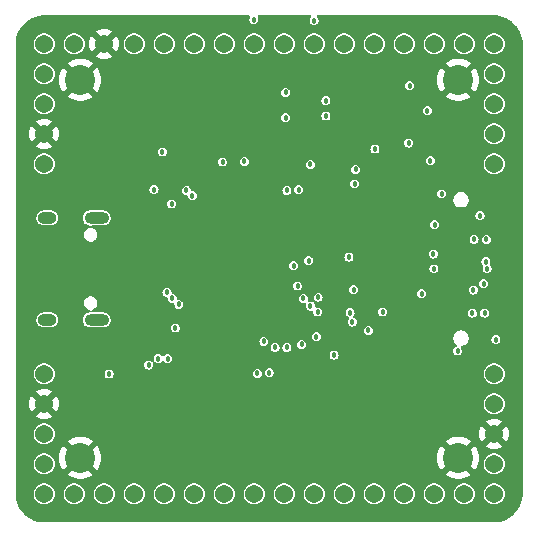
<source format=gbr>
%TF.GenerationSoftware,KiCad,Pcbnew,8.0.6-8.0.6-0~ubuntu24.04.1*%
%TF.CreationDate,2024-10-22T17:04:15-04:00*%
%TF.ProjectId,ta-expt-v2,74612d65-7870-4742-9d76-322e6b696361,rev?*%
%TF.SameCoordinates,Original*%
%TF.FileFunction,Copper,L3,Inr*%
%TF.FilePolarity,Positive*%
%FSLAX46Y46*%
G04 Gerber Fmt 4.6, Leading zero omitted, Abs format (unit mm)*
G04 Created by KiCad (PCBNEW 8.0.6-8.0.6-0~ubuntu24.04.1) date 2024-10-22 17:04:15*
%MOMM*%
%LPD*%
G01*
G04 APERTURE LIST*
%TA.AperFunction,ComponentPad*%
%ADD10O,2.100000X1.000000*%
%TD*%
%TA.AperFunction,ComponentPad*%
%ADD11O,1.600000X1.000000*%
%TD*%
%TA.AperFunction,ComponentPad*%
%ADD12C,1.540000*%
%TD*%
%TA.AperFunction,ComponentPad*%
%ADD13C,2.540000*%
%TD*%
%TA.AperFunction,ViaPad*%
%ADD14C,0.457200*%
%TD*%
G04 APERTURE END LIST*
D10*
%TO.N,unconnected-(J3-SHIELD-PadS1)*%
%TO.C,J3*%
X140390000Y-103680000D03*
D11*
X136210000Y-103680000D03*
D10*
X140390000Y-112320000D03*
D11*
X136210000Y-112320000D03*
%TD*%
D12*
%TO.N,VDD*%
%TO.C,J7*%
X135950000Y-116890000D03*
%TO.N,GND*%
X135950000Y-119430000D03*
%TO.N,/SWDIO*%
X135950000Y-121970000D03*
%TO.N,/SWCLK*%
X135950000Y-124510000D03*
%TD*%
%TO.N,unconnected-(J8-Pin_1-Pad1)*%
%TO.C,J8*%
X135950000Y-127050000D03*
%TO.N,unconnected-(J8-Pin_2-Pad2)*%
X138490000Y-127050000D03*
%TO.N,unconnected-(J8-Pin_3-Pad3)*%
X141030000Y-127050000D03*
%TO.N,unconnected-(J8-Pin_4-Pad4)*%
X143570000Y-127050000D03*
%TO.N,unconnected-(J8-Pin_5-Pad5)*%
X146110000Y-127050000D03*
%TO.N,unconnected-(J8-Pin_6-Pad6)*%
X148650000Y-127050000D03*
%TO.N,unconnected-(J8-Pin_7-Pad7)*%
X151190000Y-127050000D03*
%TO.N,/BOOT0*%
X153730000Y-127050000D03*
%TO.N,/LPUART_CTS*%
X156270000Y-127050000D03*
%TO.N,/LPUART_TX*%
X158810000Y-127050000D03*
%TO.N,/LPUART_RX*%
X161350000Y-127050000D03*
%TO.N,/LPUART_RTS*%
X163890000Y-127050000D03*
%TO.N,unconnected-(J8-Pin_13-Pad13)*%
X166430000Y-127050000D03*
%TO.N,unconnected-(J8-Pin_14-Pad14)*%
X168970000Y-127050000D03*
%TO.N,unconnected-(J8-Pin_15-Pad15)*%
X171510000Y-127050000D03*
%TO.N,unconnected-(J8-Pin_16-Pad16)*%
X174050000Y-127050000D03*
%TD*%
%TO.N,unconnected-(J1-Pin_2-Pad2)*%
%TO.C,J1*%
X174050000Y-124510000D03*
%TO.N,GND*%
X174050000Y-121970000D03*
%TO.N,unconnected-(J1-Pin_4-Pad4)*%
X174050000Y-119430000D03*
%TO.N,unconnected-(J1-Pin_5-Pad5)*%
X174050000Y-116890000D03*
%TD*%
%TO.N,unconnected-(J2-Pin_1-Pad1)*%
%TO.C,J2*%
X135950000Y-99110000D03*
%TO.N,GND*%
X135950000Y-96570000D03*
%TO.N,unconnected-(J2-Pin_3-Pad3)*%
X135950000Y-94030000D03*
%TO.N,unconnected-(J2-Pin_4-Pad4)*%
X135950000Y-91490000D03*
%TD*%
D13*
%TO.N,GND*%
%TO.C,J6*%
X139000000Y-92000000D03*
X171000000Y-92000000D03*
X139000000Y-124000000D03*
X171000000Y-124000000D03*
%TD*%
D12*
%TO.N,unconnected-(J4-Pin_2-Pad2)*%
%TO.C,J4*%
X174050000Y-99110000D03*
%TO.N,unconnected-(J4-Pin_3-Pad3)*%
X174050000Y-96570000D03*
%TO.N,unconnected-(J4-Pin_4-Pad4)*%
X174050000Y-94030000D03*
%TO.N,unconnected-(J4-Pin_5-Pad5)*%
X174050000Y-91490000D03*
%TD*%
%TO.N,unconnected-(J9-Pin_1-Pad1)*%
%TO.C,J9*%
X135950000Y-88950000D03*
%TO.N,unconnected-(J9-Pin_2-Pad2)*%
X138490000Y-88950000D03*
%TO.N,GND*%
X141030000Y-88950000D03*
%TO.N,unconnected-(J9-Pin_4-Pad4)*%
X143570000Y-88950000D03*
%TO.N,unconnected-(J9-Pin_5-Pad5)*%
X146110000Y-88950000D03*
%TO.N,unconnected-(J9-Pin_6-Pad6)*%
X148650000Y-88950000D03*
%TO.N,/NRST*%
X151190000Y-88950000D03*
%TO.N,/USART1_CK*%
X153730000Y-88950000D03*
%TO.N,/USART1_CTS*%
X156270000Y-88950000D03*
%TO.N,/USART1_TX*%
X158810000Y-88950000D03*
%TO.N,/USART1_RX*%
X161350000Y-88950000D03*
%TO.N,/USART1_RTS*%
X163890000Y-88950000D03*
%TO.N,unconnected-(J9-Pin_13-Pad13)*%
X166430000Y-88950000D03*
%TO.N,unconnected-(J9-Pin_14-Pad14)*%
X168970000Y-88950000D03*
%TO.N,unconnected-(J9-Pin_15-Pad15)*%
X171510000Y-88950000D03*
%TO.N,unconnected-(J9-Pin_16-Pad16)*%
X174050000Y-88950000D03*
%TD*%
D14*
%TO.N,GND*%
X143200000Y-102400000D03*
X169800000Y-98950000D03*
X146100000Y-118700000D03*
X164400000Y-113200000D03*
X175700000Y-101700000D03*
X166450000Y-103400000D03*
X165950000Y-98950000D03*
X142400000Y-111350000D03*
X166400000Y-121850000D03*
X167700000Y-98950000D03*
X140350000Y-100100000D03*
X164300000Y-98900000D03*
X147500000Y-99100000D03*
X166850000Y-113200000D03*
X143350000Y-97000000D03*
X158500000Y-114600000D03*
X161900000Y-104500000D03*
X159500000Y-109500000D03*
X148000000Y-96700000D03*
X161900000Y-115300000D03*
X158500000Y-101350000D03*
X166400000Y-108400000D03*
X146400000Y-113500000D03*
X164250000Y-106500000D03*
X160700000Y-96300000D03*
X151750000Y-119250000D03*
X147500000Y-123900000D03*
X144950000Y-92650000D03*
X145600000Y-123900000D03*
X169800000Y-94650000D03*
X143900000Y-113900000D03*
X164100000Y-108200000D03*
X159100000Y-97400000D03*
X148800000Y-91200000D03*
X141350000Y-102500000D03*
X164250000Y-104700000D03*
%TO.N,/VDD_FILT*%
X160500000Y-115300000D03*
X158500000Y-99150000D03*
X156400000Y-95200000D03*
X169600000Y-101650000D03*
X166900000Y-92500000D03*
X145950000Y-98100000D03*
X141450000Y-116900000D03*
X168400000Y-94600000D03*
X147050000Y-113000000D03*
X159000000Y-113750000D03*
X162150000Y-109750000D03*
X168650000Y-98850000D03*
X145600000Y-115600000D03*
%TO.N,Net-(IC3-PC15-OSC32_OUT)*%
X163400000Y-113200000D03*
X164600000Y-111650000D03*
%TO.N,/NRST*%
X158350000Y-107300000D03*
X152900000Y-98900000D03*
%TO.N,/LDO_OUT*%
X161850000Y-111700000D03*
X151050000Y-98950000D03*
X159150000Y-110400000D03*
X157075000Y-107725000D03*
%TO.N,/USART1_RX*%
X147350000Y-111000000D03*
%TO.N,/I2C3_SDA*%
X173350000Y-107400000D03*
X154000000Y-116850000D03*
%TO.N,/DCMI_VSYNC*%
X155500000Y-114650000D03*
X172350000Y-105500000D03*
%TO.N,/QUADSPI_BK2_IO2*%
X162330500Y-99569500D03*
X159800000Y-95050000D03*
%TO.N,/DCMI_D5*%
X155000000Y-116800000D03*
X174200000Y-114000000D03*
%TO.N,/LPUART_TX*%
X148000000Y-101350000D03*
%TO.N,/DCMI_D8*%
X158500000Y-111150000D03*
X173450000Y-108000000D03*
%TO.N,/LPUART_CTS*%
X146750000Y-102500000D03*
%TO.N,/USART1_TX*%
X146800000Y-110500000D03*
X158800000Y-87000000D03*
%TO.N,/DCMI_D7*%
X157750000Y-114400000D03*
X172300000Y-109800000D03*
%TO.N,/I2C3_SCL*%
X161750000Y-107000000D03*
X169000000Y-104250000D03*
%TO.N,/LPUART_RX*%
X148500000Y-101800000D03*
%TO.N,/Control*%
X172850000Y-103500000D03*
X167900000Y-110100000D03*
X162050000Y-112500000D03*
X156400000Y-93050000D03*
%TO.N,/SWCLK*%
X144800000Y-116150000D03*
X146400000Y-115600000D03*
%TO.N,/DCMI_D9*%
X154550000Y-114150000D03*
X168950000Y-108000000D03*
%TO.N,/USART1_CK*%
X146350000Y-110000000D03*
X153700000Y-86900000D03*
%TO.N,/DCMI_D4*%
X170950000Y-114950000D03*
X159100000Y-111650000D03*
%TO.N,/LPUART_RTS*%
X145250000Y-101300000D03*
%TO.N,/DCMI_PIXCLK*%
X168900000Y-106750000D03*
X156500000Y-101350000D03*
%TO.N,/DCMI_HSYNC*%
X157500000Y-101300000D03*
X173400000Y-105500000D03*
%TO.N,/DCMI_D2*%
X157400000Y-109450000D03*
X173250000Y-111750000D03*
%TO.N,/QUADSPI_BK2_IO1*%
X163950000Y-97850000D03*
X159800000Y-93750000D03*
%TO.N,/QUADSPI_BK1_NCS*%
X162250000Y-100800000D03*
X166800000Y-97350000D03*
%TO.N,/DCMI_D6*%
X156500000Y-114650000D03*
X173150000Y-109250000D03*
%TO.N,/DCMI_D3*%
X157900000Y-110500000D03*
X172200000Y-111750000D03*
%TD*%
%TA.AperFunction,Conductor*%
%TO.N,GND*%
G36*
X153331828Y-86545185D02*
G01*
X153377583Y-86597989D01*
X153387527Y-86667147D01*
X153375274Y-86705795D01*
X153336498Y-86781894D01*
X153336498Y-86781895D01*
X153317794Y-86899996D01*
X153317794Y-86900003D01*
X153336498Y-87018104D01*
X153336498Y-87018105D01*
X153390790Y-87124657D01*
X153475342Y-87209209D01*
X153475344Y-87209210D01*
X153475345Y-87209211D01*
X153581892Y-87263500D01*
X153581893Y-87263500D01*
X153581895Y-87263501D01*
X153699997Y-87282206D01*
X153700000Y-87282206D01*
X153700003Y-87282206D01*
X153818104Y-87263501D01*
X153818105Y-87263501D01*
X153818106Y-87263500D01*
X153818108Y-87263500D01*
X153924655Y-87209211D01*
X154009211Y-87124655D01*
X154063500Y-87018108D01*
X154063500Y-87018106D01*
X154063501Y-87018105D01*
X154063501Y-87018104D01*
X154082206Y-86900003D01*
X154082206Y-86899996D01*
X154063501Y-86781895D01*
X154063501Y-86781894D01*
X154055584Y-86766356D01*
X154024725Y-86705794D01*
X154011830Y-86637126D01*
X154038106Y-86572385D01*
X154095212Y-86532128D01*
X154135211Y-86525500D01*
X158441271Y-86525500D01*
X158508310Y-86545185D01*
X158554065Y-86597989D01*
X158564009Y-86667147D01*
X158534984Y-86730703D01*
X158528952Y-86737181D01*
X158490790Y-86775342D01*
X158436498Y-86881894D01*
X158436498Y-86881895D01*
X158417794Y-86999996D01*
X158417794Y-87000003D01*
X158436498Y-87118104D01*
X158436498Y-87118105D01*
X158490790Y-87224657D01*
X158575342Y-87309209D01*
X158575344Y-87309210D01*
X158575345Y-87309211D01*
X158681892Y-87363500D01*
X158681893Y-87363500D01*
X158681895Y-87363501D01*
X158799997Y-87382206D01*
X158800000Y-87382206D01*
X158800003Y-87382206D01*
X158918104Y-87363501D01*
X158918105Y-87363501D01*
X158918106Y-87363500D01*
X158918108Y-87363500D01*
X159024655Y-87309211D01*
X159109211Y-87224655D01*
X159163500Y-87118108D01*
X159163500Y-87118106D01*
X159163501Y-87118105D01*
X159163501Y-87118104D01*
X159182206Y-87000003D01*
X159182206Y-86999996D01*
X159163501Y-86881895D01*
X159163501Y-86881894D01*
X159112548Y-86781895D01*
X159109211Y-86775345D01*
X159109210Y-86775344D01*
X159109209Y-86775342D01*
X159071048Y-86737181D01*
X159037563Y-86675858D01*
X159042547Y-86606166D01*
X159084419Y-86550233D01*
X159149883Y-86525816D01*
X159158729Y-86525500D01*
X173933069Y-86525500D01*
X173935677Y-86525891D01*
X173952122Y-86525628D01*
X173952124Y-86525630D01*
X173956863Y-86525554D01*
X173963887Y-86525642D01*
X174236256Y-86536882D01*
X174250366Y-86538277D01*
X174516074Y-86579993D01*
X174529932Y-86582989D01*
X174789145Y-86654789D01*
X174802575Y-86659351D01*
X175051885Y-86760290D01*
X175064697Y-86766351D01*
X175300856Y-86895116D01*
X175312898Y-86902606D01*
X175532789Y-87057496D01*
X175543901Y-87066316D01*
X175744665Y-87245317D01*
X175754682Y-87255334D01*
X175851123Y-87363500D01*
X175933682Y-87456097D01*
X175942503Y-87467210D01*
X176097391Y-87687098D01*
X176104885Y-87699146D01*
X176233643Y-87935292D01*
X176239711Y-87948118D01*
X176340648Y-88197426D01*
X176345211Y-88210859D01*
X176417008Y-88470062D01*
X176420007Y-88483931D01*
X176461721Y-88749629D01*
X176463117Y-88763748D01*
X176474356Y-89036078D01*
X176474445Y-89043167D01*
X176474107Y-89064322D01*
X176474500Y-89066930D01*
X176474500Y-126933146D01*
X176474108Y-126935761D01*
X176474444Y-126956836D01*
X176474355Y-126963921D01*
X176463117Y-127236251D01*
X176461721Y-127250370D01*
X176420007Y-127516068D01*
X176417008Y-127529937D01*
X176345211Y-127789140D01*
X176340648Y-127802573D01*
X176239711Y-128051881D01*
X176233643Y-128064707D01*
X176104885Y-128300853D01*
X176097391Y-128312901D01*
X175942503Y-128532789D01*
X175933682Y-128543902D01*
X175754690Y-128744657D01*
X175744657Y-128754690D01*
X175543902Y-128933682D01*
X175532789Y-128942503D01*
X175312901Y-129097391D01*
X175300853Y-129104885D01*
X175064707Y-129233643D01*
X175051881Y-129239711D01*
X174802573Y-129340648D01*
X174789140Y-129345211D01*
X174529937Y-129417008D01*
X174516068Y-129420007D01*
X174250370Y-129461721D01*
X174236251Y-129463117D01*
X173963920Y-129474356D01*
X173956831Y-129474445D01*
X173935678Y-129474107D01*
X173933069Y-129474500D01*
X136066931Y-129474500D01*
X136064321Y-129474107D01*
X136043168Y-129474445D01*
X136036079Y-129474356D01*
X135763748Y-129463117D01*
X135749629Y-129461721D01*
X135483931Y-129420007D01*
X135470062Y-129417008D01*
X135210859Y-129345211D01*
X135197426Y-129340648D01*
X134948118Y-129239711D01*
X134935292Y-129233643D01*
X134912513Y-129221223D01*
X134699146Y-129104885D01*
X134687098Y-129097391D01*
X134467210Y-128942503D01*
X134456097Y-128933682D01*
X134405262Y-128888358D01*
X134255334Y-128754682D01*
X134245317Y-128744665D01*
X134066316Y-128543901D01*
X134057496Y-128532789D01*
X133902608Y-128312901D01*
X133895114Y-128300853D01*
X133846182Y-128211110D01*
X133766351Y-128064697D01*
X133760288Y-128051881D01*
X133718027Y-127947500D01*
X133659351Y-127802573D01*
X133654788Y-127789140D01*
X133635815Y-127720645D01*
X133582989Y-127529932D01*
X133579992Y-127516068D01*
X133564447Y-127417057D01*
X133538277Y-127250366D01*
X133536882Y-127236251D01*
X133529196Y-127050000D01*
X135047556Y-127050000D01*
X135067277Y-127237630D01*
X135125575Y-127417055D01*
X135219906Y-127580442D01*
X135346144Y-127720645D01*
X135346147Y-127720647D01*
X135498778Y-127831539D01*
X135671124Y-127908273D01*
X135671129Y-127908275D01*
X135855669Y-127947500D01*
X135855670Y-127947500D01*
X136044329Y-127947500D01*
X136044331Y-127947500D01*
X136228871Y-127908275D01*
X136401222Y-127831539D01*
X136553853Y-127720647D01*
X136680093Y-127580443D01*
X136774424Y-127417057D01*
X136832723Y-127237629D01*
X136852444Y-127050000D01*
X137587556Y-127050000D01*
X137607277Y-127237630D01*
X137665575Y-127417055D01*
X137759906Y-127580442D01*
X137886144Y-127720645D01*
X137886147Y-127720647D01*
X138038778Y-127831539D01*
X138211124Y-127908273D01*
X138211129Y-127908275D01*
X138395669Y-127947500D01*
X138395670Y-127947500D01*
X138584329Y-127947500D01*
X138584331Y-127947500D01*
X138768871Y-127908275D01*
X138941222Y-127831539D01*
X139093853Y-127720647D01*
X139220093Y-127580443D01*
X139314424Y-127417057D01*
X139372723Y-127237629D01*
X139392444Y-127050000D01*
X140127556Y-127050000D01*
X140147277Y-127237630D01*
X140205575Y-127417055D01*
X140299906Y-127580442D01*
X140426144Y-127720645D01*
X140426147Y-127720647D01*
X140578778Y-127831539D01*
X140751124Y-127908273D01*
X140751129Y-127908275D01*
X140935669Y-127947500D01*
X140935670Y-127947500D01*
X141124329Y-127947500D01*
X141124331Y-127947500D01*
X141308871Y-127908275D01*
X141481222Y-127831539D01*
X141633853Y-127720647D01*
X141760093Y-127580443D01*
X141854424Y-127417057D01*
X141912723Y-127237629D01*
X141932444Y-127050000D01*
X142667556Y-127050000D01*
X142687277Y-127237630D01*
X142745575Y-127417055D01*
X142839906Y-127580442D01*
X142966144Y-127720645D01*
X142966147Y-127720647D01*
X143118778Y-127831539D01*
X143291124Y-127908273D01*
X143291129Y-127908275D01*
X143475669Y-127947500D01*
X143475670Y-127947500D01*
X143664329Y-127947500D01*
X143664331Y-127947500D01*
X143848871Y-127908275D01*
X144021222Y-127831539D01*
X144173853Y-127720647D01*
X144300093Y-127580443D01*
X144394424Y-127417057D01*
X144452723Y-127237629D01*
X144472444Y-127050000D01*
X145207556Y-127050000D01*
X145227277Y-127237630D01*
X145285575Y-127417055D01*
X145379906Y-127580442D01*
X145506144Y-127720645D01*
X145506147Y-127720647D01*
X145658778Y-127831539D01*
X145831124Y-127908273D01*
X145831129Y-127908275D01*
X146015669Y-127947500D01*
X146015670Y-127947500D01*
X146204329Y-127947500D01*
X146204331Y-127947500D01*
X146388871Y-127908275D01*
X146561222Y-127831539D01*
X146713853Y-127720647D01*
X146840093Y-127580443D01*
X146934424Y-127417057D01*
X146992723Y-127237629D01*
X147012444Y-127050000D01*
X147747556Y-127050000D01*
X147767277Y-127237630D01*
X147825575Y-127417055D01*
X147919906Y-127580442D01*
X148046144Y-127720645D01*
X148046147Y-127720647D01*
X148198778Y-127831539D01*
X148371124Y-127908273D01*
X148371129Y-127908275D01*
X148555669Y-127947500D01*
X148555670Y-127947500D01*
X148744329Y-127947500D01*
X148744331Y-127947500D01*
X148928871Y-127908275D01*
X149101222Y-127831539D01*
X149253853Y-127720647D01*
X149380093Y-127580443D01*
X149474424Y-127417057D01*
X149532723Y-127237629D01*
X149552444Y-127050000D01*
X150287556Y-127050000D01*
X150307277Y-127237630D01*
X150365575Y-127417055D01*
X150459906Y-127580442D01*
X150586144Y-127720645D01*
X150586147Y-127720647D01*
X150738778Y-127831539D01*
X150911124Y-127908273D01*
X150911129Y-127908275D01*
X151095669Y-127947500D01*
X151095670Y-127947500D01*
X151284329Y-127947500D01*
X151284331Y-127947500D01*
X151468871Y-127908275D01*
X151641222Y-127831539D01*
X151793853Y-127720647D01*
X151920093Y-127580443D01*
X152014424Y-127417057D01*
X152072723Y-127237629D01*
X152092444Y-127050000D01*
X152827556Y-127050000D01*
X152847277Y-127237630D01*
X152905575Y-127417055D01*
X152999906Y-127580442D01*
X153126144Y-127720645D01*
X153126147Y-127720647D01*
X153278778Y-127831539D01*
X153451124Y-127908273D01*
X153451129Y-127908275D01*
X153635669Y-127947500D01*
X153635670Y-127947500D01*
X153824329Y-127947500D01*
X153824331Y-127947500D01*
X154008871Y-127908275D01*
X154181222Y-127831539D01*
X154333853Y-127720647D01*
X154460093Y-127580443D01*
X154554424Y-127417057D01*
X154612723Y-127237629D01*
X154632444Y-127050000D01*
X155367556Y-127050000D01*
X155387277Y-127237630D01*
X155445575Y-127417055D01*
X155539906Y-127580442D01*
X155666144Y-127720645D01*
X155666147Y-127720647D01*
X155818778Y-127831539D01*
X155991124Y-127908273D01*
X155991129Y-127908275D01*
X156175669Y-127947500D01*
X156175670Y-127947500D01*
X156364329Y-127947500D01*
X156364331Y-127947500D01*
X156548871Y-127908275D01*
X156721222Y-127831539D01*
X156873853Y-127720647D01*
X157000093Y-127580443D01*
X157094424Y-127417057D01*
X157152723Y-127237629D01*
X157172444Y-127050000D01*
X157907556Y-127050000D01*
X157927277Y-127237630D01*
X157985575Y-127417055D01*
X158079906Y-127580442D01*
X158206144Y-127720645D01*
X158206147Y-127720647D01*
X158358778Y-127831539D01*
X158531124Y-127908273D01*
X158531129Y-127908275D01*
X158715669Y-127947500D01*
X158715670Y-127947500D01*
X158904329Y-127947500D01*
X158904331Y-127947500D01*
X159088871Y-127908275D01*
X159261222Y-127831539D01*
X159413853Y-127720647D01*
X159540093Y-127580443D01*
X159634424Y-127417057D01*
X159692723Y-127237629D01*
X159712444Y-127050000D01*
X160447556Y-127050000D01*
X160467277Y-127237630D01*
X160525575Y-127417055D01*
X160619906Y-127580442D01*
X160746144Y-127720645D01*
X160746147Y-127720647D01*
X160898778Y-127831539D01*
X161071124Y-127908273D01*
X161071129Y-127908275D01*
X161255669Y-127947500D01*
X161255670Y-127947500D01*
X161444329Y-127947500D01*
X161444331Y-127947500D01*
X161628871Y-127908275D01*
X161801222Y-127831539D01*
X161953853Y-127720647D01*
X162080093Y-127580443D01*
X162174424Y-127417057D01*
X162232723Y-127237629D01*
X162252444Y-127050000D01*
X162987556Y-127050000D01*
X163007277Y-127237630D01*
X163065575Y-127417055D01*
X163159906Y-127580442D01*
X163286144Y-127720645D01*
X163286147Y-127720647D01*
X163438778Y-127831539D01*
X163611124Y-127908273D01*
X163611129Y-127908275D01*
X163795669Y-127947500D01*
X163795670Y-127947500D01*
X163984329Y-127947500D01*
X163984331Y-127947500D01*
X164168871Y-127908275D01*
X164341222Y-127831539D01*
X164493853Y-127720647D01*
X164620093Y-127580443D01*
X164714424Y-127417057D01*
X164772723Y-127237629D01*
X164792444Y-127050000D01*
X165527556Y-127050000D01*
X165547277Y-127237630D01*
X165605575Y-127417055D01*
X165699906Y-127580442D01*
X165826144Y-127720645D01*
X165826147Y-127720647D01*
X165978778Y-127831539D01*
X166151124Y-127908273D01*
X166151129Y-127908275D01*
X166335669Y-127947500D01*
X166335670Y-127947500D01*
X166524329Y-127947500D01*
X166524331Y-127947500D01*
X166708871Y-127908275D01*
X166881222Y-127831539D01*
X167033853Y-127720647D01*
X167160093Y-127580443D01*
X167254424Y-127417057D01*
X167312723Y-127237629D01*
X167332444Y-127050000D01*
X168067556Y-127050000D01*
X168087277Y-127237630D01*
X168145575Y-127417055D01*
X168239906Y-127580442D01*
X168366144Y-127720645D01*
X168366147Y-127720647D01*
X168518778Y-127831539D01*
X168691124Y-127908273D01*
X168691129Y-127908275D01*
X168875669Y-127947500D01*
X168875670Y-127947500D01*
X169064329Y-127947500D01*
X169064331Y-127947500D01*
X169248871Y-127908275D01*
X169421222Y-127831539D01*
X169573853Y-127720647D01*
X169700093Y-127580443D01*
X169794424Y-127417057D01*
X169852723Y-127237629D01*
X169872444Y-127050000D01*
X170607556Y-127050000D01*
X170627277Y-127237630D01*
X170685575Y-127417055D01*
X170779906Y-127580442D01*
X170906144Y-127720645D01*
X170906147Y-127720647D01*
X171058778Y-127831539D01*
X171231124Y-127908273D01*
X171231129Y-127908275D01*
X171415669Y-127947500D01*
X171415670Y-127947500D01*
X171604329Y-127947500D01*
X171604331Y-127947500D01*
X171788871Y-127908275D01*
X171961222Y-127831539D01*
X172113853Y-127720647D01*
X172240093Y-127580443D01*
X172334424Y-127417057D01*
X172392723Y-127237629D01*
X172412444Y-127050000D01*
X173147556Y-127050000D01*
X173167277Y-127237630D01*
X173225575Y-127417055D01*
X173319906Y-127580442D01*
X173446144Y-127720645D01*
X173446147Y-127720647D01*
X173598778Y-127831539D01*
X173771124Y-127908273D01*
X173771129Y-127908275D01*
X173955669Y-127947500D01*
X173955670Y-127947500D01*
X174144329Y-127947500D01*
X174144331Y-127947500D01*
X174328871Y-127908275D01*
X174501222Y-127831539D01*
X174653853Y-127720647D01*
X174780093Y-127580443D01*
X174874424Y-127417057D01*
X174932723Y-127237629D01*
X174952444Y-127050000D01*
X174932723Y-126862371D01*
X174874424Y-126682943D01*
X174780093Y-126519557D01*
X174653855Y-126379354D01*
X174577537Y-126323907D01*
X174501222Y-126268461D01*
X174501220Y-126268460D01*
X174501221Y-126268460D01*
X174328875Y-126191726D01*
X174328870Y-126191724D01*
X174183555Y-126160837D01*
X174144331Y-126152500D01*
X173955669Y-126152500D01*
X173923320Y-126159375D01*
X173771129Y-126191724D01*
X173771124Y-126191726D01*
X173598779Y-126268460D01*
X173446144Y-126379354D01*
X173319906Y-126519557D01*
X173225575Y-126682944D01*
X173167277Y-126862369D01*
X173147556Y-127050000D01*
X172412444Y-127050000D01*
X172392723Y-126862371D01*
X172334424Y-126682943D01*
X172240093Y-126519557D01*
X172113855Y-126379354D01*
X172037537Y-126323907D01*
X171961222Y-126268461D01*
X171961220Y-126268460D01*
X171961221Y-126268460D01*
X171788875Y-126191726D01*
X171788870Y-126191724D01*
X171643555Y-126160837D01*
X171604331Y-126152500D01*
X171415669Y-126152500D01*
X171383320Y-126159375D01*
X171231129Y-126191724D01*
X171231124Y-126191726D01*
X171058779Y-126268460D01*
X170906144Y-126379354D01*
X170779906Y-126519557D01*
X170685575Y-126682944D01*
X170627277Y-126862369D01*
X170607556Y-127050000D01*
X169872444Y-127050000D01*
X169852723Y-126862371D01*
X169794424Y-126682943D01*
X169700093Y-126519557D01*
X169573855Y-126379354D01*
X169497537Y-126323907D01*
X169421222Y-126268461D01*
X169421220Y-126268460D01*
X169421221Y-126268460D01*
X169248875Y-126191726D01*
X169248870Y-126191724D01*
X169103555Y-126160837D01*
X169064331Y-126152500D01*
X168875669Y-126152500D01*
X168843320Y-126159375D01*
X168691129Y-126191724D01*
X168691124Y-126191726D01*
X168518779Y-126268460D01*
X168366144Y-126379354D01*
X168239906Y-126519557D01*
X168145575Y-126682944D01*
X168087277Y-126862369D01*
X168067556Y-127050000D01*
X167332444Y-127050000D01*
X167312723Y-126862371D01*
X167254424Y-126682943D01*
X167160093Y-126519557D01*
X167033855Y-126379354D01*
X166957537Y-126323907D01*
X166881222Y-126268461D01*
X166881220Y-126268460D01*
X166881221Y-126268460D01*
X166708875Y-126191726D01*
X166708870Y-126191724D01*
X166563555Y-126160837D01*
X166524331Y-126152500D01*
X166335669Y-126152500D01*
X166303320Y-126159375D01*
X166151129Y-126191724D01*
X166151124Y-126191726D01*
X165978779Y-126268460D01*
X165826144Y-126379354D01*
X165699906Y-126519557D01*
X165605575Y-126682944D01*
X165547277Y-126862369D01*
X165527556Y-127050000D01*
X164792444Y-127050000D01*
X164772723Y-126862371D01*
X164714424Y-126682943D01*
X164620093Y-126519557D01*
X164493855Y-126379354D01*
X164417537Y-126323907D01*
X164341222Y-126268461D01*
X164341220Y-126268460D01*
X164341221Y-126268460D01*
X164168875Y-126191726D01*
X164168870Y-126191724D01*
X164023555Y-126160837D01*
X163984331Y-126152500D01*
X163795669Y-126152500D01*
X163763320Y-126159375D01*
X163611129Y-126191724D01*
X163611124Y-126191726D01*
X163438779Y-126268460D01*
X163286144Y-126379354D01*
X163159906Y-126519557D01*
X163065575Y-126682944D01*
X163007277Y-126862369D01*
X162987556Y-127050000D01*
X162252444Y-127050000D01*
X162232723Y-126862371D01*
X162174424Y-126682943D01*
X162080093Y-126519557D01*
X161953855Y-126379354D01*
X161877537Y-126323907D01*
X161801222Y-126268461D01*
X161801220Y-126268460D01*
X161801221Y-126268460D01*
X161628875Y-126191726D01*
X161628870Y-126191724D01*
X161483555Y-126160837D01*
X161444331Y-126152500D01*
X161255669Y-126152500D01*
X161223320Y-126159375D01*
X161071129Y-126191724D01*
X161071124Y-126191726D01*
X160898779Y-126268460D01*
X160746144Y-126379354D01*
X160619906Y-126519557D01*
X160525575Y-126682944D01*
X160467277Y-126862369D01*
X160447556Y-127050000D01*
X159712444Y-127050000D01*
X159692723Y-126862371D01*
X159634424Y-126682943D01*
X159540093Y-126519557D01*
X159413855Y-126379354D01*
X159337537Y-126323907D01*
X159261222Y-126268461D01*
X159261220Y-126268460D01*
X159261221Y-126268460D01*
X159088875Y-126191726D01*
X159088870Y-126191724D01*
X158943555Y-126160837D01*
X158904331Y-126152500D01*
X158715669Y-126152500D01*
X158683320Y-126159375D01*
X158531129Y-126191724D01*
X158531124Y-126191726D01*
X158358779Y-126268460D01*
X158206144Y-126379354D01*
X158079906Y-126519557D01*
X157985575Y-126682944D01*
X157927277Y-126862369D01*
X157907556Y-127050000D01*
X157172444Y-127050000D01*
X157152723Y-126862371D01*
X157094424Y-126682943D01*
X157000093Y-126519557D01*
X156873855Y-126379354D01*
X156797537Y-126323907D01*
X156721222Y-126268461D01*
X156721220Y-126268460D01*
X156721221Y-126268460D01*
X156548875Y-126191726D01*
X156548870Y-126191724D01*
X156403555Y-126160837D01*
X156364331Y-126152500D01*
X156175669Y-126152500D01*
X156143320Y-126159375D01*
X155991129Y-126191724D01*
X155991124Y-126191726D01*
X155818779Y-126268460D01*
X155666144Y-126379354D01*
X155539906Y-126519557D01*
X155445575Y-126682944D01*
X155387277Y-126862369D01*
X155367556Y-127050000D01*
X154632444Y-127050000D01*
X154612723Y-126862371D01*
X154554424Y-126682943D01*
X154460093Y-126519557D01*
X154333855Y-126379354D01*
X154257537Y-126323907D01*
X154181222Y-126268461D01*
X154181220Y-126268460D01*
X154181221Y-126268460D01*
X154008875Y-126191726D01*
X154008870Y-126191724D01*
X153863555Y-126160837D01*
X153824331Y-126152500D01*
X153635669Y-126152500D01*
X153603320Y-126159375D01*
X153451129Y-126191724D01*
X153451124Y-126191726D01*
X153278779Y-126268460D01*
X153126144Y-126379354D01*
X152999906Y-126519557D01*
X152905575Y-126682944D01*
X152847277Y-126862369D01*
X152827556Y-127050000D01*
X152092444Y-127050000D01*
X152072723Y-126862371D01*
X152014424Y-126682943D01*
X151920093Y-126519557D01*
X151793855Y-126379354D01*
X151717537Y-126323907D01*
X151641222Y-126268461D01*
X151641220Y-126268460D01*
X151641221Y-126268460D01*
X151468875Y-126191726D01*
X151468870Y-126191724D01*
X151323555Y-126160837D01*
X151284331Y-126152500D01*
X151095669Y-126152500D01*
X151063320Y-126159375D01*
X150911129Y-126191724D01*
X150911124Y-126191726D01*
X150738779Y-126268460D01*
X150586144Y-126379354D01*
X150459906Y-126519557D01*
X150365575Y-126682944D01*
X150307277Y-126862369D01*
X150287556Y-127050000D01*
X149552444Y-127050000D01*
X149532723Y-126862371D01*
X149474424Y-126682943D01*
X149380093Y-126519557D01*
X149253855Y-126379354D01*
X149177537Y-126323907D01*
X149101222Y-126268461D01*
X149101220Y-126268460D01*
X149101221Y-126268460D01*
X148928875Y-126191726D01*
X148928870Y-126191724D01*
X148783555Y-126160837D01*
X148744331Y-126152500D01*
X148555669Y-126152500D01*
X148523320Y-126159375D01*
X148371129Y-126191724D01*
X148371124Y-126191726D01*
X148198779Y-126268460D01*
X148046144Y-126379354D01*
X147919906Y-126519557D01*
X147825575Y-126682944D01*
X147767277Y-126862369D01*
X147747556Y-127050000D01*
X147012444Y-127050000D01*
X146992723Y-126862371D01*
X146934424Y-126682943D01*
X146840093Y-126519557D01*
X146713855Y-126379354D01*
X146637537Y-126323907D01*
X146561222Y-126268461D01*
X146561220Y-126268460D01*
X146561221Y-126268460D01*
X146388875Y-126191726D01*
X146388870Y-126191724D01*
X146243555Y-126160837D01*
X146204331Y-126152500D01*
X146015669Y-126152500D01*
X145983320Y-126159375D01*
X145831129Y-126191724D01*
X145831124Y-126191726D01*
X145658779Y-126268460D01*
X145506144Y-126379354D01*
X145379906Y-126519557D01*
X145285575Y-126682944D01*
X145227277Y-126862369D01*
X145207556Y-127050000D01*
X144472444Y-127050000D01*
X144452723Y-126862371D01*
X144394424Y-126682943D01*
X144300093Y-126519557D01*
X144173855Y-126379354D01*
X144097537Y-126323907D01*
X144021222Y-126268461D01*
X144021220Y-126268460D01*
X144021221Y-126268460D01*
X143848875Y-126191726D01*
X143848870Y-126191724D01*
X143703555Y-126160837D01*
X143664331Y-126152500D01*
X143475669Y-126152500D01*
X143443320Y-126159375D01*
X143291129Y-126191724D01*
X143291124Y-126191726D01*
X143118779Y-126268460D01*
X142966144Y-126379354D01*
X142839906Y-126519557D01*
X142745575Y-126682944D01*
X142687277Y-126862369D01*
X142667556Y-127050000D01*
X141932444Y-127050000D01*
X141912723Y-126862371D01*
X141854424Y-126682943D01*
X141760093Y-126519557D01*
X141633855Y-126379354D01*
X141557537Y-126323907D01*
X141481222Y-126268461D01*
X141481220Y-126268460D01*
X141481221Y-126268460D01*
X141308875Y-126191726D01*
X141308870Y-126191724D01*
X141163555Y-126160837D01*
X141124331Y-126152500D01*
X140935669Y-126152500D01*
X140903320Y-126159375D01*
X140751129Y-126191724D01*
X140751124Y-126191726D01*
X140578779Y-126268460D01*
X140426144Y-126379354D01*
X140299906Y-126519557D01*
X140205575Y-126682944D01*
X140147277Y-126862369D01*
X140127556Y-127050000D01*
X139392444Y-127050000D01*
X139372723Y-126862371D01*
X139314424Y-126682943D01*
X139220093Y-126519557D01*
X139093855Y-126379354D01*
X139017537Y-126323907D01*
X138941222Y-126268461D01*
X138941220Y-126268460D01*
X138941221Y-126268460D01*
X138768875Y-126191726D01*
X138768870Y-126191724D01*
X138623555Y-126160837D01*
X138584331Y-126152500D01*
X138395669Y-126152500D01*
X138363320Y-126159375D01*
X138211129Y-126191724D01*
X138211124Y-126191726D01*
X138038779Y-126268460D01*
X137886144Y-126379354D01*
X137759906Y-126519557D01*
X137665575Y-126682944D01*
X137607277Y-126862369D01*
X137587556Y-127050000D01*
X136852444Y-127050000D01*
X136832723Y-126862371D01*
X136774424Y-126682943D01*
X136680093Y-126519557D01*
X136553855Y-126379354D01*
X136477537Y-126323907D01*
X136401222Y-126268461D01*
X136401220Y-126268460D01*
X136401221Y-126268460D01*
X136228875Y-126191726D01*
X136228870Y-126191724D01*
X136083555Y-126160837D01*
X136044331Y-126152500D01*
X135855669Y-126152500D01*
X135823320Y-126159375D01*
X135671129Y-126191724D01*
X135671124Y-126191726D01*
X135498779Y-126268460D01*
X135346144Y-126379354D01*
X135219906Y-126519557D01*
X135125575Y-126682944D01*
X135067277Y-126862369D01*
X135047556Y-127050000D01*
X133529196Y-127050000D01*
X133525644Y-126963921D01*
X133525555Y-126956831D01*
X133525890Y-126935759D01*
X133525500Y-126933146D01*
X133525500Y-124510000D01*
X135047556Y-124510000D01*
X135067277Y-124697630D01*
X135125575Y-124877055D01*
X135219906Y-125040442D01*
X135346144Y-125180645D01*
X135346147Y-125180647D01*
X135498778Y-125291539D01*
X135671124Y-125368273D01*
X135671129Y-125368275D01*
X135855669Y-125407500D01*
X135855670Y-125407500D01*
X136044329Y-125407500D01*
X136044331Y-125407500D01*
X136228871Y-125368275D01*
X136401222Y-125291539D01*
X136553853Y-125180647D01*
X136680093Y-125040443D01*
X136774424Y-124877057D01*
X136832723Y-124697629D01*
X136852444Y-124510000D01*
X136832723Y-124322371D01*
X136774424Y-124142943D01*
X136691893Y-123999995D01*
X137225037Y-123999995D01*
X137225037Y-124000004D01*
X137244860Y-124264535D01*
X137244861Y-124264540D01*
X137303890Y-124523166D01*
X137303896Y-124523185D01*
X137400814Y-124770128D01*
X137400813Y-124770128D01*
X137533457Y-124999871D01*
X137583642Y-125062803D01*
X137583643Y-125062803D01*
X138070868Y-124575577D01*
X138168595Y-124710087D01*
X138289913Y-124831405D01*
X138424420Y-124929130D01*
X137936438Y-125417112D01*
X138112525Y-125537166D01*
X138112526Y-125537167D01*
X138351530Y-125652264D01*
X138351528Y-125652264D01*
X138605025Y-125730458D01*
X138605031Y-125730459D01*
X138867351Y-125769999D01*
X138867358Y-125770000D01*
X139132642Y-125770000D01*
X139132648Y-125769999D01*
X139394968Y-125730459D01*
X139394974Y-125730458D01*
X139648470Y-125652264D01*
X139887479Y-125537164D01*
X140063560Y-125417112D01*
X139575578Y-124929130D01*
X139710087Y-124831405D01*
X139831405Y-124710087D01*
X139929130Y-124575578D01*
X140416355Y-125062803D01*
X140416356Y-125062802D01*
X140466545Y-124999869D01*
X140599185Y-124770128D01*
X140696103Y-124523185D01*
X140696109Y-124523166D01*
X140755138Y-124264540D01*
X140755139Y-124264535D01*
X140774963Y-124000004D01*
X140774963Y-123999995D01*
X169225037Y-123999995D01*
X169225037Y-124000004D01*
X169244860Y-124264535D01*
X169244861Y-124264540D01*
X169303890Y-124523166D01*
X169303896Y-124523185D01*
X169400814Y-124770128D01*
X169400813Y-124770128D01*
X169533457Y-124999871D01*
X169583642Y-125062803D01*
X169583643Y-125062803D01*
X170070868Y-124575577D01*
X170168595Y-124710087D01*
X170289913Y-124831405D01*
X170424420Y-124929130D01*
X169936438Y-125417112D01*
X170112525Y-125537166D01*
X170112526Y-125537167D01*
X170351530Y-125652264D01*
X170351528Y-125652264D01*
X170605025Y-125730458D01*
X170605031Y-125730459D01*
X170867351Y-125769999D01*
X170867358Y-125770000D01*
X171132642Y-125770000D01*
X171132648Y-125769999D01*
X171394968Y-125730459D01*
X171394974Y-125730458D01*
X171648470Y-125652264D01*
X171887479Y-125537164D01*
X172063560Y-125417112D01*
X171575578Y-124929130D01*
X171710087Y-124831405D01*
X171831405Y-124710087D01*
X171929130Y-124575578D01*
X172416355Y-125062803D01*
X172416356Y-125062802D01*
X172466545Y-124999869D01*
X172599185Y-124770128D01*
X172696103Y-124523185D01*
X172696109Y-124523166D01*
X172699114Y-124510000D01*
X173147556Y-124510000D01*
X173167277Y-124697630D01*
X173225575Y-124877055D01*
X173319906Y-125040442D01*
X173446144Y-125180645D01*
X173446147Y-125180647D01*
X173598778Y-125291539D01*
X173771124Y-125368273D01*
X173771129Y-125368275D01*
X173955669Y-125407500D01*
X173955670Y-125407500D01*
X174144329Y-125407500D01*
X174144331Y-125407500D01*
X174328871Y-125368275D01*
X174501222Y-125291539D01*
X174653853Y-125180647D01*
X174780093Y-125040443D01*
X174874424Y-124877057D01*
X174932723Y-124697629D01*
X174952444Y-124510000D01*
X174932723Y-124322371D01*
X174874424Y-124142943D01*
X174780093Y-123979557D01*
X174721259Y-123914215D01*
X174653855Y-123839354D01*
X174523653Y-123744758D01*
X174501222Y-123728461D01*
X174501220Y-123728460D01*
X174501221Y-123728460D01*
X174328875Y-123651726D01*
X174328870Y-123651724D01*
X174183555Y-123620837D01*
X174144331Y-123612500D01*
X173955669Y-123612500D01*
X173923320Y-123619375D01*
X173771129Y-123651724D01*
X173771124Y-123651726D01*
X173598779Y-123728460D01*
X173446144Y-123839354D01*
X173319906Y-123979557D01*
X173225575Y-124142944D01*
X173167277Y-124322369D01*
X173147556Y-124510000D01*
X172699114Y-124510000D01*
X172755138Y-124264540D01*
X172755139Y-124264535D01*
X172774963Y-124000004D01*
X172774963Y-123999995D01*
X172755139Y-123735464D01*
X172755138Y-123735459D01*
X172696109Y-123476833D01*
X172696103Y-123476814D01*
X172599185Y-123229871D01*
X172599186Y-123229871D01*
X172466543Y-123000129D01*
X172466536Y-123000118D01*
X172416356Y-122937196D01*
X172416355Y-122937195D01*
X171929130Y-123424420D01*
X171831405Y-123289913D01*
X171710087Y-123168595D01*
X171575578Y-123070868D01*
X172063560Y-122582886D01*
X171887484Y-122462839D01*
X171887474Y-122462832D01*
X171648469Y-122347735D01*
X171648471Y-122347735D01*
X171394974Y-122269541D01*
X171394968Y-122269540D01*
X171132648Y-122230000D01*
X170867351Y-122230000D01*
X170605031Y-122269540D01*
X170605025Y-122269541D01*
X170351529Y-122347735D01*
X170112526Y-122462832D01*
X170112518Y-122462837D01*
X169936438Y-122582886D01*
X170424421Y-123070869D01*
X170289913Y-123168595D01*
X170168595Y-123289913D01*
X170070868Y-123424421D01*
X169583643Y-122937196D01*
X169533456Y-123000128D01*
X169400814Y-123229871D01*
X169303896Y-123476814D01*
X169303890Y-123476833D01*
X169244861Y-123735459D01*
X169244860Y-123735464D01*
X169225037Y-123999995D01*
X140774963Y-123999995D01*
X140755139Y-123735464D01*
X140755138Y-123735459D01*
X140696109Y-123476833D01*
X140696103Y-123476814D01*
X140599185Y-123229871D01*
X140599186Y-123229871D01*
X140466543Y-123000129D01*
X140466536Y-123000118D01*
X140416356Y-122937196D01*
X140416355Y-122937195D01*
X139929130Y-123424420D01*
X139831405Y-123289913D01*
X139710087Y-123168595D01*
X139575578Y-123070868D01*
X140063560Y-122582886D01*
X139887484Y-122462839D01*
X139887474Y-122462832D01*
X139648469Y-122347735D01*
X139648471Y-122347735D01*
X139394974Y-122269541D01*
X139394968Y-122269540D01*
X139132648Y-122230000D01*
X138867351Y-122230000D01*
X138605031Y-122269540D01*
X138605025Y-122269541D01*
X138351529Y-122347735D01*
X138112526Y-122462832D01*
X138112518Y-122462837D01*
X137936438Y-122582886D01*
X138424421Y-123070869D01*
X138289913Y-123168595D01*
X138168595Y-123289913D01*
X138070868Y-123424421D01*
X137583643Y-122937196D01*
X137533456Y-123000128D01*
X137400814Y-123229871D01*
X137303896Y-123476814D01*
X137303890Y-123476833D01*
X137244861Y-123735459D01*
X137244860Y-123735464D01*
X137225037Y-123999995D01*
X136691893Y-123999995D01*
X136680093Y-123979557D01*
X136621259Y-123914215D01*
X136553855Y-123839354D01*
X136423653Y-123744758D01*
X136401222Y-123728461D01*
X136401220Y-123728460D01*
X136401221Y-123728460D01*
X136228875Y-123651726D01*
X136228870Y-123651724D01*
X136083555Y-123620837D01*
X136044331Y-123612500D01*
X135855669Y-123612500D01*
X135823320Y-123619375D01*
X135671129Y-123651724D01*
X135671124Y-123651726D01*
X135498779Y-123728460D01*
X135346144Y-123839354D01*
X135219906Y-123979557D01*
X135125575Y-124142944D01*
X135067277Y-124322369D01*
X135047556Y-124510000D01*
X133525500Y-124510000D01*
X133525500Y-121970000D01*
X135047556Y-121970000D01*
X135067277Y-122157630D01*
X135125575Y-122337055D01*
X135219906Y-122500442D01*
X135346144Y-122640645D01*
X135346147Y-122640647D01*
X135498778Y-122751539D01*
X135671124Y-122828273D01*
X135671129Y-122828275D01*
X135855669Y-122867500D01*
X135855670Y-122867500D01*
X136044329Y-122867500D01*
X136044331Y-122867500D01*
X136228871Y-122828275D01*
X136401222Y-122751539D01*
X136553853Y-122640647D01*
X136680093Y-122500443D01*
X136774424Y-122337057D01*
X136832723Y-122157629D01*
X136852444Y-121970000D01*
X136852444Y-121969999D01*
X172775149Y-121969999D01*
X172775149Y-121970000D01*
X172794516Y-122191371D01*
X172794518Y-122191381D01*
X172852029Y-122406017D01*
X172852033Y-122406026D01*
X172945949Y-122607429D01*
X172992513Y-122673931D01*
X172992514Y-122673932D01*
X173567037Y-122099409D01*
X173584075Y-122162993D01*
X173649901Y-122277007D01*
X173742993Y-122370099D01*
X173857007Y-122435925D01*
X173920590Y-122452962D01*
X173346066Y-123027484D01*
X173346067Y-123027485D01*
X173412570Y-123074050D01*
X173613973Y-123167966D01*
X173613982Y-123167970D01*
X173828618Y-123225481D01*
X173828628Y-123225483D01*
X174049999Y-123244851D01*
X174050001Y-123244851D01*
X174271371Y-123225483D01*
X174271381Y-123225481D01*
X174486017Y-123167970D01*
X174486026Y-123167966D01*
X174687425Y-123074052D01*
X174753932Y-123027484D01*
X174179409Y-122452962D01*
X174242993Y-122435925D01*
X174357007Y-122370099D01*
X174450099Y-122277007D01*
X174515925Y-122162993D01*
X174532962Y-122099410D01*
X175107484Y-122673932D01*
X175154052Y-122607425D01*
X175247966Y-122406026D01*
X175247970Y-122406017D01*
X175305481Y-122191381D01*
X175305483Y-122191371D01*
X175324851Y-121970000D01*
X175324851Y-121969999D01*
X175305483Y-121748628D01*
X175305481Y-121748618D01*
X175247970Y-121533982D01*
X175247966Y-121533973D01*
X175154054Y-121332577D01*
X175107483Y-121266067D01*
X174532962Y-121840589D01*
X174515925Y-121777007D01*
X174450099Y-121662993D01*
X174357007Y-121569901D01*
X174242993Y-121504075D01*
X174179409Y-121487037D01*
X174753932Y-120912514D01*
X174753931Y-120912513D01*
X174687429Y-120865949D01*
X174486026Y-120772033D01*
X174486017Y-120772029D01*
X174271381Y-120714518D01*
X174271371Y-120714516D01*
X174050001Y-120695149D01*
X174049999Y-120695149D01*
X173828628Y-120714516D01*
X173828618Y-120714518D01*
X173613982Y-120772029D01*
X173613973Y-120772032D01*
X173412576Y-120865946D01*
X173412574Y-120865947D01*
X173346068Y-120912515D01*
X173346067Y-120912515D01*
X173920590Y-121487037D01*
X173857007Y-121504075D01*
X173742993Y-121569901D01*
X173649901Y-121662993D01*
X173584075Y-121777007D01*
X173567037Y-121840589D01*
X172992515Y-121266067D01*
X172992515Y-121266068D01*
X172945947Y-121332574D01*
X172945946Y-121332576D01*
X172852032Y-121533973D01*
X172852029Y-121533982D01*
X172794518Y-121748618D01*
X172794516Y-121748628D01*
X172775149Y-121969999D01*
X136852444Y-121969999D01*
X136832723Y-121782371D01*
X136774424Y-121602943D01*
X136680093Y-121439557D01*
X136553855Y-121299354D01*
X136477537Y-121243907D01*
X136401222Y-121188461D01*
X136401220Y-121188460D01*
X136401221Y-121188460D01*
X136228875Y-121111726D01*
X136228870Y-121111724D01*
X136083555Y-121080837D01*
X136044331Y-121072500D01*
X135855669Y-121072500D01*
X135823320Y-121079375D01*
X135671129Y-121111724D01*
X135671124Y-121111726D01*
X135498779Y-121188460D01*
X135346144Y-121299354D01*
X135219906Y-121439557D01*
X135125575Y-121602944D01*
X135067277Y-121782369D01*
X135047556Y-121970000D01*
X133525500Y-121970000D01*
X133525500Y-119429999D01*
X134675149Y-119429999D01*
X134675149Y-119430000D01*
X134694516Y-119651371D01*
X134694518Y-119651381D01*
X134752029Y-119866017D01*
X134752033Y-119866026D01*
X134845949Y-120067429D01*
X134892513Y-120133931D01*
X134892514Y-120133932D01*
X135467037Y-119559409D01*
X135484075Y-119622993D01*
X135549901Y-119737007D01*
X135642993Y-119830099D01*
X135757007Y-119895925D01*
X135820590Y-119912962D01*
X135246066Y-120487484D01*
X135246067Y-120487485D01*
X135312570Y-120534050D01*
X135513973Y-120627966D01*
X135513982Y-120627970D01*
X135728618Y-120685481D01*
X135728628Y-120685483D01*
X135949999Y-120704851D01*
X135950001Y-120704851D01*
X136171371Y-120685483D01*
X136171381Y-120685481D01*
X136386017Y-120627970D01*
X136386026Y-120627966D01*
X136587425Y-120534052D01*
X136653932Y-120487484D01*
X136079409Y-119912962D01*
X136142993Y-119895925D01*
X136257007Y-119830099D01*
X136350099Y-119737007D01*
X136415925Y-119622993D01*
X136432962Y-119559410D01*
X137007484Y-120133932D01*
X137054052Y-120067425D01*
X137147966Y-119866026D01*
X137147970Y-119866017D01*
X137205481Y-119651381D01*
X137205483Y-119651371D01*
X137224851Y-119430000D01*
X173147556Y-119430000D01*
X173167277Y-119617630D01*
X173225575Y-119797055D01*
X173319906Y-119960442D01*
X173446144Y-120100645D01*
X173446147Y-120100647D01*
X173598778Y-120211539D01*
X173771124Y-120288273D01*
X173771129Y-120288275D01*
X173955669Y-120327500D01*
X173955670Y-120327500D01*
X174144329Y-120327500D01*
X174144331Y-120327500D01*
X174328871Y-120288275D01*
X174501222Y-120211539D01*
X174653853Y-120100647D01*
X174780093Y-119960443D01*
X174874424Y-119797057D01*
X174932723Y-119617629D01*
X174952444Y-119430000D01*
X174932723Y-119242371D01*
X174874424Y-119062943D01*
X174780093Y-118899557D01*
X174653855Y-118759354D01*
X174577537Y-118703907D01*
X174501222Y-118648461D01*
X174501220Y-118648460D01*
X174501221Y-118648460D01*
X174328875Y-118571726D01*
X174328870Y-118571724D01*
X174183555Y-118540837D01*
X174144331Y-118532500D01*
X173955669Y-118532500D01*
X173923320Y-118539375D01*
X173771129Y-118571724D01*
X173771124Y-118571726D01*
X173598779Y-118648460D01*
X173446144Y-118759354D01*
X173319906Y-118899557D01*
X173225575Y-119062944D01*
X173167277Y-119242369D01*
X173147556Y-119430000D01*
X137224851Y-119430000D01*
X137224851Y-119429999D01*
X137205483Y-119208628D01*
X137205481Y-119208618D01*
X137147970Y-118993982D01*
X137147966Y-118993973D01*
X137054054Y-118792577D01*
X137007483Y-118726067D01*
X136432962Y-119300589D01*
X136415925Y-119237007D01*
X136350099Y-119122993D01*
X136257007Y-119029901D01*
X136142993Y-118964075D01*
X136079409Y-118947037D01*
X136653932Y-118372514D01*
X136653931Y-118372513D01*
X136587429Y-118325949D01*
X136386026Y-118232033D01*
X136386017Y-118232029D01*
X136171381Y-118174518D01*
X136171371Y-118174516D01*
X135950001Y-118155149D01*
X135949999Y-118155149D01*
X135728628Y-118174516D01*
X135728618Y-118174518D01*
X135513982Y-118232029D01*
X135513973Y-118232032D01*
X135312576Y-118325946D01*
X135312574Y-118325947D01*
X135246068Y-118372515D01*
X135246067Y-118372515D01*
X135820590Y-118947037D01*
X135757007Y-118964075D01*
X135642993Y-119029901D01*
X135549901Y-119122993D01*
X135484075Y-119237007D01*
X135467037Y-119300589D01*
X134892515Y-118726067D01*
X134892515Y-118726068D01*
X134845947Y-118792574D01*
X134845946Y-118792576D01*
X134752032Y-118993973D01*
X134752029Y-118993982D01*
X134694518Y-119208618D01*
X134694516Y-119208628D01*
X134675149Y-119429999D01*
X133525500Y-119429999D01*
X133525500Y-116890000D01*
X135047556Y-116890000D01*
X135067277Y-117077630D01*
X135117501Y-117232206D01*
X135125576Y-117257057D01*
X135140096Y-117282206D01*
X135219906Y-117420442D01*
X135346144Y-117560645D01*
X135346147Y-117560647D01*
X135498778Y-117671539D01*
X135671124Y-117748273D01*
X135671129Y-117748275D01*
X135855669Y-117787500D01*
X135855670Y-117787500D01*
X136044329Y-117787500D01*
X136044331Y-117787500D01*
X136228871Y-117748275D01*
X136401222Y-117671539D01*
X136553853Y-117560647D01*
X136680093Y-117420443D01*
X136774424Y-117257057D01*
X136832723Y-117077629D01*
X136851393Y-116899996D01*
X141067794Y-116899996D01*
X141067794Y-116900003D01*
X141086498Y-117018104D01*
X141086498Y-117018105D01*
X141140790Y-117124657D01*
X141225342Y-117209209D01*
X141225344Y-117209210D01*
X141225345Y-117209211D01*
X141331892Y-117263500D01*
X141331893Y-117263500D01*
X141331895Y-117263501D01*
X141449997Y-117282206D01*
X141450000Y-117282206D01*
X141450003Y-117282206D01*
X141568104Y-117263501D01*
X141568105Y-117263501D01*
X141568106Y-117263500D01*
X141568108Y-117263500D01*
X141674655Y-117209211D01*
X141759211Y-117124655D01*
X141813500Y-117018108D01*
X141813500Y-117018106D01*
X141813501Y-117018105D01*
X141813501Y-117018104D01*
X141832206Y-116900003D01*
X141832206Y-116899996D01*
X141824287Y-116849996D01*
X153617794Y-116849996D01*
X153617794Y-116850003D01*
X153636498Y-116968104D01*
X153636498Y-116968105D01*
X153690790Y-117074657D01*
X153775342Y-117159209D01*
X153775344Y-117159210D01*
X153775345Y-117159211D01*
X153881892Y-117213500D01*
X153881893Y-117213500D01*
X153881895Y-117213501D01*
X153999997Y-117232206D01*
X154000000Y-117232206D01*
X154000003Y-117232206D01*
X154118104Y-117213501D01*
X154118105Y-117213501D01*
X154118106Y-117213500D01*
X154118108Y-117213500D01*
X154224655Y-117159211D01*
X154309211Y-117074655D01*
X154363500Y-116968108D01*
X154381486Y-116854542D01*
X154391196Y-116834058D01*
X154382922Y-116815940D01*
X154608801Y-116815940D01*
X154626432Y-116854545D01*
X154636498Y-116918105D01*
X154690790Y-117024657D01*
X154775342Y-117109209D01*
X154775344Y-117109210D01*
X154775345Y-117109211D01*
X154881892Y-117163500D01*
X154881893Y-117163500D01*
X154881895Y-117163501D01*
X154999997Y-117182206D01*
X155000000Y-117182206D01*
X155000003Y-117182206D01*
X155118104Y-117163501D01*
X155118105Y-117163501D01*
X155118106Y-117163500D01*
X155118108Y-117163500D01*
X155224655Y-117109211D01*
X155309211Y-117024655D01*
X155363500Y-116918108D01*
X155363500Y-116918106D01*
X155363501Y-116918105D01*
X155363501Y-116918104D01*
X155367952Y-116890000D01*
X173147556Y-116890000D01*
X173167277Y-117077630D01*
X173217501Y-117232206D01*
X173225576Y-117257057D01*
X173240096Y-117282206D01*
X173319906Y-117420442D01*
X173446144Y-117560645D01*
X173446147Y-117560647D01*
X173598778Y-117671539D01*
X173771124Y-117748273D01*
X173771129Y-117748275D01*
X173955669Y-117787500D01*
X173955670Y-117787500D01*
X174144329Y-117787500D01*
X174144331Y-117787500D01*
X174328871Y-117748275D01*
X174501222Y-117671539D01*
X174653853Y-117560647D01*
X174780093Y-117420443D01*
X174874424Y-117257057D01*
X174932723Y-117077629D01*
X174952444Y-116890000D01*
X174932723Y-116702371D01*
X174874424Y-116522943D01*
X174780093Y-116359557D01*
X174653855Y-116219354D01*
X174558390Y-116149996D01*
X174501222Y-116108461D01*
X174501220Y-116108460D01*
X174501221Y-116108460D01*
X174328875Y-116031726D01*
X174328870Y-116031724D01*
X174183555Y-116000837D01*
X174144331Y-115992500D01*
X173955669Y-115992500D01*
X173923320Y-115999375D01*
X173771129Y-116031724D01*
X173771124Y-116031726D01*
X173598779Y-116108460D01*
X173446144Y-116219354D01*
X173319906Y-116359557D01*
X173225575Y-116522944D01*
X173167277Y-116702369D01*
X173147556Y-116890000D01*
X155367952Y-116890000D01*
X155382206Y-116800003D01*
X155382206Y-116799996D01*
X155363501Y-116681895D01*
X155363501Y-116681894D01*
X155360163Y-116675342D01*
X155309211Y-116575345D01*
X155309210Y-116575344D01*
X155309209Y-116575342D01*
X155224657Y-116490790D01*
X155118104Y-116436498D01*
X155000003Y-116417794D01*
X154999997Y-116417794D01*
X154881895Y-116436498D01*
X154881894Y-116436498D01*
X154775342Y-116490790D01*
X154690790Y-116575342D01*
X154636498Y-116681894D01*
X154618513Y-116795454D01*
X154608801Y-116815940D01*
X154382922Y-116815940D01*
X154373567Y-116795454D01*
X154363500Y-116731892D01*
X154309211Y-116625345D01*
X154309210Y-116625344D01*
X154309209Y-116625342D01*
X154224657Y-116540790D01*
X154171098Y-116513500D01*
X154118108Y-116486500D01*
X154118107Y-116486499D01*
X154118104Y-116486498D01*
X154000003Y-116467794D01*
X153999997Y-116467794D01*
X153881895Y-116486498D01*
X153881894Y-116486498D01*
X153775342Y-116540790D01*
X153690790Y-116625342D01*
X153636498Y-116731894D01*
X153636498Y-116731895D01*
X153617794Y-116849996D01*
X141824287Y-116849996D01*
X141813501Y-116781895D01*
X141813501Y-116781894D01*
X141788023Y-116731892D01*
X141759211Y-116675345D01*
X141759210Y-116675344D01*
X141759209Y-116675342D01*
X141674657Y-116590790D01*
X141639139Y-116572692D01*
X141568108Y-116536500D01*
X141568107Y-116536499D01*
X141568104Y-116536498D01*
X141450003Y-116517794D01*
X141449997Y-116517794D01*
X141331895Y-116536498D01*
X141331894Y-116536498D01*
X141225342Y-116590790D01*
X141140790Y-116675342D01*
X141086498Y-116781894D01*
X141086498Y-116781895D01*
X141067794Y-116899996D01*
X136851393Y-116899996D01*
X136852444Y-116890000D01*
X136832723Y-116702371D01*
X136774424Y-116522943D01*
X136680093Y-116359557D01*
X136553855Y-116219354D01*
X136458390Y-116149996D01*
X144417794Y-116149996D01*
X144417794Y-116150003D01*
X144436498Y-116268104D01*
X144436498Y-116268105D01*
X144490790Y-116374657D01*
X144575342Y-116459209D01*
X144575344Y-116459210D01*
X144575345Y-116459211D01*
X144681892Y-116513500D01*
X144681893Y-116513500D01*
X144681895Y-116513501D01*
X144799997Y-116532206D01*
X144800000Y-116532206D01*
X144800003Y-116532206D01*
X144918104Y-116513501D01*
X144918105Y-116513501D01*
X144918106Y-116513500D01*
X144918108Y-116513500D01*
X145024655Y-116459211D01*
X145109211Y-116374655D01*
X145163500Y-116268108D01*
X145163500Y-116268106D01*
X145163501Y-116268105D01*
X145163501Y-116268104D01*
X145182206Y-116150003D01*
X145182206Y-116149996D01*
X145163501Y-116031896D01*
X145162099Y-116027581D01*
X145160100Y-115957740D01*
X145196178Y-115897905D01*
X145258877Y-115867074D01*
X145328292Y-115875035D01*
X145367709Y-115901576D01*
X145375342Y-115909209D01*
X145375344Y-115909210D01*
X145375345Y-115909211D01*
X145481892Y-115963500D01*
X145481893Y-115963500D01*
X145481895Y-115963501D01*
X145599997Y-115982206D01*
X145600000Y-115982206D01*
X145600003Y-115982206D01*
X145718104Y-115963501D01*
X145718105Y-115963501D01*
X145718106Y-115963500D01*
X145718108Y-115963500D01*
X145824655Y-115909211D01*
X145866792Y-115867074D01*
X145912319Y-115821548D01*
X145973642Y-115788063D01*
X146043334Y-115793047D01*
X146087681Y-115821548D01*
X146175342Y-115909209D01*
X146175344Y-115909210D01*
X146175345Y-115909211D01*
X146281892Y-115963500D01*
X146281893Y-115963500D01*
X146281895Y-115963501D01*
X146399997Y-115982206D01*
X146400000Y-115982206D01*
X146400003Y-115982206D01*
X146518104Y-115963501D01*
X146518105Y-115963501D01*
X146518106Y-115963500D01*
X146518108Y-115963500D01*
X146624655Y-115909211D01*
X146709211Y-115824655D01*
X146763500Y-115718108D01*
X146763500Y-115718106D01*
X146763501Y-115718105D01*
X146763501Y-115718104D01*
X146782206Y-115600003D01*
X146782206Y-115599996D01*
X146763501Y-115481895D01*
X146763501Y-115481894D01*
X146731000Y-115418108D01*
X146709211Y-115375345D01*
X146709210Y-115375344D01*
X146709209Y-115375342D01*
X146633863Y-115299996D01*
X160117794Y-115299996D01*
X160117794Y-115300003D01*
X160136498Y-115418104D01*
X160136498Y-115418105D01*
X160190790Y-115524657D01*
X160275342Y-115609209D01*
X160275344Y-115609210D01*
X160275345Y-115609211D01*
X160381892Y-115663500D01*
X160381893Y-115663500D01*
X160381895Y-115663501D01*
X160499997Y-115682206D01*
X160500000Y-115682206D01*
X160500003Y-115682206D01*
X160618104Y-115663501D01*
X160618105Y-115663501D01*
X160618106Y-115663500D01*
X160618108Y-115663500D01*
X160724655Y-115609211D01*
X160809211Y-115524655D01*
X160863500Y-115418108D01*
X160863500Y-115418106D01*
X160863501Y-115418105D01*
X160863501Y-115418104D01*
X160882206Y-115300003D01*
X160882206Y-115299996D01*
X160863501Y-115181895D01*
X160863501Y-115181894D01*
X160863500Y-115181892D01*
X160809211Y-115075345D01*
X160809210Y-115075344D01*
X160809209Y-115075342D01*
X160724657Y-114990790D01*
X160644595Y-114949996D01*
X170567794Y-114949996D01*
X170567794Y-114950003D01*
X170586498Y-115068104D01*
X170586498Y-115068105D01*
X170640790Y-115174657D01*
X170725342Y-115259209D01*
X170725344Y-115259210D01*
X170725345Y-115259211D01*
X170831892Y-115313500D01*
X170831893Y-115313500D01*
X170831895Y-115313501D01*
X170949997Y-115332206D01*
X170950000Y-115332206D01*
X170950003Y-115332206D01*
X171068104Y-115313501D01*
X171068105Y-115313501D01*
X171068106Y-115313500D01*
X171068108Y-115313500D01*
X171174655Y-115259211D01*
X171259211Y-115174655D01*
X171313500Y-115068108D01*
X171313500Y-115068106D01*
X171313501Y-115068105D01*
X171313501Y-115068104D01*
X171332206Y-114950003D01*
X171332206Y-114949996D01*
X171313501Y-114831895D01*
X171313501Y-114831894D01*
X171281000Y-114768108D01*
X171259211Y-114725345D01*
X171259210Y-114725344D01*
X171259209Y-114725342D01*
X171244812Y-114710945D01*
X171211327Y-114649622D01*
X171216311Y-114579930D01*
X171258183Y-114523997D01*
X171308302Y-114501647D01*
X171314068Y-114500500D01*
X171314069Y-114500500D01*
X171439744Y-114475501D01*
X171558127Y-114426465D01*
X171664669Y-114355276D01*
X171755276Y-114264669D01*
X171826465Y-114158127D01*
X171875501Y-114039744D01*
X171883408Y-113999996D01*
X173817794Y-113999996D01*
X173817794Y-114000003D01*
X173836498Y-114118104D01*
X173836498Y-114118105D01*
X173890790Y-114224657D01*
X173975342Y-114309209D01*
X173975344Y-114309210D01*
X173975345Y-114309211D01*
X174081892Y-114363500D01*
X174081893Y-114363500D01*
X174081895Y-114363501D01*
X174199997Y-114382206D01*
X174200000Y-114382206D01*
X174200003Y-114382206D01*
X174318104Y-114363501D01*
X174318105Y-114363501D01*
X174318106Y-114363500D01*
X174318108Y-114363500D01*
X174424655Y-114309211D01*
X174509211Y-114224655D01*
X174563500Y-114118108D01*
X174563500Y-114118106D01*
X174563501Y-114118105D01*
X174563501Y-114118104D01*
X174582206Y-114000003D01*
X174582206Y-113999996D01*
X174563501Y-113881895D01*
X174563501Y-113881894D01*
X174542557Y-113840789D01*
X174509211Y-113775345D01*
X174509210Y-113775344D01*
X174509209Y-113775342D01*
X174424657Y-113690790D01*
X174318104Y-113636498D01*
X174200003Y-113617794D01*
X174199997Y-113617794D01*
X174081895Y-113636498D01*
X174081894Y-113636498D01*
X173975342Y-113690790D01*
X173890790Y-113775342D01*
X173836498Y-113881894D01*
X173836498Y-113881895D01*
X173817794Y-113999996D01*
X171883408Y-113999996D01*
X171900500Y-113914069D01*
X171900500Y-113785931D01*
X171900500Y-113785928D01*
X171875502Y-113660261D01*
X171875501Y-113660260D01*
X171875501Y-113660256D01*
X171826465Y-113541873D01*
X171826464Y-113541872D01*
X171826461Y-113541866D01*
X171755276Y-113435331D01*
X171755273Y-113435327D01*
X171664672Y-113344726D01*
X171664668Y-113344723D01*
X171558133Y-113273538D01*
X171558124Y-113273533D01*
X171439744Y-113224499D01*
X171439738Y-113224497D01*
X171314071Y-113199500D01*
X171314069Y-113199500D01*
X171185931Y-113199500D01*
X171185929Y-113199500D01*
X171060261Y-113224497D01*
X171060255Y-113224499D01*
X170941875Y-113273533D01*
X170941866Y-113273538D01*
X170835331Y-113344723D01*
X170835327Y-113344726D01*
X170744726Y-113435327D01*
X170744723Y-113435331D01*
X170673538Y-113541866D01*
X170673533Y-113541875D01*
X170624499Y-113660255D01*
X170624497Y-113660261D01*
X170599500Y-113785928D01*
X170599500Y-113785931D01*
X170599500Y-113914069D01*
X170599500Y-113914071D01*
X170599499Y-113914071D01*
X170624497Y-114039738D01*
X170624499Y-114039744D01*
X170673533Y-114158124D01*
X170673538Y-114158133D01*
X170744723Y-114264668D01*
X170744726Y-114264672D01*
X170835327Y-114355273D01*
X170835332Y-114355277D01*
X170854468Y-114368063D01*
X170899274Y-114421674D01*
X170907983Y-114490999D01*
X170877829Y-114554027D01*
X170839129Y-114579208D01*
X170840587Y-114582070D01*
X170831892Y-114586499D01*
X170831892Y-114586500D01*
X170792977Y-114606328D01*
X170725342Y-114640790D01*
X170640790Y-114725342D01*
X170586498Y-114831894D01*
X170586498Y-114831895D01*
X170567794Y-114949996D01*
X160644595Y-114949996D01*
X160618104Y-114936498D01*
X160500003Y-114917794D01*
X160499997Y-114917794D01*
X160381895Y-114936498D01*
X160381894Y-114936498D01*
X160275342Y-114990790D01*
X160190790Y-115075342D01*
X160136498Y-115181894D01*
X160136498Y-115181895D01*
X160117794Y-115299996D01*
X146633863Y-115299996D01*
X146624657Y-115290790D01*
X146518104Y-115236498D01*
X146400003Y-115217794D01*
X146399997Y-115217794D01*
X146281895Y-115236498D01*
X146281894Y-115236498D01*
X146175342Y-115290790D01*
X146087681Y-115378452D01*
X146026358Y-115411937D01*
X145956666Y-115406953D01*
X145912319Y-115378452D01*
X145824657Y-115290790D01*
X145718104Y-115236498D01*
X145600003Y-115217794D01*
X145599997Y-115217794D01*
X145481895Y-115236498D01*
X145481894Y-115236498D01*
X145375342Y-115290790D01*
X145290790Y-115375342D01*
X145236498Y-115481894D01*
X145236498Y-115481895D01*
X145217794Y-115599996D01*
X145217794Y-115600003D01*
X145236498Y-115718103D01*
X145237902Y-115722423D01*
X145239897Y-115792265D01*
X145203817Y-115852098D01*
X145141116Y-115882926D01*
X145071702Y-115874962D01*
X145032290Y-115848423D01*
X145024657Y-115840790D01*
X144929422Y-115792265D01*
X144918108Y-115786500D01*
X144918107Y-115786499D01*
X144918104Y-115786498D01*
X144800003Y-115767794D01*
X144799997Y-115767794D01*
X144681895Y-115786498D01*
X144681894Y-115786498D01*
X144575342Y-115840790D01*
X144490790Y-115925342D01*
X144436498Y-116031894D01*
X144436498Y-116031895D01*
X144417794Y-116149996D01*
X136458390Y-116149996D01*
X136401222Y-116108461D01*
X136401220Y-116108460D01*
X136401221Y-116108460D01*
X136228875Y-116031726D01*
X136228870Y-116031724D01*
X136083555Y-116000837D01*
X136044331Y-115992500D01*
X135855669Y-115992500D01*
X135823320Y-115999375D01*
X135671129Y-116031724D01*
X135671124Y-116031726D01*
X135498779Y-116108460D01*
X135346144Y-116219354D01*
X135219906Y-116359557D01*
X135125575Y-116522944D01*
X135067277Y-116702369D01*
X135047556Y-116890000D01*
X133525500Y-116890000D01*
X133525500Y-114649996D01*
X155117794Y-114649996D01*
X155117794Y-114650003D01*
X155136498Y-114768104D01*
X155136498Y-114768105D01*
X155190790Y-114874657D01*
X155275342Y-114959209D01*
X155275344Y-114959210D01*
X155275345Y-114959211D01*
X155381892Y-115013500D01*
X155381893Y-115013500D01*
X155381895Y-115013501D01*
X155499997Y-115032206D01*
X155500000Y-115032206D01*
X155500003Y-115032206D01*
X155618104Y-115013501D01*
X155618105Y-115013501D01*
X155618106Y-115013500D01*
X155618108Y-115013500D01*
X155724655Y-114959211D01*
X155809211Y-114874655D01*
X155863500Y-114768108D01*
X155863500Y-114768106D01*
X155863501Y-114768105D01*
X155863501Y-114768104D01*
X155877527Y-114679546D01*
X155891271Y-114650551D01*
X155890767Y-114649448D01*
X156108727Y-114649448D01*
X156122473Y-114679546D01*
X156136498Y-114768104D01*
X156136498Y-114768105D01*
X156190790Y-114874657D01*
X156275342Y-114959209D01*
X156275344Y-114959210D01*
X156275345Y-114959211D01*
X156381892Y-115013500D01*
X156381893Y-115013500D01*
X156381895Y-115013501D01*
X156499997Y-115032206D01*
X156500000Y-115032206D01*
X156500003Y-115032206D01*
X156618104Y-115013501D01*
X156618105Y-115013501D01*
X156618106Y-115013500D01*
X156618108Y-115013500D01*
X156724655Y-114959211D01*
X156809211Y-114874655D01*
X156863500Y-114768108D01*
X156863500Y-114768106D01*
X156863501Y-114768105D01*
X156863501Y-114768104D01*
X156882206Y-114650003D01*
X156882206Y-114649996D01*
X156863501Y-114531895D01*
X156863501Y-114531894D01*
X156842664Y-114490999D01*
X156809211Y-114425345D01*
X156809210Y-114425344D01*
X156809209Y-114425342D01*
X156783863Y-114399996D01*
X157367794Y-114399996D01*
X157367794Y-114400003D01*
X157386498Y-114518104D01*
X157386498Y-114518105D01*
X157440790Y-114624657D01*
X157525342Y-114709209D01*
X157525344Y-114709210D01*
X157525345Y-114709211D01*
X157631892Y-114763500D01*
X157631893Y-114763500D01*
X157631895Y-114763501D01*
X157749997Y-114782206D01*
X157750000Y-114782206D01*
X157750003Y-114782206D01*
X157868104Y-114763501D01*
X157868105Y-114763501D01*
X157868106Y-114763500D01*
X157868108Y-114763500D01*
X157974655Y-114709211D01*
X158059211Y-114624655D01*
X158113500Y-114518108D01*
X158113500Y-114518106D01*
X158113501Y-114518105D01*
X158113501Y-114518104D01*
X158132206Y-114400003D01*
X158132206Y-114399996D01*
X158113501Y-114281895D01*
X158113501Y-114281894D01*
X158059209Y-114175342D01*
X157974657Y-114090790D01*
X157868104Y-114036498D01*
X157750003Y-114017794D01*
X157749997Y-114017794D01*
X157631895Y-114036498D01*
X157631894Y-114036498D01*
X157525342Y-114090790D01*
X157440790Y-114175342D01*
X157386498Y-114281894D01*
X157386498Y-114281895D01*
X157367794Y-114399996D01*
X156783863Y-114399996D01*
X156724657Y-114340790D01*
X156618104Y-114286498D01*
X156500003Y-114267794D01*
X156499997Y-114267794D01*
X156381895Y-114286498D01*
X156381894Y-114286498D01*
X156275342Y-114340790D01*
X156190790Y-114425342D01*
X156136498Y-114531894D01*
X156136498Y-114531895D01*
X156122473Y-114620453D01*
X156108727Y-114649448D01*
X155890767Y-114649448D01*
X155877527Y-114620453D01*
X155863501Y-114531895D01*
X155863501Y-114531894D01*
X155842664Y-114490999D01*
X155809211Y-114425345D01*
X155809210Y-114425344D01*
X155809209Y-114425342D01*
X155724657Y-114340790D01*
X155618104Y-114286498D01*
X155500003Y-114267794D01*
X155499997Y-114267794D01*
X155381895Y-114286498D01*
X155381894Y-114286498D01*
X155275342Y-114340790D01*
X155190790Y-114425342D01*
X155136498Y-114531894D01*
X155136498Y-114531895D01*
X155117794Y-114649996D01*
X133525500Y-114649996D01*
X133525500Y-114149996D01*
X154167794Y-114149996D01*
X154167794Y-114150003D01*
X154186498Y-114268104D01*
X154186498Y-114268105D01*
X154240790Y-114374657D01*
X154325342Y-114459209D01*
X154325344Y-114459210D01*
X154325345Y-114459211D01*
X154431892Y-114513500D01*
X154431893Y-114513500D01*
X154431895Y-114513501D01*
X154549997Y-114532206D01*
X154550000Y-114532206D01*
X154550003Y-114532206D01*
X154668104Y-114513501D01*
X154668105Y-114513501D01*
X154668106Y-114513500D01*
X154668108Y-114513500D01*
X154774655Y-114459211D01*
X154859211Y-114374655D01*
X154913500Y-114268108D01*
X154913500Y-114268106D01*
X154913501Y-114268105D01*
X154913501Y-114268104D01*
X154932206Y-114150003D01*
X154932206Y-114149996D01*
X154913501Y-114031895D01*
X154913501Y-114031894D01*
X154906317Y-114017794D01*
X154859211Y-113925345D01*
X154859210Y-113925344D01*
X154859209Y-113925342D01*
X154774657Y-113840790D01*
X154668104Y-113786498D01*
X154550003Y-113767794D01*
X154549997Y-113767794D01*
X154431895Y-113786498D01*
X154431894Y-113786498D01*
X154325342Y-113840790D01*
X154240790Y-113925342D01*
X154186498Y-114031894D01*
X154186498Y-114031895D01*
X154167794Y-114149996D01*
X133525500Y-114149996D01*
X133525500Y-113749996D01*
X158617794Y-113749996D01*
X158617794Y-113750003D01*
X158636498Y-113868104D01*
X158636498Y-113868105D01*
X158690790Y-113974657D01*
X158775342Y-114059209D01*
X158775344Y-114059210D01*
X158775345Y-114059211D01*
X158881892Y-114113500D01*
X158881893Y-114113500D01*
X158881895Y-114113501D01*
X158999997Y-114132206D01*
X159000000Y-114132206D01*
X159000003Y-114132206D01*
X159118104Y-114113501D01*
X159118105Y-114113501D01*
X159118106Y-114113500D01*
X159118108Y-114113500D01*
X159224655Y-114059211D01*
X159309211Y-113974655D01*
X159363500Y-113868108D01*
X159363500Y-113868106D01*
X159363501Y-113868105D01*
X159363501Y-113868104D01*
X159382206Y-113750003D01*
X159382206Y-113749996D01*
X159363501Y-113631895D01*
X159363501Y-113631894D01*
X159338183Y-113582206D01*
X159309211Y-113525345D01*
X159309210Y-113525344D01*
X159309209Y-113525342D01*
X159224657Y-113440790D01*
X159118104Y-113386498D01*
X159000003Y-113367794D01*
X158999997Y-113367794D01*
X158881895Y-113386498D01*
X158881894Y-113386498D01*
X158775342Y-113440790D01*
X158690790Y-113525342D01*
X158636498Y-113631894D01*
X158636498Y-113631895D01*
X158617794Y-113749996D01*
X133525500Y-113749996D01*
X133525500Y-112999996D01*
X146667794Y-112999996D01*
X146667794Y-113000003D01*
X146686498Y-113118104D01*
X146686498Y-113118105D01*
X146740790Y-113224657D01*
X146825342Y-113309209D01*
X146825344Y-113309210D01*
X146825345Y-113309211D01*
X146931892Y-113363500D01*
X146931893Y-113363500D01*
X146931895Y-113363501D01*
X147049997Y-113382206D01*
X147050000Y-113382206D01*
X147050003Y-113382206D01*
X147168104Y-113363501D01*
X147168105Y-113363501D01*
X147168106Y-113363500D01*
X147168108Y-113363500D01*
X147274655Y-113309211D01*
X147359211Y-113224655D01*
X147371776Y-113199996D01*
X163017794Y-113199996D01*
X163017794Y-113200003D01*
X163036498Y-113318104D01*
X163036498Y-113318105D01*
X163090790Y-113424657D01*
X163175342Y-113509209D01*
X163175344Y-113509210D01*
X163175345Y-113509211D01*
X163281892Y-113563500D01*
X163281893Y-113563500D01*
X163281895Y-113563501D01*
X163399997Y-113582206D01*
X163400000Y-113582206D01*
X163400003Y-113582206D01*
X163518104Y-113563501D01*
X163518105Y-113563501D01*
X163518106Y-113563500D01*
X163518108Y-113563500D01*
X163624655Y-113509211D01*
X163709211Y-113424655D01*
X163763500Y-113318108D01*
X163763500Y-113318106D01*
X163763501Y-113318105D01*
X163763501Y-113318104D01*
X163782206Y-113200003D01*
X163782206Y-113199996D01*
X163763501Y-113081895D01*
X163763501Y-113081894D01*
X163709209Y-112975342D01*
X163624657Y-112890790D01*
X163518104Y-112836498D01*
X163400003Y-112817794D01*
X163399997Y-112817794D01*
X163281895Y-112836498D01*
X163281894Y-112836498D01*
X163175342Y-112890790D01*
X163090790Y-112975342D01*
X163036498Y-113081894D01*
X163036498Y-113081895D01*
X163017794Y-113199996D01*
X147371776Y-113199996D01*
X147413500Y-113118108D01*
X147413500Y-113118106D01*
X147413501Y-113118105D01*
X147413501Y-113118104D01*
X147432206Y-113000003D01*
X147432206Y-112999996D01*
X147413501Y-112881895D01*
X147413501Y-112881894D01*
X147380840Y-112817794D01*
X147359211Y-112775345D01*
X147359210Y-112775344D01*
X147359209Y-112775342D01*
X147274657Y-112690790D01*
X147168104Y-112636498D01*
X147050003Y-112617794D01*
X147049997Y-112617794D01*
X146931895Y-112636498D01*
X146931894Y-112636498D01*
X146825342Y-112690790D01*
X146740790Y-112775342D01*
X146686498Y-112881894D01*
X146686498Y-112881895D01*
X146667794Y-112999996D01*
X133525500Y-112999996D01*
X133525500Y-112381805D01*
X135282499Y-112381805D01*
X135306613Y-112503029D01*
X135306616Y-112503039D01*
X135353913Y-112617226D01*
X135353920Y-112617239D01*
X135422588Y-112720007D01*
X135422591Y-112720011D01*
X135509988Y-112807408D01*
X135509992Y-112807411D01*
X135612760Y-112876079D01*
X135612773Y-112876086D01*
X135726960Y-112923383D01*
X135726965Y-112923385D01*
X135726969Y-112923385D01*
X135726970Y-112923386D01*
X135848194Y-112947500D01*
X135848197Y-112947500D01*
X136571805Y-112947500D01*
X136653361Y-112931276D01*
X136693035Y-112923385D01*
X136792451Y-112882206D01*
X136807226Y-112876086D01*
X136807226Y-112876085D01*
X136807233Y-112876083D01*
X136910008Y-112807411D01*
X136997411Y-112720008D01*
X137066083Y-112617233D01*
X137113385Y-112503035D01*
X137137482Y-112381894D01*
X137137500Y-112381805D01*
X139212499Y-112381805D01*
X139236613Y-112503029D01*
X139236616Y-112503039D01*
X139283913Y-112617226D01*
X139283920Y-112617239D01*
X139352588Y-112720007D01*
X139352591Y-112720011D01*
X139439988Y-112807408D01*
X139439992Y-112807411D01*
X139542760Y-112876079D01*
X139542773Y-112876086D01*
X139656960Y-112923383D01*
X139656965Y-112923385D01*
X139656969Y-112923385D01*
X139656970Y-112923386D01*
X139778194Y-112947500D01*
X139778197Y-112947500D01*
X141001805Y-112947500D01*
X141083361Y-112931276D01*
X141123035Y-112923385D01*
X141222451Y-112882206D01*
X141237226Y-112876086D01*
X141237226Y-112876085D01*
X141237233Y-112876083D01*
X141340008Y-112807411D01*
X141427411Y-112720008D01*
X141496083Y-112617233D01*
X141543385Y-112503035D01*
X141567482Y-112381894D01*
X141567500Y-112381805D01*
X141567500Y-112258194D01*
X141543386Y-112136970D01*
X141543385Y-112136969D01*
X141543385Y-112136965D01*
X141524553Y-112091499D01*
X141496086Y-112022773D01*
X141496079Y-112022760D01*
X141427411Y-111919992D01*
X141427408Y-111919988D01*
X141340011Y-111832591D01*
X141340007Y-111832588D01*
X141237239Y-111763920D01*
X141237226Y-111763913D01*
X141123039Y-111716616D01*
X141123029Y-111716613D01*
X141001805Y-111692500D01*
X141001803Y-111692500D01*
X140060464Y-111692500D01*
X139993425Y-111672815D01*
X139947670Y-111620011D01*
X139937726Y-111550853D01*
X139966751Y-111487297D01*
X140025529Y-111449523D01*
X140028352Y-111448730D01*
X140112135Y-111426281D01*
X140243365Y-111350515D01*
X140350515Y-111243365D01*
X140426281Y-111112135D01*
X140465500Y-110965766D01*
X140465500Y-110814234D01*
X140426281Y-110667865D01*
X140350515Y-110536635D01*
X140243365Y-110429485D01*
X140160937Y-110381895D01*
X140112136Y-110353719D01*
X140038950Y-110334109D01*
X139965766Y-110314500D01*
X139814234Y-110314500D01*
X139667863Y-110353719D01*
X139536635Y-110429485D01*
X139536632Y-110429487D01*
X139429487Y-110536632D01*
X139429485Y-110536635D01*
X139353719Y-110667863D01*
X139328094Y-110763500D01*
X139314500Y-110814234D01*
X139314500Y-110965766D01*
X139323663Y-110999964D01*
X139353719Y-111112136D01*
X139375578Y-111149996D01*
X139429485Y-111243365D01*
X139536635Y-111350515D01*
X139650281Y-111416129D01*
X139666238Y-111425342D01*
X139667865Y-111426281D01*
X139771419Y-111454028D01*
X139831079Y-111490392D01*
X139861608Y-111553238D01*
X139853314Y-111622614D01*
X139808828Y-111676492D01*
X139763517Y-111695419D01*
X139656970Y-111716613D01*
X139656960Y-111716616D01*
X139542773Y-111763913D01*
X139542760Y-111763920D01*
X139439992Y-111832588D01*
X139439988Y-111832591D01*
X139352591Y-111919988D01*
X139352588Y-111919992D01*
X139283920Y-112022760D01*
X139283913Y-112022773D01*
X139236616Y-112136960D01*
X139236613Y-112136970D01*
X139212500Y-112258194D01*
X139212500Y-112258197D01*
X139212500Y-112381803D01*
X139212500Y-112381805D01*
X139212499Y-112381805D01*
X137137500Y-112381805D01*
X137137500Y-112258194D01*
X137113386Y-112136970D01*
X137113385Y-112136969D01*
X137113385Y-112136965D01*
X137094553Y-112091499D01*
X137066086Y-112022773D01*
X137066079Y-112022760D01*
X136997411Y-111919992D01*
X136997408Y-111919988D01*
X136910011Y-111832591D01*
X136910007Y-111832588D01*
X136807239Y-111763920D01*
X136807226Y-111763913D01*
X136693039Y-111716616D01*
X136693029Y-111716613D01*
X136571805Y-111692500D01*
X136571803Y-111692500D01*
X135848197Y-111692500D01*
X135848195Y-111692500D01*
X135726970Y-111716613D01*
X135726960Y-111716616D01*
X135612773Y-111763913D01*
X135612760Y-111763920D01*
X135509992Y-111832588D01*
X135509988Y-111832591D01*
X135422591Y-111919988D01*
X135422588Y-111919992D01*
X135353920Y-112022760D01*
X135353913Y-112022773D01*
X135306616Y-112136960D01*
X135306613Y-112136970D01*
X135282500Y-112258194D01*
X135282500Y-112258197D01*
X135282500Y-112381803D01*
X135282500Y-112381805D01*
X135282499Y-112381805D01*
X133525500Y-112381805D01*
X133525500Y-109999996D01*
X145967794Y-109999996D01*
X145967794Y-110000003D01*
X145986498Y-110118104D01*
X145986498Y-110118105D01*
X146040790Y-110224657D01*
X146125342Y-110309209D01*
X146125344Y-110309210D01*
X146125345Y-110309211D01*
X146231892Y-110363500D01*
X146313193Y-110376376D01*
X146376325Y-110406304D01*
X146413257Y-110465615D01*
X146417794Y-110498849D01*
X146417794Y-110500003D01*
X146436498Y-110618104D01*
X146436498Y-110618105D01*
X146490790Y-110724657D01*
X146575342Y-110809209D01*
X146575344Y-110809210D01*
X146575345Y-110809211D01*
X146681892Y-110863500D01*
X146681893Y-110863500D01*
X146681895Y-110863501D01*
X146799997Y-110882206D01*
X146800000Y-110882206D01*
X146824396Y-110878342D01*
X146893688Y-110887296D01*
X146947141Y-110932292D01*
X146965151Y-110990538D01*
X146966267Y-110990362D01*
X146967495Y-110998120D01*
X146967781Y-110999043D01*
X146967787Y-110999964D01*
X146986498Y-111118104D01*
X146986498Y-111118105D01*
X147040790Y-111224657D01*
X147125342Y-111309209D01*
X147125344Y-111309210D01*
X147125345Y-111309211D01*
X147231892Y-111363500D01*
X147231893Y-111363500D01*
X147231895Y-111363501D01*
X147349997Y-111382206D01*
X147350000Y-111382206D01*
X147350003Y-111382206D01*
X147468104Y-111363501D01*
X147468105Y-111363501D01*
X147468106Y-111363500D01*
X147468108Y-111363500D01*
X147574655Y-111309211D01*
X147659211Y-111224655D01*
X147713500Y-111118108D01*
X147713500Y-111118106D01*
X147713501Y-111118105D01*
X147713501Y-111118104D01*
X147732206Y-111000003D01*
X147732206Y-110999996D01*
X147713501Y-110881895D01*
X147713501Y-110881894D01*
X147676860Y-110809983D01*
X147659211Y-110775345D01*
X147659210Y-110775344D01*
X147659209Y-110775342D01*
X147574657Y-110690790D01*
X147468104Y-110636498D01*
X147350003Y-110617794D01*
X147350001Y-110617794D01*
X147350000Y-110617794D01*
X147338109Y-110619677D01*
X147325602Y-110621658D01*
X147256308Y-110612702D01*
X147202857Y-110567704D01*
X147184849Y-110509461D01*
X147183733Y-110509638D01*
X147182502Y-110501869D01*
X147182219Y-110500952D01*
X147182212Y-110500036D01*
X147182206Y-110499996D01*
X157517794Y-110499996D01*
X157517794Y-110500003D01*
X157536498Y-110618104D01*
X157536498Y-110618105D01*
X157590790Y-110724657D01*
X157675342Y-110809209D01*
X157675344Y-110809210D01*
X157675345Y-110809211D01*
X157781892Y-110863500D01*
X157781893Y-110863500D01*
X157781895Y-110863501D01*
X157899997Y-110882206D01*
X157900000Y-110882206D01*
X157900003Y-110882206D01*
X158000748Y-110866250D01*
X158070041Y-110875205D01*
X158123493Y-110920201D01*
X158144132Y-110986953D01*
X158138075Y-111027043D01*
X158136499Y-111031892D01*
X158117794Y-111149996D01*
X158117794Y-111150003D01*
X158136498Y-111268104D01*
X158136498Y-111268105D01*
X158190790Y-111374657D01*
X158275342Y-111459209D01*
X158275344Y-111459210D01*
X158275345Y-111459211D01*
X158381892Y-111513500D01*
X158381893Y-111513500D01*
X158381895Y-111513501D01*
X158499997Y-111532206D01*
X158500000Y-111532206D01*
X158500002Y-111532206D01*
X158553117Y-111523793D01*
X158574396Y-111520423D01*
X158643689Y-111529377D01*
X158697141Y-111574374D01*
X158717781Y-111641125D01*
X158717794Y-111642896D01*
X158717794Y-111650003D01*
X158736498Y-111768104D01*
X158736498Y-111768105D01*
X158790790Y-111874657D01*
X158875342Y-111959209D01*
X158875344Y-111959210D01*
X158875345Y-111959211D01*
X158981892Y-112013500D01*
X158981893Y-112013500D01*
X158981895Y-112013501D01*
X159099997Y-112032206D01*
X159100000Y-112032206D01*
X159100003Y-112032206D01*
X159218104Y-112013501D01*
X159218105Y-112013501D01*
X159218106Y-112013500D01*
X159218108Y-112013500D01*
X159324655Y-111959211D01*
X159409211Y-111874655D01*
X159463500Y-111768108D01*
X159463500Y-111768106D01*
X159463501Y-111768105D01*
X159463501Y-111768104D01*
X159474288Y-111699996D01*
X161467794Y-111699996D01*
X161467794Y-111700003D01*
X161486498Y-111818104D01*
X161486498Y-111818105D01*
X161540790Y-111924657D01*
X161625342Y-112009209D01*
X161625344Y-112009210D01*
X161625345Y-112009211D01*
X161726056Y-112060526D01*
X161776851Y-112108499D01*
X161793646Y-112176320D01*
X161771109Y-112242455D01*
X161757443Y-112258689D01*
X161740790Y-112275342D01*
X161686498Y-112381894D01*
X161686498Y-112381895D01*
X161667794Y-112499996D01*
X161667794Y-112500003D01*
X161686498Y-112618104D01*
X161686498Y-112618105D01*
X161740790Y-112724657D01*
X161825342Y-112809209D01*
X161825344Y-112809210D01*
X161825345Y-112809211D01*
X161931892Y-112863500D01*
X161931893Y-112863500D01*
X161931895Y-112863501D01*
X162049997Y-112882206D01*
X162050000Y-112882206D01*
X162050003Y-112882206D01*
X162168104Y-112863501D01*
X162168105Y-112863501D01*
X162168106Y-112863500D01*
X162168108Y-112863500D01*
X162274655Y-112809211D01*
X162359211Y-112724655D01*
X162413500Y-112618108D01*
X162413500Y-112618106D01*
X162413501Y-112618105D01*
X162413501Y-112618104D01*
X162432206Y-112500003D01*
X162432206Y-112499996D01*
X162413501Y-112381895D01*
X162413501Y-112381894D01*
X162359209Y-112275342D01*
X162274657Y-112190790D01*
X162246258Y-112176320D01*
X162173943Y-112139473D01*
X162123148Y-112091499D01*
X162106353Y-112023678D01*
X162128891Y-111957543D01*
X162142560Y-111941306D01*
X162159211Y-111924655D01*
X162213500Y-111818108D01*
X162213500Y-111818106D01*
X162213501Y-111818105D01*
X162213501Y-111818104D01*
X162232206Y-111700003D01*
X162232206Y-111699996D01*
X162224287Y-111649996D01*
X164217794Y-111649996D01*
X164217794Y-111650003D01*
X164236498Y-111768104D01*
X164236498Y-111768105D01*
X164290790Y-111874657D01*
X164375342Y-111959209D01*
X164375344Y-111959210D01*
X164375345Y-111959211D01*
X164481892Y-112013500D01*
X164481893Y-112013500D01*
X164481895Y-112013501D01*
X164599997Y-112032206D01*
X164600000Y-112032206D01*
X164600003Y-112032206D01*
X164718104Y-112013501D01*
X164718105Y-112013501D01*
X164718106Y-112013500D01*
X164718108Y-112013500D01*
X164824655Y-111959211D01*
X164909211Y-111874655D01*
X164963500Y-111768108D01*
X164963500Y-111768106D01*
X164963501Y-111768105D01*
X164963501Y-111768104D01*
X164966369Y-111749996D01*
X171817794Y-111749996D01*
X171817794Y-111750003D01*
X171836498Y-111868104D01*
X171836498Y-111868105D01*
X171890790Y-111974657D01*
X171975342Y-112059209D01*
X171975344Y-112059210D01*
X171975345Y-112059211D01*
X172081892Y-112113500D01*
X172081893Y-112113500D01*
X172081895Y-112113501D01*
X172199997Y-112132206D01*
X172200000Y-112132206D01*
X172200003Y-112132206D01*
X172318104Y-112113501D01*
X172318105Y-112113501D01*
X172318106Y-112113500D01*
X172318108Y-112113500D01*
X172424655Y-112059211D01*
X172509211Y-111974655D01*
X172563500Y-111868108D01*
X172563500Y-111868106D01*
X172563501Y-111868105D01*
X172563501Y-111868104D01*
X172582206Y-111750003D01*
X172582206Y-111749996D01*
X172867794Y-111749996D01*
X172867794Y-111750003D01*
X172886498Y-111868104D01*
X172886498Y-111868105D01*
X172940790Y-111974657D01*
X173025342Y-112059209D01*
X173025344Y-112059210D01*
X173025345Y-112059211D01*
X173131892Y-112113500D01*
X173131893Y-112113500D01*
X173131895Y-112113501D01*
X173249997Y-112132206D01*
X173250000Y-112132206D01*
X173250003Y-112132206D01*
X173368104Y-112113501D01*
X173368105Y-112113501D01*
X173368106Y-112113500D01*
X173368108Y-112113500D01*
X173474655Y-112059211D01*
X173559211Y-111974655D01*
X173613500Y-111868108D01*
X173613500Y-111868106D01*
X173613501Y-111868105D01*
X173613501Y-111868104D01*
X173632206Y-111750003D01*
X173632206Y-111749996D01*
X173613501Y-111631895D01*
X173613501Y-111631894D01*
X173572208Y-111550853D01*
X173559211Y-111525345D01*
X173559210Y-111525344D01*
X173559209Y-111525342D01*
X173474657Y-111440790D01*
X173439139Y-111422692D01*
X173368108Y-111386500D01*
X173368107Y-111386499D01*
X173368104Y-111386498D01*
X173250003Y-111367794D01*
X173249997Y-111367794D01*
X173131895Y-111386498D01*
X173131894Y-111386498D01*
X173025342Y-111440790D01*
X172940790Y-111525342D01*
X172886498Y-111631894D01*
X172886498Y-111631895D01*
X172867794Y-111749996D01*
X172582206Y-111749996D01*
X172563501Y-111631895D01*
X172563501Y-111631894D01*
X172522208Y-111550853D01*
X172509211Y-111525345D01*
X172509210Y-111525344D01*
X172509209Y-111525342D01*
X172424657Y-111440790D01*
X172389139Y-111422692D01*
X172318108Y-111386500D01*
X172318107Y-111386499D01*
X172318104Y-111386498D01*
X172200003Y-111367794D01*
X172199997Y-111367794D01*
X172081895Y-111386498D01*
X172081894Y-111386498D01*
X171975342Y-111440790D01*
X171890790Y-111525342D01*
X171836498Y-111631894D01*
X171836498Y-111631895D01*
X171817794Y-111749996D01*
X164966369Y-111749996D01*
X164982206Y-111650003D01*
X164982206Y-111649996D01*
X164963501Y-111531895D01*
X164963501Y-111531894D01*
X164963500Y-111531892D01*
X164909211Y-111425345D01*
X164909210Y-111425344D01*
X164909209Y-111425342D01*
X164824657Y-111340790D01*
X164718104Y-111286498D01*
X164600003Y-111267794D01*
X164599997Y-111267794D01*
X164481895Y-111286498D01*
X164481894Y-111286498D01*
X164375342Y-111340790D01*
X164290790Y-111425342D01*
X164236498Y-111531894D01*
X164236498Y-111531895D01*
X164217794Y-111649996D01*
X162224287Y-111649996D01*
X162213501Y-111581895D01*
X162213501Y-111581894D01*
X162186742Y-111529377D01*
X162159211Y-111475345D01*
X162159210Y-111475344D01*
X162159209Y-111475342D01*
X162074657Y-111390790D01*
X161995608Y-111350512D01*
X161968108Y-111336500D01*
X161968107Y-111336499D01*
X161968104Y-111336498D01*
X161850003Y-111317794D01*
X161849997Y-111317794D01*
X161731895Y-111336498D01*
X161731894Y-111336498D01*
X161625342Y-111390790D01*
X161540790Y-111475342D01*
X161486498Y-111581894D01*
X161486498Y-111581895D01*
X161467794Y-111699996D01*
X159474288Y-111699996D01*
X159482206Y-111650003D01*
X159482206Y-111649996D01*
X159463501Y-111531895D01*
X159463501Y-111531894D01*
X159463500Y-111531892D01*
X159409211Y-111425345D01*
X159409210Y-111425344D01*
X159409209Y-111425342D01*
X159324657Y-111340790D01*
X159218104Y-111286498D01*
X159100003Y-111267794D01*
X159100001Y-111267794D01*
X159100000Y-111267794D01*
X159025603Y-111279577D01*
X158956309Y-111270621D01*
X158902858Y-111225624D01*
X158882219Y-111158872D01*
X158882206Y-111157103D01*
X158882206Y-111149996D01*
X158863501Y-111031895D01*
X158863501Y-111031894D01*
X158861029Y-111027043D01*
X158809211Y-110925345D01*
X158809210Y-110925344D01*
X158809209Y-110925342D01*
X158801502Y-110917635D01*
X158768017Y-110856312D01*
X158768927Y-110843580D01*
X158704521Y-110830530D01*
X158618104Y-110786498D01*
X158500003Y-110767794D01*
X158500001Y-110767794D01*
X158500000Y-110767794D01*
X158483887Y-110770345D01*
X158399250Y-110783750D01*
X158329957Y-110774794D01*
X158276506Y-110729797D01*
X158255867Y-110663045D01*
X158261927Y-110622946D01*
X158263495Y-110618116D01*
X158263500Y-110618108D01*
X158281910Y-110501869D01*
X158282206Y-110500003D01*
X158282206Y-110499996D01*
X158266368Y-110399996D01*
X158767794Y-110399996D01*
X158767794Y-110400003D01*
X158786498Y-110518104D01*
X158786498Y-110518105D01*
X158840790Y-110624657D01*
X158848497Y-110632364D01*
X158881982Y-110693687D01*
X158881071Y-110706418D01*
X158945476Y-110719468D01*
X159031892Y-110763500D01*
X159031893Y-110763500D01*
X159031895Y-110763501D01*
X159149997Y-110782206D01*
X159150000Y-110782206D01*
X159150003Y-110782206D01*
X159268104Y-110763501D01*
X159268105Y-110763501D01*
X159268106Y-110763500D01*
X159268108Y-110763500D01*
X159374655Y-110709211D01*
X159459211Y-110624655D01*
X159513500Y-110518108D01*
X159513500Y-110518106D01*
X159513501Y-110518105D01*
X159513501Y-110518104D01*
X159532206Y-110400003D01*
X159532206Y-110399996D01*
X159513501Y-110281895D01*
X159513501Y-110281894D01*
X159481000Y-110218108D01*
X159459211Y-110175345D01*
X159459210Y-110175344D01*
X159459209Y-110175342D01*
X159374657Y-110090790D01*
X159268104Y-110036498D01*
X159150003Y-110017794D01*
X159149997Y-110017794D01*
X159031895Y-110036498D01*
X159031894Y-110036498D01*
X158925342Y-110090790D01*
X158840790Y-110175342D01*
X158786498Y-110281894D01*
X158786498Y-110281895D01*
X158767794Y-110399996D01*
X158266368Y-110399996D01*
X158263501Y-110381895D01*
X158263501Y-110381894D01*
X158234336Y-110324655D01*
X158209211Y-110275345D01*
X158209210Y-110275344D01*
X158209209Y-110275342D01*
X158124657Y-110190790D01*
X158018104Y-110136498D01*
X157900003Y-110117794D01*
X157899997Y-110117794D01*
X157781895Y-110136498D01*
X157781894Y-110136498D01*
X157675342Y-110190790D01*
X157590790Y-110275342D01*
X157536498Y-110381894D01*
X157536498Y-110381895D01*
X157517794Y-110499996D01*
X147182206Y-110499996D01*
X147163501Y-110381895D01*
X147163501Y-110381894D01*
X147134336Y-110324655D01*
X147109211Y-110275345D01*
X147109210Y-110275344D01*
X147109209Y-110275342D01*
X147024657Y-110190790D01*
X146918104Y-110136498D01*
X146836809Y-110123623D01*
X146773674Y-110093694D01*
X146736742Y-110034383D01*
X146732206Y-110001150D01*
X146732206Y-109999996D01*
X146713501Y-109881895D01*
X146713501Y-109881894D01*
X146688183Y-109832206D01*
X146659211Y-109775345D01*
X146659210Y-109775344D01*
X146659209Y-109775342D01*
X146574657Y-109690790D01*
X146468104Y-109636498D01*
X146350003Y-109617794D01*
X146349997Y-109617794D01*
X146231895Y-109636498D01*
X146231894Y-109636498D01*
X146125342Y-109690790D01*
X146040790Y-109775342D01*
X145986498Y-109881894D01*
X145986498Y-109881895D01*
X145967794Y-109999996D01*
X133525500Y-109999996D01*
X133525500Y-109449996D01*
X157017794Y-109449996D01*
X157017794Y-109450003D01*
X157036498Y-109568104D01*
X157036498Y-109568105D01*
X157090790Y-109674657D01*
X157175342Y-109759209D01*
X157175344Y-109759210D01*
X157175345Y-109759211D01*
X157281892Y-109813500D01*
X157281893Y-109813500D01*
X157281895Y-109813501D01*
X157399997Y-109832206D01*
X157400000Y-109832206D01*
X157400003Y-109832206D01*
X157518104Y-109813501D01*
X157518105Y-109813501D01*
X157518106Y-109813500D01*
X157518108Y-109813500D01*
X157624655Y-109759211D01*
X157633870Y-109749996D01*
X161767794Y-109749996D01*
X161767794Y-109750003D01*
X161786498Y-109868104D01*
X161786498Y-109868105D01*
X161840790Y-109974657D01*
X161925342Y-110059209D01*
X161925344Y-110059210D01*
X161925345Y-110059211D01*
X162031892Y-110113500D01*
X162031893Y-110113500D01*
X162031895Y-110113501D01*
X162149997Y-110132206D01*
X162150000Y-110132206D01*
X162150003Y-110132206D01*
X162268104Y-110113501D01*
X162268105Y-110113501D01*
X162268106Y-110113500D01*
X162268108Y-110113500D01*
X162294611Y-110099996D01*
X167517794Y-110099996D01*
X167517794Y-110100003D01*
X167536498Y-110218104D01*
X167536498Y-110218105D01*
X167590790Y-110324657D01*
X167675342Y-110409209D01*
X167675344Y-110409210D01*
X167675345Y-110409211D01*
X167781892Y-110463500D01*
X167781893Y-110463500D01*
X167781895Y-110463501D01*
X167899997Y-110482206D01*
X167900000Y-110482206D01*
X167900003Y-110482206D01*
X168018104Y-110463501D01*
X168018105Y-110463501D01*
X168018106Y-110463500D01*
X168018108Y-110463500D01*
X168124655Y-110409211D01*
X168209211Y-110324655D01*
X168263500Y-110218108D01*
X168263500Y-110218106D01*
X168263501Y-110218105D01*
X168263501Y-110218104D01*
X168282206Y-110100003D01*
X168282206Y-110099996D01*
X168263501Y-109981895D01*
X168263501Y-109981894D01*
X168263500Y-109981892D01*
X168209211Y-109875345D01*
X168209210Y-109875344D01*
X168209209Y-109875342D01*
X168133863Y-109799996D01*
X171917794Y-109799996D01*
X171917794Y-109800003D01*
X171936498Y-109918104D01*
X171936498Y-109918105D01*
X171990790Y-110024657D01*
X172075342Y-110109209D01*
X172075344Y-110109210D01*
X172075345Y-110109211D01*
X172181892Y-110163500D01*
X172181893Y-110163500D01*
X172181895Y-110163501D01*
X172299997Y-110182206D01*
X172300000Y-110182206D01*
X172300003Y-110182206D01*
X172418104Y-110163501D01*
X172418105Y-110163501D01*
X172418106Y-110163500D01*
X172418108Y-110163500D01*
X172524655Y-110109211D01*
X172609211Y-110024655D01*
X172663500Y-109918108D01*
X172663500Y-109918106D01*
X172663501Y-109918105D01*
X172663501Y-109918104D01*
X172682206Y-109800003D01*
X172682206Y-109799996D01*
X172663501Y-109681895D01*
X172663501Y-109681894D01*
X172663500Y-109681892D01*
X172609211Y-109575345D01*
X172609210Y-109575344D01*
X172609209Y-109575342D01*
X172524657Y-109490790D01*
X172444595Y-109449996D01*
X172418108Y-109436500D01*
X172418107Y-109436499D01*
X172418104Y-109436498D01*
X172300003Y-109417794D01*
X172299997Y-109417794D01*
X172181895Y-109436498D01*
X172181894Y-109436498D01*
X172075342Y-109490790D01*
X171990790Y-109575342D01*
X171936498Y-109681894D01*
X171936498Y-109681895D01*
X171917794Y-109799996D01*
X168133863Y-109799996D01*
X168124657Y-109790790D01*
X168018104Y-109736498D01*
X167900003Y-109717794D01*
X167899997Y-109717794D01*
X167781895Y-109736498D01*
X167781894Y-109736498D01*
X167675342Y-109790790D01*
X167590790Y-109875342D01*
X167536498Y-109981894D01*
X167536498Y-109981895D01*
X167517794Y-110099996D01*
X162294611Y-110099996D01*
X162374655Y-110059211D01*
X162459211Y-109974655D01*
X162513500Y-109868108D01*
X162513500Y-109868106D01*
X162513501Y-109868105D01*
X162513501Y-109868104D01*
X162532206Y-109750003D01*
X162532206Y-109749996D01*
X162513501Y-109631895D01*
X162513501Y-109631894D01*
X162504129Y-109613500D01*
X162459211Y-109525345D01*
X162459210Y-109525344D01*
X162459209Y-109525342D01*
X162374657Y-109440790D01*
X162268104Y-109386498D01*
X162150003Y-109367794D01*
X162149997Y-109367794D01*
X162031895Y-109386498D01*
X162031894Y-109386498D01*
X161925342Y-109440790D01*
X161840790Y-109525342D01*
X161786498Y-109631894D01*
X161786498Y-109631895D01*
X161767794Y-109749996D01*
X157633870Y-109749996D01*
X157709211Y-109674655D01*
X157763500Y-109568108D01*
X157763500Y-109568106D01*
X157763501Y-109568105D01*
X157763501Y-109568104D01*
X157782206Y-109450003D01*
X157782206Y-109449996D01*
X157763501Y-109331895D01*
X157763501Y-109331894D01*
X157721771Y-109249996D01*
X172767794Y-109249996D01*
X172767794Y-109250003D01*
X172786498Y-109368104D01*
X172786498Y-109368105D01*
X172840790Y-109474657D01*
X172925342Y-109559209D01*
X172925344Y-109559210D01*
X172925345Y-109559211D01*
X173031892Y-109613500D01*
X173031893Y-109613500D01*
X173031895Y-109613501D01*
X173149997Y-109632206D01*
X173150000Y-109632206D01*
X173150003Y-109632206D01*
X173268104Y-109613501D01*
X173268105Y-109613501D01*
X173268106Y-109613500D01*
X173268108Y-109613500D01*
X173374655Y-109559211D01*
X173459211Y-109474655D01*
X173513500Y-109368108D01*
X173513500Y-109368106D01*
X173513501Y-109368105D01*
X173513501Y-109368104D01*
X173532206Y-109250003D01*
X173532206Y-109249996D01*
X173513501Y-109131895D01*
X173513501Y-109131894D01*
X173459209Y-109025342D01*
X173374657Y-108940790D01*
X173268104Y-108886498D01*
X173150003Y-108867794D01*
X173149997Y-108867794D01*
X173031895Y-108886498D01*
X173031894Y-108886498D01*
X172925342Y-108940790D01*
X172840790Y-109025342D01*
X172786498Y-109131894D01*
X172786498Y-109131895D01*
X172767794Y-109249996D01*
X157721771Y-109249996D01*
X157709209Y-109225342D01*
X157624657Y-109140790D01*
X157518104Y-109086498D01*
X157400003Y-109067794D01*
X157399997Y-109067794D01*
X157281895Y-109086498D01*
X157281894Y-109086498D01*
X157175342Y-109140790D01*
X157090790Y-109225342D01*
X157036498Y-109331894D01*
X157036498Y-109331895D01*
X157017794Y-109449996D01*
X133525500Y-109449996D01*
X133525500Y-107724996D01*
X156692794Y-107724996D01*
X156692794Y-107725003D01*
X156711498Y-107843104D01*
X156711498Y-107843105D01*
X156765790Y-107949657D01*
X156850342Y-108034209D01*
X156850344Y-108034210D01*
X156850345Y-108034211D01*
X156956892Y-108088500D01*
X156956893Y-108088500D01*
X156956895Y-108088501D01*
X157074997Y-108107206D01*
X157075000Y-108107206D01*
X157075003Y-108107206D01*
X157193104Y-108088501D01*
X157193105Y-108088501D01*
X157193106Y-108088500D01*
X157193108Y-108088500D01*
X157299655Y-108034211D01*
X157333870Y-107999996D01*
X168567794Y-107999996D01*
X168567794Y-108000003D01*
X168586498Y-108118104D01*
X168586498Y-108118105D01*
X168640790Y-108224657D01*
X168725342Y-108309209D01*
X168725344Y-108309210D01*
X168725345Y-108309211D01*
X168831892Y-108363500D01*
X168831893Y-108363500D01*
X168831895Y-108363501D01*
X168949997Y-108382206D01*
X168950000Y-108382206D01*
X168950003Y-108382206D01*
X169068104Y-108363501D01*
X169068105Y-108363501D01*
X169068106Y-108363500D01*
X169068108Y-108363500D01*
X169174655Y-108309211D01*
X169259211Y-108224655D01*
X169313500Y-108118108D01*
X169313500Y-108118106D01*
X169313501Y-108118105D01*
X169313501Y-108118104D01*
X169332206Y-108000003D01*
X169332206Y-107999996D01*
X169313501Y-107881895D01*
X169313501Y-107881894D01*
X169259209Y-107775342D01*
X169174657Y-107690790D01*
X169068104Y-107636498D01*
X168950003Y-107617794D01*
X168949997Y-107617794D01*
X168831895Y-107636498D01*
X168831894Y-107636498D01*
X168725342Y-107690790D01*
X168640790Y-107775342D01*
X168586498Y-107881894D01*
X168586498Y-107881895D01*
X168567794Y-107999996D01*
X157333870Y-107999996D01*
X157384211Y-107949655D01*
X157438500Y-107843108D01*
X157438500Y-107843106D01*
X157438501Y-107843105D01*
X157438501Y-107843104D01*
X157457206Y-107725003D01*
X157457206Y-107724996D01*
X157438501Y-107606895D01*
X157438501Y-107606894D01*
X157423758Y-107577960D01*
X157384211Y-107500345D01*
X157384210Y-107500344D01*
X157384209Y-107500342D01*
X157299657Y-107415790D01*
X157193104Y-107361498D01*
X157075003Y-107342794D01*
X157074997Y-107342794D01*
X156956895Y-107361498D01*
X156956894Y-107361498D01*
X156850342Y-107415790D01*
X156765790Y-107500342D01*
X156711498Y-107606894D01*
X156711498Y-107606895D01*
X156692794Y-107724996D01*
X133525500Y-107724996D01*
X133525500Y-107299996D01*
X157967794Y-107299996D01*
X157967794Y-107300003D01*
X157986498Y-107418104D01*
X157986498Y-107418105D01*
X158040790Y-107524657D01*
X158125342Y-107609209D01*
X158125344Y-107609210D01*
X158125345Y-107609211D01*
X158231892Y-107663500D01*
X158231893Y-107663500D01*
X158231895Y-107663501D01*
X158349997Y-107682206D01*
X158350000Y-107682206D01*
X158350003Y-107682206D01*
X158468104Y-107663501D01*
X158468105Y-107663501D01*
X158468106Y-107663500D01*
X158468108Y-107663500D01*
X158574655Y-107609211D01*
X158659211Y-107524655D01*
X158713500Y-107418108D01*
X158713500Y-107418106D01*
X158713501Y-107418105D01*
X158713501Y-107418104D01*
X158716369Y-107399996D01*
X172967794Y-107399996D01*
X172967794Y-107400003D01*
X172986498Y-107518104D01*
X172986498Y-107518105D01*
X173040790Y-107624657D01*
X173094194Y-107678061D01*
X173127679Y-107739384D01*
X173122695Y-107809076D01*
X173116998Y-107822037D01*
X173086498Y-107881894D01*
X173086498Y-107881895D01*
X173067794Y-107999996D01*
X173067794Y-108000003D01*
X173086498Y-108118104D01*
X173086498Y-108118105D01*
X173140790Y-108224657D01*
X173225342Y-108309209D01*
X173225344Y-108309210D01*
X173225345Y-108309211D01*
X173331892Y-108363500D01*
X173331893Y-108363500D01*
X173331895Y-108363501D01*
X173449997Y-108382206D01*
X173450000Y-108382206D01*
X173450003Y-108382206D01*
X173568104Y-108363501D01*
X173568105Y-108363501D01*
X173568106Y-108363500D01*
X173568108Y-108363500D01*
X173674655Y-108309211D01*
X173759211Y-108224655D01*
X173813500Y-108118108D01*
X173813500Y-108118106D01*
X173813501Y-108118105D01*
X173813501Y-108118104D01*
X173832206Y-108000003D01*
X173832206Y-107999996D01*
X173813501Y-107881895D01*
X173813501Y-107881894D01*
X173759209Y-107775342D01*
X173705805Y-107721938D01*
X173672320Y-107660615D01*
X173677304Y-107590923D01*
X173682992Y-107577982D01*
X173713500Y-107518108D01*
X173713501Y-107518104D01*
X173732206Y-107400003D01*
X173732206Y-107399996D01*
X173713501Y-107281895D01*
X173713501Y-107281894D01*
X173662548Y-107181895D01*
X173659211Y-107175345D01*
X173659210Y-107175344D01*
X173659209Y-107175342D01*
X173574657Y-107090790D01*
X173468104Y-107036498D01*
X173350003Y-107017794D01*
X173349997Y-107017794D01*
X173231895Y-107036498D01*
X173231894Y-107036498D01*
X173125342Y-107090790D01*
X173040790Y-107175342D01*
X172986498Y-107281894D01*
X172986498Y-107281895D01*
X172967794Y-107399996D01*
X158716369Y-107399996D01*
X158732206Y-107300003D01*
X158732206Y-107299996D01*
X158713501Y-107181895D01*
X158713501Y-107181894D01*
X158681000Y-107118108D01*
X158659211Y-107075345D01*
X158659210Y-107075344D01*
X158659209Y-107075342D01*
X158583863Y-106999996D01*
X161367794Y-106999996D01*
X161367794Y-107000003D01*
X161386498Y-107118104D01*
X161386498Y-107118105D01*
X161440790Y-107224657D01*
X161525342Y-107309209D01*
X161525344Y-107309210D01*
X161525345Y-107309211D01*
X161631892Y-107363500D01*
X161631893Y-107363500D01*
X161631895Y-107363501D01*
X161749997Y-107382206D01*
X161750000Y-107382206D01*
X161750003Y-107382206D01*
X161868104Y-107363501D01*
X161868105Y-107363501D01*
X161868106Y-107363500D01*
X161868108Y-107363500D01*
X161974655Y-107309211D01*
X162059211Y-107224655D01*
X162113500Y-107118108D01*
X162113500Y-107118106D01*
X162113501Y-107118105D01*
X162113501Y-107118104D01*
X162132206Y-107000003D01*
X162132206Y-106999996D01*
X162113501Y-106881895D01*
X162113501Y-106881894D01*
X162059209Y-106775342D01*
X162033863Y-106749996D01*
X168517794Y-106749996D01*
X168517794Y-106750003D01*
X168536498Y-106868104D01*
X168536498Y-106868105D01*
X168590790Y-106974657D01*
X168675342Y-107059209D01*
X168675344Y-107059210D01*
X168675345Y-107059211D01*
X168781892Y-107113500D01*
X168781893Y-107113500D01*
X168781895Y-107113501D01*
X168899997Y-107132206D01*
X168900000Y-107132206D01*
X168900003Y-107132206D01*
X169018104Y-107113501D01*
X169018105Y-107113501D01*
X169018106Y-107113500D01*
X169018108Y-107113500D01*
X169124655Y-107059211D01*
X169209211Y-106974655D01*
X169263500Y-106868108D01*
X169263500Y-106868106D01*
X169263501Y-106868105D01*
X169263501Y-106868104D01*
X169282206Y-106750003D01*
X169282206Y-106749996D01*
X169263501Y-106631895D01*
X169263501Y-106631894D01*
X169209209Y-106525342D01*
X169124657Y-106440790D01*
X169018104Y-106386498D01*
X168900003Y-106367794D01*
X168899997Y-106367794D01*
X168781895Y-106386498D01*
X168781894Y-106386498D01*
X168675342Y-106440790D01*
X168590790Y-106525342D01*
X168536498Y-106631894D01*
X168536498Y-106631895D01*
X168517794Y-106749996D01*
X162033863Y-106749996D01*
X161974657Y-106690790D01*
X161868104Y-106636498D01*
X161750003Y-106617794D01*
X161749997Y-106617794D01*
X161631895Y-106636498D01*
X161631894Y-106636498D01*
X161525342Y-106690790D01*
X161440790Y-106775342D01*
X161386498Y-106881894D01*
X161386498Y-106881895D01*
X161367794Y-106999996D01*
X158583863Y-106999996D01*
X158574657Y-106990790D01*
X158468104Y-106936498D01*
X158350003Y-106917794D01*
X158349997Y-106917794D01*
X158231895Y-106936498D01*
X158231894Y-106936498D01*
X158125342Y-106990790D01*
X158040790Y-107075342D01*
X157986498Y-107181894D01*
X157986498Y-107181895D01*
X157967794Y-107299996D01*
X133525500Y-107299996D01*
X133525500Y-103741805D01*
X135282499Y-103741805D01*
X135306613Y-103863029D01*
X135306616Y-103863039D01*
X135353913Y-103977226D01*
X135353920Y-103977239D01*
X135422588Y-104080007D01*
X135422591Y-104080011D01*
X135509988Y-104167408D01*
X135509992Y-104167411D01*
X135612760Y-104236079D01*
X135612773Y-104236086D01*
X135726960Y-104283383D01*
X135726965Y-104283385D01*
X135726969Y-104283385D01*
X135726970Y-104283386D01*
X135848194Y-104307500D01*
X135848197Y-104307500D01*
X136571805Y-104307500D01*
X136653361Y-104291276D01*
X136693035Y-104283385D01*
X136807233Y-104236083D01*
X136910008Y-104167411D01*
X136997411Y-104080008D01*
X137066083Y-103977233D01*
X137113385Y-103863035D01*
X137121276Y-103823361D01*
X137137500Y-103741805D01*
X139212499Y-103741805D01*
X139236613Y-103863029D01*
X139236616Y-103863039D01*
X139283913Y-103977226D01*
X139283920Y-103977239D01*
X139352588Y-104080007D01*
X139352591Y-104080011D01*
X139439988Y-104167408D01*
X139439992Y-104167411D01*
X139542760Y-104236079D01*
X139542773Y-104236086D01*
X139656960Y-104283383D01*
X139656965Y-104283385D01*
X139718448Y-104295615D01*
X139763516Y-104304580D01*
X139825427Y-104336965D01*
X139860001Y-104397681D01*
X139856262Y-104467450D01*
X139815395Y-104524122D01*
X139771418Y-104545972D01*
X139667865Y-104573719D01*
X139667863Y-104573719D01*
X139667863Y-104573720D01*
X139536635Y-104649485D01*
X139536632Y-104649487D01*
X139429487Y-104756632D01*
X139429485Y-104756635D01*
X139353719Y-104887863D01*
X139314500Y-105034234D01*
X139314500Y-105185765D01*
X139353719Y-105332136D01*
X139382446Y-105381892D01*
X139429485Y-105463365D01*
X139536635Y-105570515D01*
X139667865Y-105646281D01*
X139814234Y-105685500D01*
X139814236Y-105685500D01*
X139965764Y-105685500D01*
X139965766Y-105685500D01*
X140112135Y-105646281D01*
X140243365Y-105570515D01*
X140313884Y-105499996D01*
X171967794Y-105499996D01*
X171967794Y-105500003D01*
X171986498Y-105618104D01*
X171986498Y-105618105D01*
X172040790Y-105724657D01*
X172125342Y-105809209D01*
X172125344Y-105809210D01*
X172125345Y-105809211D01*
X172231892Y-105863500D01*
X172231893Y-105863500D01*
X172231895Y-105863501D01*
X172349997Y-105882206D01*
X172350000Y-105882206D01*
X172350003Y-105882206D01*
X172468104Y-105863501D01*
X172468105Y-105863501D01*
X172468106Y-105863500D01*
X172468108Y-105863500D01*
X172574655Y-105809211D01*
X172659211Y-105724655D01*
X172713500Y-105618108D01*
X172713500Y-105618106D01*
X172713501Y-105618105D01*
X172713501Y-105618104D01*
X172732206Y-105500003D01*
X172732206Y-105499996D01*
X173017794Y-105499996D01*
X173017794Y-105500003D01*
X173036498Y-105618104D01*
X173036498Y-105618105D01*
X173090790Y-105724657D01*
X173175342Y-105809209D01*
X173175344Y-105809210D01*
X173175345Y-105809211D01*
X173281892Y-105863500D01*
X173281893Y-105863500D01*
X173281895Y-105863501D01*
X173399997Y-105882206D01*
X173400000Y-105882206D01*
X173400003Y-105882206D01*
X173518104Y-105863501D01*
X173518105Y-105863501D01*
X173518106Y-105863500D01*
X173518108Y-105863500D01*
X173624655Y-105809211D01*
X173709211Y-105724655D01*
X173763500Y-105618108D01*
X173763500Y-105618106D01*
X173763501Y-105618105D01*
X173763501Y-105618104D01*
X173782206Y-105500003D01*
X173782206Y-105499996D01*
X173763501Y-105381895D01*
X173763501Y-105381894D01*
X173709209Y-105275342D01*
X173624657Y-105190790D01*
X173518104Y-105136498D01*
X173400003Y-105117794D01*
X173399997Y-105117794D01*
X173281895Y-105136498D01*
X173281894Y-105136498D01*
X173175342Y-105190790D01*
X173090790Y-105275342D01*
X173036498Y-105381894D01*
X173036498Y-105381895D01*
X173017794Y-105499996D01*
X172732206Y-105499996D01*
X172713501Y-105381895D01*
X172713501Y-105381894D01*
X172659209Y-105275342D01*
X172574657Y-105190790D01*
X172468104Y-105136498D01*
X172350003Y-105117794D01*
X172349997Y-105117794D01*
X172231895Y-105136498D01*
X172231894Y-105136498D01*
X172125342Y-105190790D01*
X172040790Y-105275342D01*
X171986498Y-105381894D01*
X171986498Y-105381895D01*
X171967794Y-105499996D01*
X140313884Y-105499996D01*
X140350515Y-105463365D01*
X140426281Y-105332135D01*
X140465500Y-105185766D01*
X140465500Y-105034234D01*
X140426281Y-104887865D01*
X140350515Y-104756635D01*
X140243365Y-104649485D01*
X140177750Y-104611602D01*
X140112136Y-104573719D01*
X140057982Y-104559209D01*
X140028370Y-104551274D01*
X139968710Y-104514910D01*
X139938181Y-104452063D01*
X139946476Y-104382688D01*
X139990961Y-104328810D01*
X140057513Y-104307535D01*
X140060464Y-104307500D01*
X141001805Y-104307500D01*
X141083361Y-104291276D01*
X141123035Y-104283385D01*
X141203644Y-104249996D01*
X168617794Y-104249996D01*
X168617794Y-104250003D01*
X168636498Y-104368104D01*
X168636498Y-104368105D01*
X168690790Y-104474657D01*
X168775342Y-104559209D01*
X168775344Y-104559210D01*
X168775345Y-104559211D01*
X168881892Y-104613500D01*
X168881893Y-104613500D01*
X168881895Y-104613501D01*
X168999997Y-104632206D01*
X169000000Y-104632206D01*
X169000003Y-104632206D01*
X169118104Y-104613501D01*
X169118105Y-104613501D01*
X169118106Y-104613500D01*
X169118108Y-104613500D01*
X169224655Y-104559211D01*
X169309211Y-104474655D01*
X169363500Y-104368108D01*
X169363500Y-104368106D01*
X169363501Y-104368105D01*
X169363501Y-104368104D01*
X169382206Y-104250003D01*
X169382206Y-104249996D01*
X169363501Y-104131895D01*
X169363501Y-104131894D01*
X169309209Y-104025342D01*
X169224657Y-103940790D01*
X169118104Y-103886498D01*
X169000003Y-103867794D01*
X168999997Y-103867794D01*
X168881895Y-103886498D01*
X168881894Y-103886498D01*
X168775342Y-103940790D01*
X168690790Y-104025342D01*
X168636498Y-104131894D01*
X168636498Y-104131895D01*
X168617794Y-104249996D01*
X141203644Y-104249996D01*
X141237233Y-104236083D01*
X141340008Y-104167411D01*
X141427411Y-104080008D01*
X141496083Y-103977233D01*
X141543385Y-103863035D01*
X141551276Y-103823361D01*
X141567500Y-103741805D01*
X141567500Y-103618194D01*
X141543988Y-103499996D01*
X172467794Y-103499996D01*
X172467794Y-103500003D01*
X172486498Y-103618104D01*
X172486498Y-103618105D01*
X172540790Y-103724657D01*
X172625342Y-103809209D01*
X172625344Y-103809210D01*
X172625345Y-103809211D01*
X172731892Y-103863500D01*
X172731893Y-103863500D01*
X172731895Y-103863501D01*
X172849997Y-103882206D01*
X172850000Y-103882206D01*
X172850003Y-103882206D01*
X172968104Y-103863501D01*
X172968105Y-103863501D01*
X172968106Y-103863500D01*
X172968108Y-103863500D01*
X173074655Y-103809211D01*
X173159211Y-103724655D01*
X173213500Y-103618108D01*
X173213500Y-103618106D01*
X173213501Y-103618105D01*
X173213501Y-103618104D01*
X173232206Y-103500003D01*
X173232206Y-103499996D01*
X173213501Y-103381895D01*
X173213501Y-103381894D01*
X173213500Y-103381892D01*
X173159211Y-103275345D01*
X173159210Y-103275344D01*
X173159209Y-103275342D01*
X173074657Y-103190790D01*
X172968104Y-103136498D01*
X172850003Y-103117794D01*
X172849997Y-103117794D01*
X172731895Y-103136498D01*
X172731894Y-103136498D01*
X172625342Y-103190790D01*
X172540790Y-103275342D01*
X172486498Y-103381894D01*
X172486498Y-103381895D01*
X172467794Y-103499996D01*
X141543988Y-103499996D01*
X141543386Y-103496970D01*
X141543385Y-103496969D01*
X141543385Y-103496965D01*
X141543383Y-103496960D01*
X141496086Y-103382773D01*
X141496079Y-103382760D01*
X141427411Y-103279992D01*
X141427408Y-103279988D01*
X141340011Y-103192591D01*
X141340007Y-103192588D01*
X141237239Y-103123920D01*
X141237226Y-103123913D01*
X141123039Y-103076616D01*
X141123029Y-103076613D01*
X141001805Y-103052500D01*
X141001803Y-103052500D01*
X139778197Y-103052500D01*
X139778195Y-103052500D01*
X139656970Y-103076613D01*
X139656960Y-103076616D01*
X139542773Y-103123913D01*
X139542760Y-103123920D01*
X139439992Y-103192588D01*
X139439988Y-103192591D01*
X139352591Y-103279988D01*
X139352588Y-103279992D01*
X139283920Y-103382760D01*
X139283913Y-103382773D01*
X139236616Y-103496960D01*
X139236613Y-103496970D01*
X139212500Y-103618194D01*
X139212500Y-103618197D01*
X139212500Y-103741803D01*
X139212500Y-103741805D01*
X139212499Y-103741805D01*
X137137500Y-103741805D01*
X137137500Y-103618194D01*
X137113386Y-103496970D01*
X137113385Y-103496969D01*
X137113385Y-103496965D01*
X137113383Y-103496960D01*
X137066086Y-103382773D01*
X137066079Y-103382760D01*
X136997411Y-103279992D01*
X136997408Y-103279988D01*
X136910011Y-103192591D01*
X136910007Y-103192588D01*
X136807239Y-103123920D01*
X136807226Y-103123913D01*
X136693039Y-103076616D01*
X136693029Y-103076613D01*
X136571805Y-103052500D01*
X136571803Y-103052500D01*
X135848197Y-103052500D01*
X135848195Y-103052500D01*
X135726970Y-103076613D01*
X135726960Y-103076616D01*
X135612773Y-103123913D01*
X135612760Y-103123920D01*
X135509992Y-103192588D01*
X135509988Y-103192591D01*
X135422591Y-103279988D01*
X135422588Y-103279992D01*
X135353920Y-103382760D01*
X135353913Y-103382773D01*
X135306616Y-103496960D01*
X135306613Y-103496970D01*
X135282500Y-103618194D01*
X135282500Y-103618197D01*
X135282500Y-103741803D01*
X135282500Y-103741805D01*
X135282499Y-103741805D01*
X133525500Y-103741805D01*
X133525500Y-102499996D01*
X146367794Y-102499996D01*
X146367794Y-102500003D01*
X146386498Y-102618104D01*
X146386498Y-102618105D01*
X146440790Y-102724657D01*
X146525342Y-102809209D01*
X146525344Y-102809210D01*
X146525345Y-102809211D01*
X146631892Y-102863500D01*
X146631893Y-102863500D01*
X146631895Y-102863501D01*
X146749997Y-102882206D01*
X146750000Y-102882206D01*
X146750003Y-102882206D01*
X146868104Y-102863501D01*
X146868105Y-102863501D01*
X146868106Y-102863500D01*
X146868108Y-102863500D01*
X146974655Y-102809211D01*
X147059211Y-102724655D01*
X147113500Y-102618108D01*
X147113500Y-102618106D01*
X147113501Y-102618105D01*
X147113501Y-102618104D01*
X147132206Y-102500003D01*
X147132206Y-102499996D01*
X147113501Y-102381895D01*
X147113501Y-102381894D01*
X147059209Y-102275342D01*
X146997938Y-102214071D01*
X170599499Y-102214071D01*
X170624497Y-102339738D01*
X170624499Y-102339744D01*
X170673533Y-102458124D01*
X170673538Y-102458133D01*
X170744723Y-102564668D01*
X170744726Y-102564672D01*
X170835327Y-102655273D01*
X170835331Y-102655276D01*
X170941866Y-102726461D01*
X170941872Y-102726464D01*
X170941873Y-102726465D01*
X171060256Y-102775501D01*
X171060260Y-102775501D01*
X171060261Y-102775502D01*
X171185928Y-102800500D01*
X171185931Y-102800500D01*
X171314071Y-102800500D01*
X171398615Y-102783682D01*
X171439744Y-102775501D01*
X171558127Y-102726465D01*
X171664669Y-102655276D01*
X171755276Y-102564669D01*
X171826465Y-102458127D01*
X171875501Y-102339744D01*
X171900500Y-102214069D01*
X171900500Y-102085931D01*
X171900500Y-102085928D01*
X171875502Y-101960261D01*
X171875501Y-101960260D01*
X171875501Y-101960256D01*
X171826465Y-101841873D01*
X171826464Y-101841872D01*
X171826461Y-101841866D01*
X171755276Y-101735331D01*
X171755273Y-101735327D01*
X171664672Y-101644726D01*
X171664668Y-101644723D01*
X171558133Y-101573538D01*
X171558124Y-101573533D01*
X171439744Y-101524499D01*
X171439738Y-101524497D01*
X171314071Y-101499500D01*
X171314069Y-101499500D01*
X171185931Y-101499500D01*
X171185929Y-101499500D01*
X171060261Y-101524497D01*
X171060255Y-101524499D01*
X170941875Y-101573533D01*
X170941866Y-101573538D01*
X170835331Y-101644723D01*
X170835327Y-101644726D01*
X170744726Y-101735327D01*
X170744723Y-101735331D01*
X170673538Y-101841866D01*
X170673533Y-101841875D01*
X170624499Y-101960255D01*
X170624497Y-101960261D01*
X170599500Y-102085928D01*
X170599500Y-102085931D01*
X170599500Y-102214069D01*
X170599500Y-102214071D01*
X170599499Y-102214071D01*
X146997938Y-102214071D01*
X146974657Y-102190790D01*
X146868104Y-102136498D01*
X146750003Y-102117794D01*
X146749997Y-102117794D01*
X146631895Y-102136498D01*
X146631894Y-102136498D01*
X146525342Y-102190790D01*
X146440790Y-102275342D01*
X146386498Y-102381894D01*
X146386498Y-102381895D01*
X146367794Y-102499996D01*
X133525500Y-102499996D01*
X133525500Y-101299996D01*
X144867794Y-101299996D01*
X144867794Y-101300003D01*
X144886498Y-101418104D01*
X144886498Y-101418105D01*
X144940790Y-101524657D01*
X145025342Y-101609209D01*
X145025344Y-101609210D01*
X145025345Y-101609211D01*
X145131892Y-101663500D01*
X145131893Y-101663500D01*
X145131895Y-101663501D01*
X145249997Y-101682206D01*
X145250000Y-101682206D01*
X145250003Y-101682206D01*
X145368104Y-101663501D01*
X145368105Y-101663501D01*
X145368106Y-101663500D01*
X145368108Y-101663500D01*
X145474655Y-101609211D01*
X145559211Y-101524655D01*
X145613500Y-101418108D01*
X145613500Y-101418106D01*
X145613501Y-101418105D01*
X145613501Y-101418104D01*
X145624288Y-101349996D01*
X147617794Y-101349996D01*
X147617794Y-101350003D01*
X147636498Y-101468104D01*
X147636498Y-101468105D01*
X147690790Y-101574657D01*
X147775342Y-101659209D01*
X147775344Y-101659210D01*
X147775345Y-101659211D01*
X147881892Y-101713500D01*
X147881893Y-101713500D01*
X147881895Y-101713501D01*
X147999997Y-101732206D01*
X148001150Y-101732206D01*
X148002500Y-101732602D01*
X148009638Y-101733733D01*
X148009491Y-101734655D01*
X148068189Y-101751891D01*
X148113944Y-101804695D01*
X148123623Y-101836809D01*
X148136498Y-101918104D01*
X148136498Y-101918105D01*
X148190790Y-102024657D01*
X148275342Y-102109209D01*
X148275344Y-102109210D01*
X148275345Y-102109211D01*
X148381892Y-102163500D01*
X148381893Y-102163500D01*
X148381895Y-102163501D01*
X148499997Y-102182206D01*
X148500000Y-102182206D01*
X148500003Y-102182206D01*
X148618104Y-102163501D01*
X148618105Y-102163501D01*
X148618106Y-102163500D01*
X148618108Y-102163500D01*
X148724655Y-102109211D01*
X148809211Y-102024655D01*
X148863500Y-101918108D01*
X148863500Y-101918106D01*
X148863501Y-101918105D01*
X148863501Y-101918104D01*
X148882206Y-101800003D01*
X148882206Y-101799996D01*
X148863501Y-101681895D01*
X148863501Y-101681894D01*
X148851942Y-101659209D01*
X148809211Y-101575345D01*
X148809210Y-101575344D01*
X148809209Y-101575342D01*
X148724657Y-101490790D01*
X148618104Y-101436498D01*
X148500003Y-101417794D01*
X148498850Y-101417794D01*
X148497499Y-101417397D01*
X148490362Y-101416267D01*
X148490508Y-101415344D01*
X148431811Y-101398109D01*
X148390121Y-101349996D01*
X156117794Y-101349996D01*
X156117794Y-101350003D01*
X156136498Y-101468104D01*
X156136498Y-101468105D01*
X156190790Y-101574657D01*
X156275342Y-101659209D01*
X156275344Y-101659210D01*
X156275345Y-101659211D01*
X156381892Y-101713500D01*
X156381893Y-101713500D01*
X156381895Y-101713501D01*
X156499997Y-101732206D01*
X156500000Y-101732206D01*
X156500003Y-101732206D01*
X156618104Y-101713501D01*
X156618105Y-101713501D01*
X156618106Y-101713500D01*
X156618108Y-101713500D01*
X156724655Y-101659211D01*
X156809211Y-101574655D01*
X156863500Y-101468108D01*
X156881486Y-101354542D01*
X156891196Y-101334058D01*
X156882922Y-101315940D01*
X157108801Y-101315940D01*
X157126432Y-101354545D01*
X157136498Y-101418105D01*
X157190790Y-101524657D01*
X157275342Y-101609209D01*
X157275344Y-101609210D01*
X157275345Y-101609211D01*
X157381892Y-101663500D01*
X157381893Y-101663500D01*
X157381895Y-101663501D01*
X157499997Y-101682206D01*
X157500000Y-101682206D01*
X157500003Y-101682206D01*
X157618104Y-101663501D01*
X157618105Y-101663501D01*
X157618106Y-101663500D01*
X157618108Y-101663500D01*
X157644611Y-101649996D01*
X169217794Y-101649996D01*
X169217794Y-101650003D01*
X169236498Y-101768104D01*
X169236498Y-101768105D01*
X169290790Y-101874657D01*
X169375342Y-101959209D01*
X169375344Y-101959210D01*
X169375345Y-101959211D01*
X169481892Y-102013500D01*
X169481893Y-102013500D01*
X169481895Y-102013501D01*
X169599997Y-102032206D01*
X169600000Y-102032206D01*
X169600003Y-102032206D01*
X169718104Y-102013501D01*
X169718105Y-102013501D01*
X169718106Y-102013500D01*
X169718108Y-102013500D01*
X169824655Y-101959211D01*
X169909211Y-101874655D01*
X169963500Y-101768108D01*
X169963500Y-101768106D01*
X169963501Y-101768105D01*
X169963501Y-101768104D01*
X169982206Y-101650003D01*
X169982206Y-101649996D01*
X169963501Y-101531895D01*
X169963501Y-101531894D01*
X169963500Y-101531892D01*
X169909211Y-101425345D01*
X169909210Y-101425344D01*
X169909209Y-101425342D01*
X169824657Y-101340790D01*
X169718104Y-101286498D01*
X169600003Y-101267794D01*
X169599997Y-101267794D01*
X169481895Y-101286498D01*
X169481894Y-101286498D01*
X169375342Y-101340790D01*
X169290790Y-101425342D01*
X169236498Y-101531894D01*
X169236498Y-101531895D01*
X169217794Y-101649996D01*
X157644611Y-101649996D01*
X157724655Y-101609211D01*
X157809211Y-101524655D01*
X157863500Y-101418108D01*
X157863500Y-101418106D01*
X157863501Y-101418105D01*
X157863501Y-101418104D01*
X157882206Y-101300003D01*
X157882206Y-101299996D01*
X157863501Y-101181895D01*
X157863501Y-101181894D01*
X157854129Y-101163500D01*
X157809211Y-101075345D01*
X157809210Y-101075344D01*
X157809209Y-101075342D01*
X157724657Y-100990790D01*
X157618104Y-100936498D01*
X157500003Y-100917794D01*
X157499997Y-100917794D01*
X157381895Y-100936498D01*
X157381894Y-100936498D01*
X157275342Y-100990790D01*
X157190790Y-101075342D01*
X157136498Y-101181894D01*
X157118513Y-101295454D01*
X157108801Y-101315940D01*
X156882922Y-101315940D01*
X156873567Y-101295454D01*
X156863500Y-101231892D01*
X156809211Y-101125345D01*
X156809210Y-101125344D01*
X156809209Y-101125342D01*
X156724657Y-101040790D01*
X156689139Y-101022692D01*
X156618108Y-100986500D01*
X156618107Y-100986499D01*
X156618104Y-100986498D01*
X156500003Y-100967794D01*
X156499997Y-100967794D01*
X156381895Y-100986498D01*
X156381894Y-100986498D01*
X156275342Y-101040790D01*
X156190790Y-101125342D01*
X156136498Y-101231894D01*
X156136498Y-101231895D01*
X156117794Y-101349996D01*
X148390121Y-101349996D01*
X148386056Y-101345305D01*
X148376377Y-101313191D01*
X148363501Y-101231895D01*
X148363501Y-101231894D01*
X148338023Y-101181892D01*
X148309211Y-101125345D01*
X148309210Y-101125344D01*
X148309209Y-101125342D01*
X148224657Y-101040790D01*
X148189139Y-101022692D01*
X148118108Y-100986500D01*
X148118107Y-100986499D01*
X148118104Y-100986498D01*
X148000003Y-100967794D01*
X147999997Y-100967794D01*
X147881895Y-100986498D01*
X147881894Y-100986498D01*
X147775342Y-101040790D01*
X147690790Y-101125342D01*
X147636498Y-101231894D01*
X147636498Y-101231895D01*
X147617794Y-101349996D01*
X145624288Y-101349996D01*
X145632206Y-101300003D01*
X145632206Y-101299996D01*
X145613501Y-101181895D01*
X145613501Y-101181894D01*
X145604129Y-101163500D01*
X145559211Y-101075345D01*
X145559210Y-101075344D01*
X145559209Y-101075342D01*
X145474657Y-100990790D01*
X145368104Y-100936498D01*
X145250003Y-100917794D01*
X145249997Y-100917794D01*
X145131895Y-100936498D01*
X145131894Y-100936498D01*
X145025342Y-100990790D01*
X144940790Y-101075342D01*
X144886498Y-101181894D01*
X144886498Y-101181895D01*
X144867794Y-101299996D01*
X133525500Y-101299996D01*
X133525500Y-100799996D01*
X161867794Y-100799996D01*
X161867794Y-100800003D01*
X161886498Y-100918104D01*
X161886498Y-100918105D01*
X161940790Y-101024657D01*
X162025342Y-101109209D01*
X162025344Y-101109210D01*
X162025345Y-101109211D01*
X162131892Y-101163500D01*
X162131893Y-101163500D01*
X162131895Y-101163501D01*
X162249997Y-101182206D01*
X162250000Y-101182206D01*
X162250003Y-101182206D01*
X162368104Y-101163501D01*
X162368105Y-101163501D01*
X162368106Y-101163500D01*
X162368108Y-101163500D01*
X162474655Y-101109211D01*
X162559211Y-101024655D01*
X162613500Y-100918108D01*
X162613500Y-100918106D01*
X162613501Y-100918105D01*
X162613501Y-100918104D01*
X162632206Y-100800003D01*
X162632206Y-100799996D01*
X162613501Y-100681895D01*
X162613501Y-100681894D01*
X162559209Y-100575342D01*
X162474657Y-100490790D01*
X162368104Y-100436498D01*
X162250003Y-100417794D01*
X162249997Y-100417794D01*
X162131895Y-100436498D01*
X162131894Y-100436498D01*
X162025342Y-100490790D01*
X161940790Y-100575342D01*
X161886498Y-100681894D01*
X161886498Y-100681895D01*
X161867794Y-100799996D01*
X133525500Y-100799996D01*
X133525500Y-99110000D01*
X135047556Y-99110000D01*
X135067277Y-99297630D01*
X135125575Y-99477055D01*
X135219906Y-99640442D01*
X135346144Y-99780645D01*
X135346147Y-99780647D01*
X135498778Y-99891539D01*
X135671124Y-99968273D01*
X135671129Y-99968275D01*
X135855669Y-100007500D01*
X135855670Y-100007500D01*
X136044329Y-100007500D01*
X136044331Y-100007500D01*
X136228871Y-99968275D01*
X136401222Y-99891539D01*
X136553853Y-99780647D01*
X136680093Y-99640443D01*
X136721054Y-99569496D01*
X161948294Y-99569496D01*
X161948294Y-99569503D01*
X161966998Y-99687604D01*
X161966998Y-99687605D01*
X162021290Y-99794157D01*
X162105842Y-99878709D01*
X162105844Y-99878710D01*
X162105845Y-99878711D01*
X162212392Y-99933000D01*
X162212393Y-99933000D01*
X162212395Y-99933001D01*
X162330497Y-99951706D01*
X162330500Y-99951706D01*
X162330503Y-99951706D01*
X162448604Y-99933001D01*
X162448605Y-99933001D01*
X162448606Y-99933000D01*
X162448608Y-99933000D01*
X162555155Y-99878711D01*
X162639711Y-99794155D01*
X162694000Y-99687608D01*
X162694000Y-99687606D01*
X162694001Y-99687605D01*
X162694001Y-99687604D01*
X162712706Y-99569503D01*
X162712706Y-99569496D01*
X162694001Y-99451395D01*
X162694001Y-99451394D01*
X162639709Y-99344842D01*
X162555157Y-99260290D01*
X162448604Y-99205998D01*
X162330503Y-99187294D01*
X162330497Y-99187294D01*
X162212395Y-99205998D01*
X162212394Y-99205998D01*
X162105842Y-99260290D01*
X162021290Y-99344842D01*
X161966998Y-99451394D01*
X161966998Y-99451395D01*
X161948294Y-99569496D01*
X136721054Y-99569496D01*
X136774424Y-99477057D01*
X136832723Y-99297629D01*
X136852444Y-99110000D01*
X136835627Y-98949996D01*
X150667794Y-98949996D01*
X150667794Y-98950003D01*
X150686498Y-99068104D01*
X150686498Y-99068105D01*
X150740790Y-99174657D01*
X150825342Y-99259209D01*
X150825344Y-99259210D01*
X150825345Y-99259211D01*
X150931892Y-99313500D01*
X150931893Y-99313500D01*
X150931895Y-99313501D01*
X151049997Y-99332206D01*
X151050000Y-99332206D01*
X151050003Y-99332206D01*
X151168104Y-99313501D01*
X151168105Y-99313501D01*
X151168106Y-99313500D01*
X151168108Y-99313500D01*
X151274655Y-99259211D01*
X151359211Y-99174655D01*
X151413500Y-99068108D01*
X151413500Y-99068106D01*
X151413501Y-99068105D01*
X151413501Y-99068104D01*
X151432206Y-98950003D01*
X151432206Y-98949996D01*
X151424287Y-98899996D01*
X152517794Y-98899996D01*
X152517794Y-98900003D01*
X152536498Y-99018104D01*
X152536498Y-99018105D01*
X152590790Y-99124657D01*
X152675342Y-99209209D01*
X152675344Y-99209210D01*
X152675345Y-99209211D01*
X152781892Y-99263500D01*
X152781893Y-99263500D01*
X152781895Y-99263501D01*
X152899997Y-99282206D01*
X152900000Y-99282206D01*
X152900003Y-99282206D01*
X153018104Y-99263501D01*
X153018105Y-99263501D01*
X153018106Y-99263500D01*
X153018108Y-99263500D01*
X153124655Y-99209211D01*
X153183870Y-99149996D01*
X158117794Y-99149996D01*
X158117794Y-99150003D01*
X158136498Y-99268104D01*
X158136498Y-99268105D01*
X158190790Y-99374657D01*
X158275342Y-99459209D01*
X158275344Y-99459210D01*
X158275345Y-99459211D01*
X158381892Y-99513500D01*
X158381893Y-99513500D01*
X158381895Y-99513501D01*
X158499997Y-99532206D01*
X158500000Y-99532206D01*
X158500003Y-99532206D01*
X158618104Y-99513501D01*
X158618105Y-99513501D01*
X158618106Y-99513500D01*
X158618108Y-99513500D01*
X158724655Y-99459211D01*
X158809211Y-99374655D01*
X158863500Y-99268108D01*
X158863500Y-99268106D01*
X158863501Y-99268105D01*
X158863501Y-99268104D01*
X158882206Y-99150003D01*
X158882206Y-99149996D01*
X158863501Y-99031895D01*
X158863501Y-99031894D01*
X158831000Y-98968108D01*
X158809211Y-98925345D01*
X158809210Y-98925344D01*
X158809209Y-98925342D01*
X158733863Y-98849996D01*
X168267794Y-98849996D01*
X168267794Y-98850003D01*
X168286498Y-98968104D01*
X168286498Y-98968105D01*
X168340790Y-99074657D01*
X168425342Y-99159209D01*
X168425344Y-99159210D01*
X168425345Y-99159211D01*
X168531892Y-99213500D01*
X168531893Y-99213500D01*
X168531895Y-99213501D01*
X168649997Y-99232206D01*
X168650000Y-99232206D01*
X168650003Y-99232206D01*
X168768104Y-99213501D01*
X168768105Y-99213501D01*
X168768106Y-99213500D01*
X168768108Y-99213500D01*
X168874655Y-99159211D01*
X168923866Y-99110000D01*
X173147556Y-99110000D01*
X173167277Y-99297630D01*
X173225575Y-99477055D01*
X173319906Y-99640442D01*
X173446144Y-99780645D01*
X173446147Y-99780647D01*
X173598778Y-99891539D01*
X173771124Y-99968273D01*
X173771129Y-99968275D01*
X173955669Y-100007500D01*
X173955670Y-100007500D01*
X174144329Y-100007500D01*
X174144331Y-100007500D01*
X174328871Y-99968275D01*
X174501222Y-99891539D01*
X174653853Y-99780647D01*
X174780093Y-99640443D01*
X174874424Y-99477057D01*
X174932723Y-99297629D01*
X174952444Y-99110000D01*
X174932723Y-98922371D01*
X174874424Y-98742943D01*
X174780093Y-98579557D01*
X174745187Y-98540790D01*
X174653855Y-98439354D01*
X174577537Y-98383907D01*
X174501222Y-98328461D01*
X174501220Y-98328460D01*
X174501221Y-98328460D01*
X174328875Y-98251726D01*
X174328870Y-98251724D01*
X174183555Y-98220837D01*
X174144331Y-98212500D01*
X173955669Y-98212500D01*
X173929285Y-98218108D01*
X173771129Y-98251724D01*
X173771124Y-98251726D01*
X173598779Y-98328460D01*
X173446144Y-98439354D01*
X173319906Y-98579557D01*
X173225575Y-98742944D01*
X173167277Y-98922369D01*
X173147556Y-99110000D01*
X168923866Y-99110000D01*
X168959211Y-99074655D01*
X169013500Y-98968108D01*
X169013500Y-98968106D01*
X169013501Y-98968105D01*
X169013501Y-98968104D01*
X169032206Y-98850003D01*
X169032206Y-98849996D01*
X169013501Y-98731895D01*
X169013501Y-98731894D01*
X169010163Y-98725342D01*
X168959211Y-98625345D01*
X168959210Y-98625344D01*
X168959209Y-98625342D01*
X168874657Y-98540790D01*
X168768104Y-98486498D01*
X168650003Y-98467794D01*
X168649997Y-98467794D01*
X168531895Y-98486498D01*
X168531894Y-98486498D01*
X168425342Y-98540790D01*
X168340790Y-98625342D01*
X168286498Y-98731894D01*
X168286498Y-98731895D01*
X168267794Y-98849996D01*
X158733863Y-98849996D01*
X158724657Y-98840790D01*
X158618104Y-98786498D01*
X158500003Y-98767794D01*
X158499997Y-98767794D01*
X158381895Y-98786498D01*
X158381894Y-98786498D01*
X158275342Y-98840790D01*
X158190790Y-98925342D01*
X158136498Y-99031894D01*
X158136498Y-99031895D01*
X158117794Y-99149996D01*
X153183870Y-99149996D01*
X153209211Y-99124655D01*
X153263500Y-99018108D01*
X153263500Y-99018106D01*
X153263501Y-99018105D01*
X153263501Y-99018104D01*
X153282206Y-98900003D01*
X153282206Y-98899996D01*
X153263501Y-98781895D01*
X153263501Y-98781894D01*
X153238023Y-98731892D01*
X153209211Y-98675345D01*
X153209210Y-98675344D01*
X153209209Y-98675342D01*
X153124657Y-98590790D01*
X153079525Y-98567794D01*
X153018108Y-98536500D01*
X153018107Y-98536499D01*
X153018104Y-98536498D01*
X152900003Y-98517794D01*
X152899997Y-98517794D01*
X152781895Y-98536498D01*
X152781894Y-98536498D01*
X152675342Y-98590790D01*
X152590790Y-98675342D01*
X152536498Y-98781894D01*
X152536498Y-98781895D01*
X152517794Y-98899996D01*
X151424287Y-98899996D01*
X151413501Y-98831895D01*
X151413501Y-98831894D01*
X151368178Y-98742944D01*
X151359211Y-98725345D01*
X151359210Y-98725344D01*
X151359209Y-98725342D01*
X151274657Y-98640790D01*
X151239139Y-98622692D01*
X151168108Y-98586500D01*
X151168107Y-98586499D01*
X151168104Y-98586498D01*
X151050003Y-98567794D01*
X151049997Y-98567794D01*
X150931895Y-98586498D01*
X150931894Y-98586498D01*
X150825342Y-98640790D01*
X150740790Y-98725342D01*
X150686498Y-98831894D01*
X150686498Y-98831895D01*
X150667794Y-98949996D01*
X136835627Y-98949996D01*
X136832723Y-98922371D01*
X136774424Y-98742943D01*
X136680093Y-98579557D01*
X136645187Y-98540790D01*
X136553855Y-98439354D01*
X136477537Y-98383907D01*
X136401222Y-98328461D01*
X136401220Y-98328460D01*
X136401221Y-98328460D01*
X136228875Y-98251726D01*
X136228870Y-98251724D01*
X136083555Y-98220837D01*
X136044331Y-98212500D01*
X135855669Y-98212500D01*
X135829285Y-98218108D01*
X135671129Y-98251724D01*
X135671124Y-98251726D01*
X135498779Y-98328460D01*
X135346144Y-98439354D01*
X135219906Y-98579557D01*
X135125575Y-98742944D01*
X135067277Y-98922369D01*
X135047556Y-99110000D01*
X133525500Y-99110000D01*
X133525500Y-98099996D01*
X145567794Y-98099996D01*
X145567794Y-98100003D01*
X145586498Y-98218104D01*
X145586498Y-98218105D01*
X145640790Y-98324657D01*
X145725342Y-98409209D01*
X145725344Y-98409210D01*
X145725345Y-98409211D01*
X145831892Y-98463500D01*
X145831893Y-98463500D01*
X145831895Y-98463501D01*
X145949997Y-98482206D01*
X145950000Y-98482206D01*
X145950003Y-98482206D01*
X146068104Y-98463501D01*
X146068105Y-98463501D01*
X146068106Y-98463500D01*
X146068108Y-98463500D01*
X146174655Y-98409211D01*
X146259211Y-98324655D01*
X146313500Y-98218108D01*
X146313500Y-98218106D01*
X146313501Y-98218105D01*
X146313501Y-98218104D01*
X146332206Y-98100003D01*
X146332206Y-98099996D01*
X146313501Y-97981895D01*
X146313501Y-97981894D01*
X146259209Y-97875342D01*
X146233863Y-97849996D01*
X163567794Y-97849996D01*
X163567794Y-97850003D01*
X163586498Y-97968104D01*
X163586498Y-97968105D01*
X163640790Y-98074657D01*
X163725342Y-98159209D01*
X163725344Y-98159210D01*
X163725345Y-98159211D01*
X163831892Y-98213500D01*
X163831893Y-98213500D01*
X163831895Y-98213501D01*
X163949997Y-98232206D01*
X163950000Y-98232206D01*
X163950003Y-98232206D01*
X164068104Y-98213501D01*
X164068105Y-98213501D01*
X164068106Y-98213500D01*
X164068108Y-98213500D01*
X164174655Y-98159211D01*
X164259211Y-98074655D01*
X164313500Y-97968108D01*
X164313500Y-97968106D01*
X164313501Y-97968105D01*
X164313501Y-97968104D01*
X164332206Y-97850003D01*
X164332206Y-97849996D01*
X164313501Y-97731895D01*
X164313501Y-97731894D01*
X164304129Y-97713500D01*
X164259211Y-97625345D01*
X164259210Y-97625344D01*
X164259209Y-97625342D01*
X164174657Y-97540790D01*
X164068104Y-97486498D01*
X163950003Y-97467794D01*
X163949997Y-97467794D01*
X163831895Y-97486498D01*
X163831894Y-97486498D01*
X163725342Y-97540790D01*
X163640790Y-97625342D01*
X163586498Y-97731894D01*
X163586498Y-97731895D01*
X163567794Y-97849996D01*
X146233863Y-97849996D01*
X146174657Y-97790790D01*
X146068104Y-97736498D01*
X145950003Y-97717794D01*
X145949997Y-97717794D01*
X145831895Y-97736498D01*
X145831894Y-97736498D01*
X145725342Y-97790790D01*
X145640790Y-97875342D01*
X145586498Y-97981894D01*
X145586498Y-97981895D01*
X145567794Y-98099996D01*
X133525500Y-98099996D01*
X133525500Y-96569999D01*
X134675149Y-96569999D01*
X134675149Y-96570000D01*
X134694516Y-96791371D01*
X134694518Y-96791381D01*
X134752029Y-97006017D01*
X134752033Y-97006026D01*
X134845949Y-97207429D01*
X134892513Y-97273931D01*
X134892514Y-97273932D01*
X135467037Y-96699409D01*
X135484075Y-96762993D01*
X135549901Y-96877007D01*
X135642993Y-96970099D01*
X135757007Y-97035925D01*
X135820590Y-97052962D01*
X135246066Y-97627484D01*
X135246067Y-97627485D01*
X135312570Y-97674050D01*
X135513973Y-97767966D01*
X135513982Y-97767970D01*
X135728618Y-97825481D01*
X135728628Y-97825483D01*
X135949999Y-97844851D01*
X135950001Y-97844851D01*
X136171371Y-97825483D01*
X136171381Y-97825481D01*
X136386017Y-97767970D01*
X136386026Y-97767966D01*
X136587425Y-97674052D01*
X136653932Y-97627484D01*
X136376444Y-97349996D01*
X166417794Y-97349996D01*
X166417794Y-97350003D01*
X166436498Y-97468104D01*
X166436498Y-97468105D01*
X166490790Y-97574657D01*
X166575342Y-97659209D01*
X166575344Y-97659210D01*
X166575345Y-97659211D01*
X166681892Y-97713500D01*
X166681893Y-97713500D01*
X166681895Y-97713501D01*
X166799997Y-97732206D01*
X166800000Y-97732206D01*
X166800003Y-97732206D01*
X166918104Y-97713501D01*
X166918105Y-97713501D01*
X166918106Y-97713500D01*
X166918108Y-97713500D01*
X167024655Y-97659211D01*
X167109211Y-97574655D01*
X167163500Y-97468108D01*
X167163500Y-97468106D01*
X167163501Y-97468105D01*
X167163501Y-97468104D01*
X167182206Y-97350003D01*
X167182206Y-97349996D01*
X167163501Y-97231895D01*
X167163501Y-97231894D01*
X167109209Y-97125342D01*
X167024657Y-97040790D01*
X166989139Y-97022692D01*
X166918108Y-96986500D01*
X166918107Y-96986499D01*
X166918104Y-96986498D01*
X166800003Y-96967794D01*
X166799997Y-96967794D01*
X166681895Y-96986498D01*
X166681894Y-96986498D01*
X166575342Y-97040790D01*
X166490790Y-97125342D01*
X166436498Y-97231894D01*
X166436498Y-97231895D01*
X166417794Y-97349996D01*
X136376444Y-97349996D01*
X136079409Y-97052962D01*
X136142993Y-97035925D01*
X136257007Y-96970099D01*
X136350099Y-96877007D01*
X136415925Y-96762993D01*
X136432962Y-96699410D01*
X137007484Y-97273932D01*
X137054052Y-97207425D01*
X137147966Y-97006026D01*
X137147970Y-97006017D01*
X137205481Y-96791381D01*
X137205483Y-96791371D01*
X137224851Y-96570000D01*
X173147556Y-96570000D01*
X173167277Y-96757630D01*
X173225575Y-96937055D01*
X173319906Y-97100442D01*
X173446144Y-97240645D01*
X173446147Y-97240647D01*
X173598778Y-97351539D01*
X173771124Y-97428273D01*
X173771129Y-97428275D01*
X173955669Y-97467500D01*
X173955670Y-97467500D01*
X174144329Y-97467500D01*
X174144331Y-97467500D01*
X174328871Y-97428275D01*
X174501222Y-97351539D01*
X174653853Y-97240647D01*
X174780093Y-97100443D01*
X174874424Y-96937057D01*
X174932723Y-96757629D01*
X174952444Y-96570000D01*
X174932723Y-96382371D01*
X174874424Y-96202943D01*
X174780093Y-96039557D01*
X174653855Y-95899354D01*
X174577537Y-95843907D01*
X174501222Y-95788461D01*
X174501220Y-95788460D01*
X174501221Y-95788460D01*
X174328875Y-95711726D01*
X174328870Y-95711724D01*
X174183555Y-95680837D01*
X174144331Y-95672500D01*
X173955669Y-95672500D01*
X173923320Y-95679375D01*
X173771129Y-95711724D01*
X173771124Y-95711726D01*
X173598779Y-95788460D01*
X173446144Y-95899354D01*
X173319906Y-96039557D01*
X173225575Y-96202944D01*
X173167277Y-96382369D01*
X173147556Y-96570000D01*
X137224851Y-96570000D01*
X137224851Y-96569999D01*
X137205483Y-96348628D01*
X137205481Y-96348618D01*
X137147970Y-96133982D01*
X137147966Y-96133973D01*
X137054054Y-95932577D01*
X137007483Y-95866067D01*
X136432962Y-96440589D01*
X136415925Y-96377007D01*
X136350099Y-96262993D01*
X136257007Y-96169901D01*
X136142993Y-96104075D01*
X136079409Y-96087037D01*
X136653932Y-95512514D01*
X136653931Y-95512513D01*
X136587429Y-95465949D01*
X136386026Y-95372033D01*
X136386017Y-95372029D01*
X136171381Y-95314518D01*
X136171371Y-95314516D01*
X135950001Y-95295149D01*
X135949999Y-95295149D01*
X135728628Y-95314516D01*
X135728618Y-95314518D01*
X135513982Y-95372029D01*
X135513973Y-95372032D01*
X135312576Y-95465946D01*
X135312574Y-95465947D01*
X135246068Y-95512515D01*
X135246067Y-95512515D01*
X135820590Y-96087037D01*
X135757007Y-96104075D01*
X135642993Y-96169901D01*
X135549901Y-96262993D01*
X135484075Y-96377007D01*
X135467037Y-96440589D01*
X134892515Y-95866067D01*
X134892515Y-95866068D01*
X134845947Y-95932574D01*
X134845946Y-95932576D01*
X134752032Y-96133973D01*
X134752029Y-96133982D01*
X134694518Y-96348618D01*
X134694516Y-96348628D01*
X134675149Y-96569999D01*
X133525500Y-96569999D01*
X133525500Y-95199996D01*
X156017794Y-95199996D01*
X156017794Y-95200003D01*
X156036498Y-95318104D01*
X156036498Y-95318105D01*
X156090790Y-95424657D01*
X156175342Y-95509209D01*
X156175344Y-95509210D01*
X156175345Y-95509211D01*
X156281892Y-95563500D01*
X156281893Y-95563500D01*
X156281895Y-95563501D01*
X156399997Y-95582206D01*
X156400000Y-95582206D01*
X156400003Y-95582206D01*
X156518104Y-95563501D01*
X156518105Y-95563501D01*
X156518106Y-95563500D01*
X156518108Y-95563500D01*
X156624655Y-95509211D01*
X156709211Y-95424655D01*
X156763500Y-95318108D01*
X156763500Y-95318106D01*
X156763501Y-95318105D01*
X156763501Y-95318104D01*
X156782206Y-95200003D01*
X156782206Y-95199996D01*
X156763501Y-95081895D01*
X156763501Y-95081894D01*
X156763500Y-95081892D01*
X156747248Y-95049996D01*
X159417794Y-95049996D01*
X159417794Y-95050003D01*
X159436498Y-95168104D01*
X159436498Y-95168105D01*
X159490790Y-95274657D01*
X159575342Y-95359209D01*
X159575344Y-95359210D01*
X159575345Y-95359211D01*
X159681892Y-95413500D01*
X159681893Y-95413500D01*
X159681895Y-95413501D01*
X159799997Y-95432206D01*
X159800000Y-95432206D01*
X159800003Y-95432206D01*
X159918104Y-95413501D01*
X159918105Y-95413501D01*
X159918106Y-95413500D01*
X159918108Y-95413500D01*
X160024655Y-95359211D01*
X160109211Y-95274655D01*
X160163500Y-95168108D01*
X160163500Y-95168106D01*
X160163501Y-95168105D01*
X160163501Y-95168104D01*
X160182206Y-95050003D01*
X160182206Y-95049996D01*
X160163501Y-94931895D01*
X160163501Y-94931894D01*
X160141275Y-94888273D01*
X160109211Y-94825345D01*
X160109210Y-94825344D01*
X160109209Y-94825342D01*
X160024657Y-94740790D01*
X159918104Y-94686498D01*
X159800003Y-94667794D01*
X159799997Y-94667794D01*
X159681895Y-94686498D01*
X159681894Y-94686498D01*
X159575342Y-94740790D01*
X159490790Y-94825342D01*
X159436498Y-94931894D01*
X159436498Y-94931895D01*
X159417794Y-95049996D01*
X156747248Y-95049996D01*
X156709211Y-94975345D01*
X156709210Y-94975344D01*
X156709209Y-94975342D01*
X156624657Y-94890790D01*
X156518104Y-94836498D01*
X156400003Y-94817794D01*
X156399997Y-94817794D01*
X156281895Y-94836498D01*
X156281894Y-94836498D01*
X156175342Y-94890790D01*
X156090790Y-94975342D01*
X156036498Y-95081894D01*
X156036498Y-95081895D01*
X156017794Y-95199996D01*
X133525500Y-95199996D01*
X133525500Y-94030000D01*
X135047556Y-94030000D01*
X135067277Y-94217630D01*
X135125575Y-94397055D01*
X135219906Y-94560442D01*
X135346144Y-94700645D01*
X135346147Y-94700647D01*
X135498778Y-94811539D01*
X135671124Y-94888273D01*
X135671129Y-94888275D01*
X135855669Y-94927500D01*
X135855670Y-94927500D01*
X136044329Y-94927500D01*
X136044331Y-94927500D01*
X136228871Y-94888275D01*
X136401222Y-94811539D01*
X136553853Y-94700647D01*
X136644479Y-94599996D01*
X168017794Y-94599996D01*
X168017794Y-94600003D01*
X168036498Y-94718104D01*
X168036498Y-94718105D01*
X168090790Y-94824657D01*
X168175342Y-94909209D01*
X168175344Y-94909210D01*
X168175345Y-94909211D01*
X168281892Y-94963500D01*
X168281893Y-94963500D01*
X168281895Y-94963501D01*
X168399997Y-94982206D01*
X168400000Y-94982206D01*
X168400003Y-94982206D01*
X168518104Y-94963501D01*
X168518105Y-94963501D01*
X168518106Y-94963500D01*
X168518108Y-94963500D01*
X168624655Y-94909211D01*
X168709211Y-94824655D01*
X168763500Y-94718108D01*
X168763500Y-94718106D01*
X168763501Y-94718105D01*
X168763501Y-94718104D01*
X168782206Y-94600003D01*
X168782206Y-94599996D01*
X168763501Y-94481895D01*
X168763501Y-94481894D01*
X168709209Y-94375342D01*
X168624657Y-94290790D01*
X168518104Y-94236498D01*
X168400003Y-94217794D01*
X168399997Y-94217794D01*
X168281895Y-94236498D01*
X168281894Y-94236498D01*
X168175342Y-94290790D01*
X168090790Y-94375342D01*
X168036498Y-94481894D01*
X168036498Y-94481895D01*
X168017794Y-94599996D01*
X136644479Y-94599996D01*
X136680093Y-94560443D01*
X136774424Y-94397057D01*
X136832723Y-94217629D01*
X136852444Y-94030000D01*
X136832723Y-93842371D01*
X136774424Y-93662943D01*
X136680093Y-93499557D01*
X136553855Y-93359354D01*
X136437275Y-93274655D01*
X136401222Y-93248461D01*
X136401220Y-93248460D01*
X136401221Y-93248460D01*
X136228875Y-93171726D01*
X136228870Y-93171724D01*
X136083555Y-93140837D01*
X136044331Y-93132500D01*
X135855669Y-93132500D01*
X135823320Y-93139375D01*
X135671129Y-93171724D01*
X135671124Y-93171726D01*
X135498779Y-93248460D01*
X135346144Y-93359354D01*
X135219906Y-93499557D01*
X135125575Y-93662944D01*
X135067277Y-93842369D01*
X135047556Y-94030000D01*
X133525500Y-94030000D01*
X133525500Y-91490000D01*
X135047556Y-91490000D01*
X135067277Y-91677630D01*
X135125575Y-91857055D01*
X135219906Y-92020442D01*
X135346144Y-92160645D01*
X135346147Y-92160647D01*
X135498778Y-92271539D01*
X135671124Y-92348273D01*
X135671129Y-92348275D01*
X135855669Y-92387500D01*
X135855670Y-92387500D01*
X136044329Y-92387500D01*
X136044331Y-92387500D01*
X136228871Y-92348275D01*
X136401222Y-92271539D01*
X136553853Y-92160647D01*
X136680093Y-92020443D01*
X136691899Y-91999995D01*
X137225037Y-91999995D01*
X137225037Y-92000004D01*
X137244860Y-92264535D01*
X137244861Y-92264540D01*
X137303890Y-92523166D01*
X137303896Y-92523185D01*
X137400814Y-92770128D01*
X137400813Y-92770128D01*
X137533457Y-92999871D01*
X137583642Y-93062803D01*
X137583643Y-93062803D01*
X138070868Y-92575577D01*
X138168595Y-92710087D01*
X138289913Y-92831405D01*
X138424420Y-92929130D01*
X137936438Y-93417112D01*
X138112525Y-93537166D01*
X138112526Y-93537167D01*
X138351530Y-93652264D01*
X138351528Y-93652264D01*
X138605025Y-93730458D01*
X138605031Y-93730459D01*
X138867351Y-93769999D01*
X138867358Y-93770000D01*
X139132642Y-93770000D01*
X139132648Y-93769999D01*
X139265354Y-93749996D01*
X159417794Y-93749996D01*
X159417794Y-93750003D01*
X159436498Y-93868104D01*
X159436498Y-93868105D01*
X159490790Y-93974657D01*
X159575342Y-94059209D01*
X159575344Y-94059210D01*
X159575345Y-94059211D01*
X159681892Y-94113500D01*
X159681893Y-94113500D01*
X159681895Y-94113501D01*
X159799997Y-94132206D01*
X159800000Y-94132206D01*
X159800003Y-94132206D01*
X159918104Y-94113501D01*
X159918105Y-94113501D01*
X159918106Y-94113500D01*
X159918108Y-94113500D01*
X160024655Y-94059211D01*
X160053866Y-94030000D01*
X173147556Y-94030000D01*
X173167277Y-94217630D01*
X173225575Y-94397055D01*
X173319906Y-94560442D01*
X173446144Y-94700645D01*
X173446147Y-94700647D01*
X173598778Y-94811539D01*
X173771124Y-94888273D01*
X173771129Y-94888275D01*
X173955669Y-94927500D01*
X173955670Y-94927500D01*
X174144329Y-94927500D01*
X174144331Y-94927500D01*
X174328871Y-94888275D01*
X174501222Y-94811539D01*
X174653853Y-94700647D01*
X174780093Y-94560443D01*
X174874424Y-94397057D01*
X174932723Y-94217629D01*
X174952444Y-94030000D01*
X174932723Y-93842371D01*
X174874424Y-93662943D01*
X174780093Y-93499557D01*
X174653855Y-93359354D01*
X174537275Y-93274655D01*
X174501222Y-93248461D01*
X174501220Y-93248460D01*
X174501221Y-93248460D01*
X174328875Y-93171726D01*
X174328870Y-93171724D01*
X174183555Y-93140837D01*
X174144331Y-93132500D01*
X173955669Y-93132500D01*
X173923320Y-93139375D01*
X173771129Y-93171724D01*
X173771124Y-93171726D01*
X173598779Y-93248460D01*
X173446144Y-93359354D01*
X173319906Y-93499557D01*
X173225575Y-93662944D01*
X173167277Y-93842369D01*
X173147556Y-94030000D01*
X160053866Y-94030000D01*
X160109211Y-93974655D01*
X160163500Y-93868108D01*
X160163500Y-93868106D01*
X160163501Y-93868105D01*
X160163501Y-93868104D01*
X160182206Y-93750003D01*
X160182206Y-93749996D01*
X160163501Y-93631895D01*
X160163501Y-93631894D01*
X160163500Y-93631892D01*
X160109211Y-93525345D01*
X160109210Y-93525344D01*
X160109209Y-93525342D01*
X160024657Y-93440790D01*
X159918104Y-93386498D01*
X159800003Y-93367794D01*
X159799997Y-93367794D01*
X159681895Y-93386498D01*
X159681894Y-93386498D01*
X159575342Y-93440790D01*
X159490790Y-93525342D01*
X159436498Y-93631894D01*
X159436498Y-93631895D01*
X159417794Y-93749996D01*
X139265354Y-93749996D01*
X139394968Y-93730459D01*
X139394974Y-93730458D01*
X139648470Y-93652264D01*
X139887479Y-93537164D01*
X140063560Y-93417112D01*
X139575578Y-92929130D01*
X139710087Y-92831405D01*
X139831405Y-92710087D01*
X139929130Y-92575578D01*
X140416355Y-93062803D01*
X140416356Y-93062802D01*
X140426569Y-93049996D01*
X156017794Y-93049996D01*
X156017794Y-93050003D01*
X156036498Y-93168104D01*
X156036498Y-93168105D01*
X156090790Y-93274657D01*
X156175342Y-93359209D01*
X156175344Y-93359210D01*
X156175345Y-93359211D01*
X156281892Y-93413500D01*
X156281893Y-93413500D01*
X156281895Y-93413501D01*
X156399997Y-93432206D01*
X156400000Y-93432206D01*
X156400003Y-93432206D01*
X156518104Y-93413501D01*
X156518105Y-93413501D01*
X156518106Y-93413500D01*
X156518108Y-93413500D01*
X156624655Y-93359211D01*
X156709211Y-93274655D01*
X156763500Y-93168108D01*
X156763500Y-93168106D01*
X156763501Y-93168105D01*
X156763501Y-93168104D01*
X156782206Y-93050003D01*
X156782206Y-93049996D01*
X156763501Y-92931895D01*
X156763501Y-92931894D01*
X156738183Y-92882206D01*
X156709211Y-92825345D01*
X156709210Y-92825344D01*
X156709209Y-92825342D01*
X156624657Y-92740790D01*
X156518104Y-92686498D01*
X156400003Y-92667794D01*
X156399997Y-92667794D01*
X156281895Y-92686498D01*
X156281894Y-92686498D01*
X156175342Y-92740790D01*
X156090790Y-92825342D01*
X156036498Y-92931894D01*
X156036498Y-92931895D01*
X156017794Y-93049996D01*
X140426569Y-93049996D01*
X140466545Y-92999869D01*
X140599185Y-92770128D01*
X140696103Y-92523185D01*
X140696109Y-92523166D01*
X140701397Y-92499996D01*
X166517794Y-92499996D01*
X166517794Y-92500003D01*
X166536498Y-92618104D01*
X166536498Y-92618105D01*
X166590790Y-92724657D01*
X166675342Y-92809209D01*
X166675344Y-92809210D01*
X166675345Y-92809211D01*
X166781892Y-92863500D01*
X166781893Y-92863500D01*
X166781895Y-92863501D01*
X166899997Y-92882206D01*
X166900000Y-92882206D01*
X166900003Y-92882206D01*
X167018104Y-92863501D01*
X167018105Y-92863501D01*
X167018106Y-92863500D01*
X167018108Y-92863500D01*
X167124655Y-92809211D01*
X167209211Y-92724655D01*
X167263500Y-92618108D01*
X167263500Y-92618106D01*
X167263501Y-92618105D01*
X167263501Y-92618104D01*
X167282206Y-92500003D01*
X167282206Y-92499996D01*
X167263501Y-92381895D01*
X167263501Y-92381894D01*
X167209209Y-92275342D01*
X167124657Y-92190790D01*
X167018104Y-92136498D01*
X166900003Y-92117794D01*
X166899997Y-92117794D01*
X166781895Y-92136498D01*
X166781894Y-92136498D01*
X166675342Y-92190790D01*
X166590790Y-92275342D01*
X166536498Y-92381894D01*
X166536498Y-92381895D01*
X166517794Y-92499996D01*
X140701397Y-92499996D01*
X140755138Y-92264540D01*
X140755139Y-92264535D01*
X140774963Y-92000004D01*
X140774963Y-91999995D01*
X169225037Y-91999995D01*
X169225037Y-92000004D01*
X169244860Y-92264535D01*
X169244861Y-92264540D01*
X169303890Y-92523166D01*
X169303896Y-92523185D01*
X169400814Y-92770128D01*
X169400813Y-92770128D01*
X169533457Y-92999871D01*
X169583642Y-93062803D01*
X169583643Y-93062803D01*
X170070868Y-92575577D01*
X170168595Y-92710087D01*
X170289913Y-92831405D01*
X170424420Y-92929130D01*
X169936438Y-93417112D01*
X170112525Y-93537166D01*
X170112526Y-93537167D01*
X170351530Y-93652264D01*
X170351528Y-93652264D01*
X170605025Y-93730458D01*
X170605031Y-93730459D01*
X170867351Y-93769999D01*
X170867358Y-93770000D01*
X171132642Y-93770000D01*
X171132648Y-93769999D01*
X171394968Y-93730459D01*
X171394974Y-93730458D01*
X171648470Y-93652264D01*
X171887479Y-93537164D01*
X172063560Y-93417112D01*
X171575578Y-92929130D01*
X171710087Y-92831405D01*
X171831405Y-92710087D01*
X171929130Y-92575578D01*
X172416355Y-93062803D01*
X172416356Y-93062802D01*
X172466545Y-92999869D01*
X172599185Y-92770128D01*
X172696103Y-92523185D01*
X172696109Y-92523166D01*
X172755138Y-92264540D01*
X172755139Y-92264535D01*
X172774963Y-92000004D01*
X172774963Y-91999995D01*
X172755139Y-91735464D01*
X172755138Y-91735459D01*
X172699114Y-91490000D01*
X173147556Y-91490000D01*
X173167277Y-91677630D01*
X173225575Y-91857055D01*
X173319906Y-92020442D01*
X173446144Y-92160645D01*
X173446147Y-92160647D01*
X173598778Y-92271539D01*
X173771124Y-92348273D01*
X173771129Y-92348275D01*
X173955669Y-92387500D01*
X173955670Y-92387500D01*
X174144329Y-92387500D01*
X174144331Y-92387500D01*
X174328871Y-92348275D01*
X174501222Y-92271539D01*
X174653853Y-92160647D01*
X174780093Y-92020443D01*
X174874424Y-91857057D01*
X174932723Y-91677629D01*
X174952444Y-91490000D01*
X174932723Y-91302371D01*
X174874424Y-91122943D01*
X174780093Y-90959557D01*
X174735472Y-90910000D01*
X174653855Y-90819354D01*
X174577537Y-90763907D01*
X174501222Y-90708461D01*
X174501220Y-90708460D01*
X174501221Y-90708460D01*
X174328875Y-90631726D01*
X174328870Y-90631724D01*
X174183555Y-90600837D01*
X174144331Y-90592500D01*
X173955669Y-90592500D01*
X173923320Y-90599375D01*
X173771129Y-90631724D01*
X173771124Y-90631726D01*
X173598779Y-90708460D01*
X173446144Y-90819354D01*
X173319906Y-90959557D01*
X173225575Y-91122944D01*
X173167277Y-91302369D01*
X173147556Y-91490000D01*
X172699114Y-91490000D01*
X172696109Y-91476833D01*
X172696103Y-91476814D01*
X172599185Y-91229871D01*
X172599186Y-91229871D01*
X172466543Y-91000129D01*
X172466536Y-91000118D01*
X172416356Y-90937196D01*
X172416355Y-90937195D01*
X171929130Y-91424420D01*
X171831405Y-91289913D01*
X171710087Y-91168595D01*
X171575578Y-91070868D01*
X172063560Y-90582886D01*
X171887484Y-90462839D01*
X171887474Y-90462832D01*
X171648469Y-90347735D01*
X171648471Y-90347735D01*
X171394974Y-90269541D01*
X171394968Y-90269540D01*
X171132648Y-90230000D01*
X170867351Y-90230000D01*
X170605031Y-90269540D01*
X170605025Y-90269541D01*
X170351529Y-90347735D01*
X170112526Y-90462832D01*
X170112518Y-90462837D01*
X169936438Y-90582886D01*
X170424421Y-91070869D01*
X170289913Y-91168595D01*
X170168595Y-91289913D01*
X170070868Y-91424421D01*
X169583643Y-90937196D01*
X169533456Y-91000128D01*
X169400814Y-91229871D01*
X169303896Y-91476814D01*
X169303890Y-91476833D01*
X169244861Y-91735459D01*
X169244860Y-91735464D01*
X169225037Y-91999995D01*
X140774963Y-91999995D01*
X140755139Y-91735464D01*
X140755138Y-91735459D01*
X140696109Y-91476833D01*
X140696103Y-91476814D01*
X140599185Y-91229871D01*
X140599186Y-91229871D01*
X140466543Y-91000129D01*
X140466536Y-91000118D01*
X140416356Y-90937196D01*
X140416355Y-90937195D01*
X139929130Y-91424420D01*
X139831405Y-91289913D01*
X139710087Y-91168595D01*
X139575578Y-91070868D01*
X140063560Y-90582886D01*
X139887484Y-90462839D01*
X139887474Y-90462832D01*
X139648469Y-90347735D01*
X139648471Y-90347735D01*
X139394974Y-90269541D01*
X139394968Y-90269540D01*
X139132648Y-90230000D01*
X138867351Y-90230000D01*
X138605031Y-90269540D01*
X138605025Y-90269541D01*
X138351529Y-90347735D01*
X138112526Y-90462832D01*
X138112518Y-90462837D01*
X137936438Y-90582886D01*
X138424421Y-91070869D01*
X138289913Y-91168595D01*
X138168595Y-91289913D01*
X138070868Y-91424421D01*
X137583643Y-90937196D01*
X137533456Y-91000128D01*
X137400814Y-91229871D01*
X137303896Y-91476814D01*
X137303890Y-91476833D01*
X137244861Y-91735459D01*
X137244860Y-91735464D01*
X137225037Y-91999995D01*
X136691899Y-91999995D01*
X136774424Y-91857057D01*
X136832723Y-91677629D01*
X136852444Y-91490000D01*
X136832723Y-91302371D01*
X136774424Y-91122943D01*
X136680093Y-90959557D01*
X136635472Y-90910000D01*
X136553855Y-90819354D01*
X136477537Y-90763907D01*
X136401222Y-90708461D01*
X136401220Y-90708460D01*
X136401221Y-90708460D01*
X136228875Y-90631726D01*
X136228870Y-90631724D01*
X136083555Y-90600837D01*
X136044331Y-90592500D01*
X135855669Y-90592500D01*
X135823320Y-90599375D01*
X135671129Y-90631724D01*
X135671124Y-90631726D01*
X135498779Y-90708460D01*
X135346144Y-90819354D01*
X135219906Y-90959557D01*
X135125575Y-91122944D01*
X135067277Y-91302369D01*
X135047556Y-91490000D01*
X133525500Y-91490000D01*
X133525500Y-89066930D01*
X133525891Y-89064323D01*
X133525628Y-89047877D01*
X133525630Y-89047876D01*
X133525554Y-89043135D01*
X133525642Y-89036112D01*
X133529196Y-88950000D01*
X135047556Y-88950000D01*
X135067277Y-89137630D01*
X135125575Y-89317055D01*
X135219906Y-89480442D01*
X135346144Y-89620645D01*
X135346147Y-89620647D01*
X135498778Y-89731539D01*
X135671124Y-89808273D01*
X135671129Y-89808275D01*
X135855669Y-89847500D01*
X135855670Y-89847500D01*
X136044329Y-89847500D01*
X136044331Y-89847500D01*
X136228871Y-89808275D01*
X136401222Y-89731539D01*
X136553853Y-89620647D01*
X136680093Y-89480443D01*
X136774424Y-89317057D01*
X136832723Y-89137629D01*
X136852444Y-88950000D01*
X137587556Y-88950000D01*
X137607277Y-89137630D01*
X137665575Y-89317055D01*
X137759906Y-89480442D01*
X137886144Y-89620645D01*
X137886147Y-89620647D01*
X138038778Y-89731539D01*
X138211124Y-89808273D01*
X138211129Y-89808275D01*
X138395669Y-89847500D01*
X138395670Y-89847500D01*
X138584329Y-89847500D01*
X138584331Y-89847500D01*
X138768871Y-89808275D01*
X138941222Y-89731539D01*
X139093853Y-89620647D01*
X139220093Y-89480443D01*
X139314424Y-89317057D01*
X139372723Y-89137629D01*
X139392444Y-88950000D01*
X139392444Y-88949999D01*
X139755149Y-88949999D01*
X139755149Y-88950000D01*
X139774516Y-89171371D01*
X139774518Y-89171381D01*
X139832029Y-89386017D01*
X139832033Y-89386026D01*
X139925949Y-89587429D01*
X139972513Y-89653931D01*
X139972514Y-89653932D01*
X140547037Y-89079409D01*
X140564075Y-89142993D01*
X140629901Y-89257007D01*
X140722993Y-89350099D01*
X140837007Y-89415925D01*
X140900590Y-89432962D01*
X140326066Y-90007484D01*
X140326067Y-90007485D01*
X140392570Y-90054050D01*
X140593973Y-90147966D01*
X140593982Y-90147970D01*
X140808618Y-90205481D01*
X140808628Y-90205483D01*
X141029999Y-90224851D01*
X141030001Y-90224851D01*
X141251371Y-90205483D01*
X141251381Y-90205481D01*
X141466017Y-90147970D01*
X141466026Y-90147966D01*
X141667425Y-90054052D01*
X141733932Y-90007484D01*
X141159409Y-89432962D01*
X141222993Y-89415925D01*
X141337007Y-89350099D01*
X141430099Y-89257007D01*
X141495925Y-89142993D01*
X141512962Y-89079409D01*
X142087484Y-89653932D01*
X142134052Y-89587425D01*
X142227966Y-89386026D01*
X142227970Y-89386017D01*
X142285481Y-89171381D01*
X142285483Y-89171371D01*
X142304851Y-88950000D01*
X142667556Y-88950000D01*
X142687277Y-89137630D01*
X142745575Y-89317055D01*
X142839906Y-89480442D01*
X142966144Y-89620645D01*
X142966147Y-89620647D01*
X143118778Y-89731539D01*
X143291124Y-89808273D01*
X143291129Y-89808275D01*
X143475669Y-89847500D01*
X143475670Y-89847500D01*
X143664329Y-89847500D01*
X143664331Y-89847500D01*
X143848871Y-89808275D01*
X144021222Y-89731539D01*
X144173853Y-89620647D01*
X144300093Y-89480443D01*
X144394424Y-89317057D01*
X144452723Y-89137629D01*
X144472444Y-88950000D01*
X145207556Y-88950000D01*
X145227277Y-89137630D01*
X145285575Y-89317055D01*
X145379906Y-89480442D01*
X145506144Y-89620645D01*
X145506147Y-89620647D01*
X145658778Y-89731539D01*
X145831124Y-89808273D01*
X145831129Y-89808275D01*
X146015669Y-89847500D01*
X146015670Y-89847500D01*
X146204329Y-89847500D01*
X146204331Y-89847500D01*
X146388871Y-89808275D01*
X146561222Y-89731539D01*
X146713853Y-89620647D01*
X146840093Y-89480443D01*
X146934424Y-89317057D01*
X146992723Y-89137629D01*
X147012444Y-88950000D01*
X147747556Y-88950000D01*
X147767277Y-89137630D01*
X147825575Y-89317055D01*
X147919906Y-89480442D01*
X148046144Y-89620645D01*
X148046147Y-89620647D01*
X148198778Y-89731539D01*
X148371124Y-89808273D01*
X148371129Y-89808275D01*
X148555669Y-89847500D01*
X148555670Y-89847500D01*
X148744329Y-89847500D01*
X148744331Y-89847500D01*
X148928871Y-89808275D01*
X149101222Y-89731539D01*
X149253853Y-89620647D01*
X149380093Y-89480443D01*
X149474424Y-89317057D01*
X149532723Y-89137629D01*
X149552444Y-88950000D01*
X150287556Y-88950000D01*
X150307277Y-89137630D01*
X150365575Y-89317055D01*
X150459906Y-89480442D01*
X150586144Y-89620645D01*
X150586147Y-89620647D01*
X150738778Y-89731539D01*
X150911124Y-89808273D01*
X150911129Y-89808275D01*
X151095669Y-89847500D01*
X151095670Y-89847500D01*
X151284329Y-89847500D01*
X151284331Y-89847500D01*
X151468871Y-89808275D01*
X151641222Y-89731539D01*
X151793853Y-89620647D01*
X151920093Y-89480443D01*
X152014424Y-89317057D01*
X152072723Y-89137629D01*
X152092444Y-88950000D01*
X152827556Y-88950000D01*
X152847277Y-89137630D01*
X152905575Y-89317055D01*
X152999906Y-89480442D01*
X153126144Y-89620645D01*
X153126147Y-89620647D01*
X153278778Y-89731539D01*
X153451124Y-89808273D01*
X153451129Y-89808275D01*
X153635669Y-89847500D01*
X153635670Y-89847500D01*
X153824329Y-89847500D01*
X153824331Y-89847500D01*
X154008871Y-89808275D01*
X154181222Y-89731539D01*
X154333853Y-89620647D01*
X154460093Y-89480443D01*
X154554424Y-89317057D01*
X154612723Y-89137629D01*
X154632444Y-88950000D01*
X155367556Y-88950000D01*
X155387277Y-89137630D01*
X155445575Y-89317055D01*
X155539906Y-89480442D01*
X155666144Y-89620645D01*
X155666147Y-89620647D01*
X155818778Y-89731539D01*
X155991124Y-89808273D01*
X155991129Y-89808275D01*
X156175669Y-89847500D01*
X156175670Y-89847500D01*
X156364329Y-89847500D01*
X156364331Y-89847500D01*
X156548871Y-89808275D01*
X156721222Y-89731539D01*
X156873853Y-89620647D01*
X157000093Y-89480443D01*
X157094424Y-89317057D01*
X157152723Y-89137629D01*
X157172444Y-88950000D01*
X157907556Y-88950000D01*
X157927277Y-89137630D01*
X157985575Y-89317055D01*
X158079906Y-89480442D01*
X158206144Y-89620645D01*
X158206147Y-89620647D01*
X158358778Y-89731539D01*
X158531124Y-89808273D01*
X158531129Y-89808275D01*
X158715669Y-89847500D01*
X158715670Y-89847500D01*
X158904329Y-89847500D01*
X158904331Y-89847500D01*
X159088871Y-89808275D01*
X159261222Y-89731539D01*
X159413853Y-89620647D01*
X159540093Y-89480443D01*
X159634424Y-89317057D01*
X159692723Y-89137629D01*
X159712444Y-88950000D01*
X160447556Y-88950000D01*
X160467277Y-89137630D01*
X160525575Y-89317055D01*
X160619906Y-89480442D01*
X160746144Y-89620645D01*
X160746147Y-89620647D01*
X160898778Y-89731539D01*
X161071124Y-89808273D01*
X161071129Y-89808275D01*
X161255669Y-89847500D01*
X161255670Y-89847500D01*
X161444329Y-89847500D01*
X161444331Y-89847500D01*
X161628871Y-89808275D01*
X161801222Y-89731539D01*
X161953853Y-89620647D01*
X162080093Y-89480443D01*
X162174424Y-89317057D01*
X162232723Y-89137629D01*
X162252444Y-88950000D01*
X162987556Y-88950000D01*
X163007277Y-89137630D01*
X163065575Y-89317055D01*
X163159906Y-89480442D01*
X163286144Y-89620645D01*
X163286147Y-89620647D01*
X163438778Y-89731539D01*
X163611124Y-89808273D01*
X163611129Y-89808275D01*
X163795669Y-89847500D01*
X163795670Y-89847500D01*
X163984329Y-89847500D01*
X163984331Y-89847500D01*
X164168871Y-89808275D01*
X164341222Y-89731539D01*
X164493853Y-89620647D01*
X164620093Y-89480443D01*
X164714424Y-89317057D01*
X164772723Y-89137629D01*
X164792444Y-88950000D01*
X165527556Y-88950000D01*
X165547277Y-89137630D01*
X165605575Y-89317055D01*
X165699906Y-89480442D01*
X165826144Y-89620645D01*
X165826147Y-89620647D01*
X165978778Y-89731539D01*
X166151124Y-89808273D01*
X166151129Y-89808275D01*
X166335669Y-89847500D01*
X166335670Y-89847500D01*
X166524329Y-89847500D01*
X166524331Y-89847500D01*
X166708871Y-89808275D01*
X166881222Y-89731539D01*
X167033853Y-89620647D01*
X167160093Y-89480443D01*
X167254424Y-89317057D01*
X167312723Y-89137629D01*
X167332444Y-88950000D01*
X168067556Y-88950000D01*
X168087277Y-89137630D01*
X168145575Y-89317055D01*
X168239906Y-89480442D01*
X168366144Y-89620645D01*
X168366147Y-89620647D01*
X168518778Y-89731539D01*
X168691124Y-89808273D01*
X168691129Y-89808275D01*
X168875669Y-89847500D01*
X168875670Y-89847500D01*
X169064329Y-89847500D01*
X169064331Y-89847500D01*
X169248871Y-89808275D01*
X169421222Y-89731539D01*
X169573853Y-89620647D01*
X169700093Y-89480443D01*
X169794424Y-89317057D01*
X169852723Y-89137629D01*
X169872444Y-88950000D01*
X170607556Y-88950000D01*
X170627277Y-89137630D01*
X170685575Y-89317055D01*
X170779906Y-89480442D01*
X170906144Y-89620645D01*
X170906147Y-89620647D01*
X171058778Y-89731539D01*
X171231124Y-89808273D01*
X171231129Y-89808275D01*
X171415669Y-89847500D01*
X171415670Y-89847500D01*
X171604329Y-89847500D01*
X171604331Y-89847500D01*
X171788871Y-89808275D01*
X171961222Y-89731539D01*
X172113853Y-89620647D01*
X172240093Y-89480443D01*
X172334424Y-89317057D01*
X172392723Y-89137629D01*
X172412444Y-88950000D01*
X173147556Y-88950000D01*
X173167277Y-89137630D01*
X173225575Y-89317055D01*
X173319906Y-89480442D01*
X173446144Y-89620645D01*
X173446147Y-89620647D01*
X173598778Y-89731539D01*
X173771124Y-89808273D01*
X173771129Y-89808275D01*
X173955669Y-89847500D01*
X173955670Y-89847500D01*
X174144329Y-89847500D01*
X174144331Y-89847500D01*
X174328871Y-89808275D01*
X174501222Y-89731539D01*
X174653853Y-89620647D01*
X174780093Y-89480443D01*
X174874424Y-89317057D01*
X174932723Y-89137629D01*
X174952444Y-88950000D01*
X174932723Y-88762371D01*
X174874424Y-88582943D01*
X174780093Y-88419557D01*
X174653855Y-88279354D01*
X174541089Y-88197426D01*
X174501222Y-88168461D01*
X174501220Y-88168460D01*
X174501221Y-88168460D01*
X174328875Y-88091726D01*
X174328870Y-88091724D01*
X174183555Y-88060837D01*
X174144331Y-88052500D01*
X173955669Y-88052500D01*
X173923320Y-88059375D01*
X173771129Y-88091724D01*
X173771124Y-88091726D01*
X173598779Y-88168460D01*
X173446144Y-88279354D01*
X173319906Y-88419557D01*
X173225575Y-88582944D01*
X173167277Y-88762369D01*
X173147556Y-88950000D01*
X172412444Y-88950000D01*
X172392723Y-88762371D01*
X172334424Y-88582943D01*
X172240093Y-88419557D01*
X172113855Y-88279354D01*
X172001089Y-88197426D01*
X171961222Y-88168461D01*
X171961220Y-88168460D01*
X171961221Y-88168460D01*
X171788875Y-88091726D01*
X171788870Y-88091724D01*
X171643555Y-88060837D01*
X171604331Y-88052500D01*
X171415669Y-88052500D01*
X171383320Y-88059375D01*
X171231129Y-88091724D01*
X171231124Y-88091726D01*
X171058779Y-88168460D01*
X170906144Y-88279354D01*
X170779906Y-88419557D01*
X170685575Y-88582944D01*
X170627277Y-88762369D01*
X170607556Y-88950000D01*
X169872444Y-88950000D01*
X169852723Y-88762371D01*
X169794424Y-88582943D01*
X169700093Y-88419557D01*
X169573855Y-88279354D01*
X169461089Y-88197426D01*
X169421222Y-88168461D01*
X169421220Y-88168460D01*
X169421221Y-88168460D01*
X169248875Y-88091726D01*
X169248870Y-88091724D01*
X169103555Y-88060837D01*
X169064331Y-88052500D01*
X168875669Y-88052500D01*
X168843320Y-88059375D01*
X168691129Y-88091724D01*
X168691124Y-88091726D01*
X168518779Y-88168460D01*
X168366144Y-88279354D01*
X168239906Y-88419557D01*
X168145575Y-88582944D01*
X168087277Y-88762369D01*
X168067556Y-88950000D01*
X167332444Y-88950000D01*
X167312723Y-88762371D01*
X167254424Y-88582943D01*
X167160093Y-88419557D01*
X167033855Y-88279354D01*
X166921089Y-88197426D01*
X166881222Y-88168461D01*
X166881220Y-88168460D01*
X166881221Y-88168460D01*
X166708875Y-88091726D01*
X166708870Y-88091724D01*
X166563555Y-88060837D01*
X166524331Y-88052500D01*
X166335669Y-88052500D01*
X166303320Y-88059375D01*
X166151129Y-88091724D01*
X166151124Y-88091726D01*
X165978779Y-88168460D01*
X165826144Y-88279354D01*
X165699906Y-88419557D01*
X165605575Y-88582944D01*
X165547277Y-88762369D01*
X165527556Y-88950000D01*
X164792444Y-88950000D01*
X164772723Y-88762371D01*
X164714424Y-88582943D01*
X164620093Y-88419557D01*
X164493855Y-88279354D01*
X164381089Y-88197426D01*
X164341222Y-88168461D01*
X164341220Y-88168460D01*
X164341221Y-88168460D01*
X164168875Y-88091726D01*
X164168870Y-88091724D01*
X164023555Y-88060837D01*
X163984331Y-88052500D01*
X163795669Y-88052500D01*
X163763320Y-88059375D01*
X163611129Y-88091724D01*
X163611124Y-88091726D01*
X163438779Y-88168460D01*
X163286144Y-88279354D01*
X163159906Y-88419557D01*
X163065575Y-88582944D01*
X163007277Y-88762369D01*
X162987556Y-88950000D01*
X162252444Y-88950000D01*
X162232723Y-88762371D01*
X162174424Y-88582943D01*
X162080093Y-88419557D01*
X161953855Y-88279354D01*
X161841089Y-88197426D01*
X161801222Y-88168461D01*
X161801220Y-88168460D01*
X161801221Y-88168460D01*
X161628875Y-88091726D01*
X161628870Y-88091724D01*
X161483555Y-88060837D01*
X161444331Y-88052500D01*
X161255669Y-88052500D01*
X161223320Y-88059375D01*
X161071129Y-88091724D01*
X161071124Y-88091726D01*
X160898779Y-88168460D01*
X160746144Y-88279354D01*
X160619906Y-88419557D01*
X160525575Y-88582944D01*
X160467277Y-88762369D01*
X160447556Y-88950000D01*
X159712444Y-88950000D01*
X159692723Y-88762371D01*
X159634424Y-88582943D01*
X159540093Y-88419557D01*
X159413855Y-88279354D01*
X159301089Y-88197426D01*
X159261222Y-88168461D01*
X159261220Y-88168460D01*
X159261221Y-88168460D01*
X159088875Y-88091726D01*
X159088870Y-88091724D01*
X158943555Y-88060837D01*
X158904331Y-88052500D01*
X158715669Y-88052500D01*
X158683320Y-88059375D01*
X158531129Y-88091724D01*
X158531124Y-88091726D01*
X158358779Y-88168460D01*
X158206144Y-88279354D01*
X158079906Y-88419557D01*
X157985575Y-88582944D01*
X157927277Y-88762369D01*
X157907556Y-88950000D01*
X157172444Y-88950000D01*
X157152723Y-88762371D01*
X157094424Y-88582943D01*
X157000093Y-88419557D01*
X156873855Y-88279354D01*
X156761089Y-88197426D01*
X156721222Y-88168461D01*
X156721220Y-88168460D01*
X156721221Y-88168460D01*
X156548875Y-88091726D01*
X156548870Y-88091724D01*
X156403555Y-88060837D01*
X156364331Y-88052500D01*
X156175669Y-88052500D01*
X156143320Y-88059375D01*
X155991129Y-88091724D01*
X155991124Y-88091726D01*
X155818779Y-88168460D01*
X155666144Y-88279354D01*
X155539906Y-88419557D01*
X155445575Y-88582944D01*
X155387277Y-88762369D01*
X155367556Y-88950000D01*
X154632444Y-88950000D01*
X154612723Y-88762371D01*
X154554424Y-88582943D01*
X154460093Y-88419557D01*
X154333855Y-88279354D01*
X154221089Y-88197426D01*
X154181222Y-88168461D01*
X154181220Y-88168460D01*
X154181221Y-88168460D01*
X154008875Y-88091726D01*
X154008870Y-88091724D01*
X153863555Y-88060837D01*
X153824331Y-88052500D01*
X153635669Y-88052500D01*
X153603320Y-88059375D01*
X153451129Y-88091724D01*
X153451124Y-88091726D01*
X153278779Y-88168460D01*
X153126144Y-88279354D01*
X152999906Y-88419557D01*
X152905575Y-88582944D01*
X152847277Y-88762369D01*
X152827556Y-88950000D01*
X152092444Y-88950000D01*
X152072723Y-88762371D01*
X152014424Y-88582943D01*
X151920093Y-88419557D01*
X151793855Y-88279354D01*
X151681089Y-88197426D01*
X151641222Y-88168461D01*
X151641220Y-88168460D01*
X151641221Y-88168460D01*
X151468875Y-88091726D01*
X151468870Y-88091724D01*
X151323555Y-88060837D01*
X151284331Y-88052500D01*
X151095669Y-88052500D01*
X151063320Y-88059375D01*
X150911129Y-88091724D01*
X150911124Y-88091726D01*
X150738779Y-88168460D01*
X150586144Y-88279354D01*
X150459906Y-88419557D01*
X150365575Y-88582944D01*
X150307277Y-88762369D01*
X150287556Y-88950000D01*
X149552444Y-88950000D01*
X149532723Y-88762371D01*
X149474424Y-88582943D01*
X149380093Y-88419557D01*
X149253855Y-88279354D01*
X149141089Y-88197426D01*
X149101222Y-88168461D01*
X149101220Y-88168460D01*
X149101221Y-88168460D01*
X148928875Y-88091726D01*
X148928870Y-88091724D01*
X148783555Y-88060837D01*
X148744331Y-88052500D01*
X148555669Y-88052500D01*
X148523320Y-88059375D01*
X148371129Y-88091724D01*
X148371124Y-88091726D01*
X148198779Y-88168460D01*
X148046144Y-88279354D01*
X147919906Y-88419557D01*
X147825575Y-88582944D01*
X147767277Y-88762369D01*
X147747556Y-88950000D01*
X147012444Y-88950000D01*
X146992723Y-88762371D01*
X146934424Y-88582943D01*
X146840093Y-88419557D01*
X146713855Y-88279354D01*
X146601089Y-88197426D01*
X146561222Y-88168461D01*
X146561220Y-88168460D01*
X146561221Y-88168460D01*
X146388875Y-88091726D01*
X146388870Y-88091724D01*
X146243555Y-88060837D01*
X146204331Y-88052500D01*
X146015669Y-88052500D01*
X145983320Y-88059375D01*
X145831129Y-88091724D01*
X145831124Y-88091726D01*
X145658779Y-88168460D01*
X145506144Y-88279354D01*
X145379906Y-88419557D01*
X145285575Y-88582944D01*
X145227277Y-88762369D01*
X145207556Y-88950000D01*
X144472444Y-88950000D01*
X144452723Y-88762371D01*
X144394424Y-88582943D01*
X144300093Y-88419557D01*
X144173855Y-88279354D01*
X144061089Y-88197426D01*
X144021222Y-88168461D01*
X144021220Y-88168460D01*
X144021221Y-88168460D01*
X143848875Y-88091726D01*
X143848870Y-88091724D01*
X143703555Y-88060837D01*
X143664331Y-88052500D01*
X143475669Y-88052500D01*
X143443320Y-88059375D01*
X143291129Y-88091724D01*
X143291124Y-88091726D01*
X143118779Y-88168460D01*
X142966144Y-88279354D01*
X142839906Y-88419557D01*
X142745575Y-88582944D01*
X142687277Y-88762369D01*
X142667556Y-88950000D01*
X142304851Y-88950000D01*
X142304851Y-88949999D01*
X142285483Y-88728628D01*
X142285481Y-88728618D01*
X142227970Y-88513982D01*
X142227966Y-88513973D01*
X142134054Y-88312577D01*
X142087483Y-88246067D01*
X141512962Y-88820589D01*
X141495925Y-88757007D01*
X141430099Y-88642993D01*
X141337007Y-88549901D01*
X141222993Y-88484075D01*
X141159409Y-88467037D01*
X141733932Y-87892514D01*
X141733931Y-87892513D01*
X141667429Y-87845949D01*
X141466026Y-87752033D01*
X141466017Y-87752029D01*
X141251381Y-87694518D01*
X141251371Y-87694516D01*
X141030001Y-87675149D01*
X141029999Y-87675149D01*
X140808628Y-87694516D01*
X140808618Y-87694518D01*
X140593982Y-87752029D01*
X140593973Y-87752032D01*
X140392576Y-87845946D01*
X140392574Y-87845947D01*
X140326068Y-87892515D01*
X140326067Y-87892515D01*
X140900590Y-88467037D01*
X140837007Y-88484075D01*
X140722993Y-88549901D01*
X140629901Y-88642993D01*
X140564075Y-88757007D01*
X140547037Y-88820589D01*
X139972515Y-88246067D01*
X139972515Y-88246068D01*
X139925947Y-88312574D01*
X139925946Y-88312576D01*
X139832032Y-88513973D01*
X139832029Y-88513982D01*
X139774518Y-88728618D01*
X139774516Y-88728628D01*
X139755149Y-88949999D01*
X139392444Y-88949999D01*
X139372723Y-88762371D01*
X139314424Y-88582943D01*
X139220093Y-88419557D01*
X139093855Y-88279354D01*
X138981089Y-88197426D01*
X138941222Y-88168461D01*
X138941220Y-88168460D01*
X138941221Y-88168460D01*
X138768875Y-88091726D01*
X138768870Y-88091724D01*
X138623555Y-88060837D01*
X138584331Y-88052500D01*
X138395669Y-88052500D01*
X138363320Y-88059375D01*
X138211129Y-88091724D01*
X138211124Y-88091726D01*
X138038779Y-88168460D01*
X137886144Y-88279354D01*
X137759906Y-88419557D01*
X137665575Y-88582944D01*
X137607277Y-88762369D01*
X137587556Y-88950000D01*
X136852444Y-88950000D01*
X136832723Y-88762371D01*
X136774424Y-88582943D01*
X136680093Y-88419557D01*
X136553855Y-88279354D01*
X136441089Y-88197426D01*
X136401222Y-88168461D01*
X136401220Y-88168460D01*
X136401221Y-88168460D01*
X136228875Y-88091726D01*
X136228870Y-88091724D01*
X136083555Y-88060837D01*
X136044331Y-88052500D01*
X135855669Y-88052500D01*
X135823320Y-88059375D01*
X135671129Y-88091724D01*
X135671124Y-88091726D01*
X135498779Y-88168460D01*
X135346144Y-88279354D01*
X135219906Y-88419557D01*
X135125575Y-88582944D01*
X135067277Y-88762369D01*
X135047556Y-88950000D01*
X133529196Y-88950000D01*
X133536882Y-88763741D01*
X133538278Y-88749629D01*
X133579994Y-88483921D01*
X133582989Y-88470071D01*
X133654791Y-88210849D01*
X133659351Y-88197426D01*
X133671078Y-88168461D01*
X133760292Y-87948107D01*
X133766347Y-87935309D01*
X133895120Y-87699134D01*
X133902600Y-87687109D01*
X134057503Y-87467200D01*
X134066309Y-87456106D01*
X134245326Y-87255324D01*
X134255324Y-87245326D01*
X134456106Y-87066309D01*
X134467200Y-87057503D01*
X134687109Y-86902600D01*
X134699134Y-86895120D01*
X134935309Y-86766347D01*
X134948107Y-86760292D01*
X135197430Y-86659349D01*
X135210849Y-86654791D01*
X135470071Y-86582989D01*
X135483921Y-86579994D01*
X135749635Y-86538277D01*
X135763741Y-86536882D01*
X136036113Y-86525642D01*
X136043135Y-86525554D01*
X136047876Y-86525630D01*
X136047877Y-86525628D01*
X136064322Y-86525891D01*
X136066931Y-86525500D01*
X153264789Y-86525500D01*
X153331828Y-86545185D01*
G37*
%TD.AperFunction*%
%TD*%
M02*

</source>
